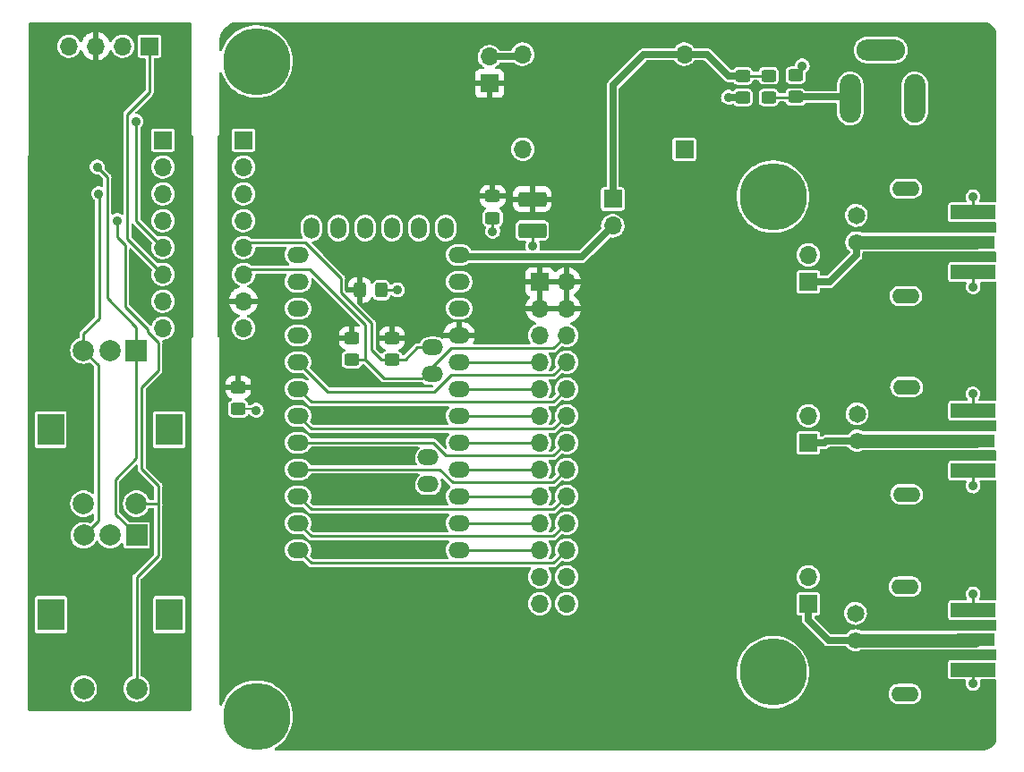
<source format=gtl>
G04 #@! TF.GenerationSoftware,KiCad,Pcbnew,(6.0.1)*
G04 #@! TF.CreationDate,2022-05-22T12:05:18-04:00*
G04 #@! TF.ProjectId,ArduinoInABox,41726475-696e-46f4-996e-41426f782e6b,2*
G04 #@! TF.SameCoordinates,Original*
G04 #@! TF.FileFunction,Copper,L1,Top*
G04 #@! TF.FilePolarity,Positive*
%FSLAX46Y46*%
G04 Gerber Fmt 4.6, Leading zero omitted, Abs format (unit mm)*
G04 Created by KiCad (PCBNEW (6.0.1)) date 2022-05-22 12:05:18*
%MOMM*%
%LPD*%
G01*
G04 APERTURE LIST*
G04 Aperture macros list*
%AMRoundRect*
0 Rectangle with rounded corners*
0 $1 Rounding radius*
0 $2 $3 $4 $5 $6 $7 $8 $9 X,Y pos of 4 corners*
0 Add a 4 corners polygon primitive as box body*
4,1,4,$2,$3,$4,$5,$6,$7,$8,$9,$2,$3,0*
0 Add four circle primitives for the rounded corners*
1,1,$1+$1,$2,$3*
1,1,$1+$1,$4,$5*
1,1,$1+$1,$6,$7*
1,1,$1+$1,$8,$9*
0 Add four rect primitives between the rounded corners*
20,1,$1+$1,$2,$3,$4,$5,0*
20,1,$1+$1,$4,$5,$6,$7,0*
20,1,$1+$1,$6,$7,$8,$9,0*
20,1,$1+$1,$8,$9,$2,$3,0*%
G04 Aperture macros list end*
G04 #@! TA.AperFunction,ComponentPad*
%ADD10R,1.700000X1.700000*%
G04 #@! TD*
G04 #@! TA.AperFunction,ComponentPad*
%ADD11O,1.700000X1.700000*%
G04 #@! TD*
G04 #@! TA.AperFunction,ComponentPad*
%ADD12O,2.000000X4.600000*%
G04 #@! TD*
G04 #@! TA.AperFunction,ComponentPad*
%ADD13O,4.600000X2.000000*%
G04 #@! TD*
G04 #@! TA.AperFunction,SMDPad,CuDef*
%ADD14RoundRect,0.249999X-0.450001X0.325001X-0.450001X-0.325001X0.450001X-0.325001X0.450001X0.325001X0*%
G04 #@! TD*
G04 #@! TA.AperFunction,ComponentPad*
%ADD15R,2.000000X2.000000*%
G04 #@! TD*
G04 #@! TA.AperFunction,ComponentPad*
%ADD16C,2.000000*%
G04 #@! TD*
G04 #@! TA.AperFunction,ComponentPad*
%ADD17R,2.500000X3.000000*%
G04 #@! TD*
G04 #@! TA.AperFunction,ComponentPad*
%ADD18C,6.350000*%
G04 #@! TD*
G04 #@! TA.AperFunction,SMDPad,CuDef*
%ADD19RoundRect,0.249999X-0.325001X-0.450001X0.325001X-0.450001X0.325001X0.450001X-0.325001X0.450001X0*%
G04 #@! TD*
G04 #@! TA.AperFunction,SMDPad,CuDef*
%ADD20RoundRect,0.250000X-1.075000X0.462500X-1.075000X-0.462500X1.075000X-0.462500X1.075000X0.462500X0*%
G04 #@! TD*
G04 #@! TA.AperFunction,ComponentPad*
%ADD21O,1.524000X2.000000*%
G04 #@! TD*
G04 #@! TA.AperFunction,ComponentPad*
%ADD22O,2.000000X1.524000*%
G04 #@! TD*
G04 #@! TA.AperFunction,SMDPad,CuDef*
%ADD23RoundRect,0.249999X0.450001X-0.325001X0.450001X0.325001X-0.450001X0.325001X-0.450001X-0.325001X0*%
G04 #@! TD*
G04 #@! TA.AperFunction,SMDPad,CuDef*
%ADD24R,3.600000X1.270000*%
G04 #@! TD*
G04 #@! TA.AperFunction,SMDPad,CuDef*
%ADD25R,4.200000X1.350000*%
G04 #@! TD*
G04 #@! TA.AperFunction,ComponentPad*
%ADD26O,2.600000X1.400000*%
G04 #@! TD*
G04 #@! TA.AperFunction,ComponentPad*
%ADD27C,1.574800*%
G04 #@! TD*
G04 #@! TA.AperFunction,ComponentPad*
%ADD28C,1.651000*%
G04 #@! TD*
G04 #@! TA.AperFunction,ViaPad*
%ADD29C,0.889000*%
G04 #@! TD*
G04 #@! TA.AperFunction,Conductor*
%ADD30C,0.254000*%
G04 #@! TD*
G04 #@! TA.AperFunction,Conductor*
%ADD31C,0.152400*%
G04 #@! TD*
G04 #@! TA.AperFunction,Conductor*
%ADD32C,0.635000*%
G04 #@! TD*
G04 #@! TA.AperFunction,Conductor*
%ADD33C,1.270000*%
G04 #@! TD*
G04 APERTURE END LIST*
D10*
X140025000Y-34575000D03*
D11*
X140025000Y-32035000D03*
D10*
X116760000Y-39930000D03*
D11*
X116760000Y-42470000D03*
X116760000Y-45010000D03*
X116760000Y-47550000D03*
X116760000Y-50090000D03*
X116760000Y-52630000D03*
X116760000Y-55170000D03*
X116760000Y-57710000D03*
D12*
X174150000Y-36000000D03*
X180250000Y-36000000D03*
D13*
X177050000Y-31400000D03*
D14*
X127000000Y-58665000D03*
X127000000Y-60715000D03*
X130810000Y-58665000D03*
X130810000Y-60715000D03*
D15*
X106650800Y-77344200D03*
D16*
X101650800Y-77344200D03*
X104150800Y-77344200D03*
D17*
X98550800Y-84844200D03*
X109750800Y-84844200D03*
D16*
X106650800Y-91844200D03*
X101650800Y-91844200D03*
D18*
X166850000Y-45300000D03*
X118000000Y-94500000D03*
X166850000Y-90300000D03*
X118000000Y-32500000D03*
D19*
X127749200Y-54133200D03*
X129799200Y-54133200D03*
D14*
X116258158Y-63299804D03*
X116258158Y-65349804D03*
X140332000Y-45253000D03*
X140332000Y-47303000D03*
D10*
X107870000Y-31040000D03*
D11*
X105330000Y-31040000D03*
X102790000Y-31040000D03*
X100250000Y-31040000D03*
D20*
X144068000Y-45514500D03*
X144068000Y-48489500D03*
D15*
X106625400Y-59843600D03*
D16*
X101625400Y-59843600D03*
X104125400Y-59843600D03*
D17*
X109725400Y-67343600D03*
X98525400Y-67343600D03*
D16*
X106625400Y-74343600D03*
X101625400Y-74343600D03*
D21*
X123190000Y-48260000D03*
X125730000Y-48260000D03*
X128270000Y-48260000D03*
X130810000Y-48260000D03*
X133350000Y-48260000D03*
X135890000Y-48260000D03*
D22*
X121920000Y-50800000D03*
X121920000Y-53340000D03*
X121920000Y-55880000D03*
X121920000Y-58420000D03*
X121920000Y-60960000D03*
X121920000Y-63500000D03*
X121920000Y-66040000D03*
X121920000Y-68580000D03*
X121920000Y-71120000D03*
X121920000Y-73660000D03*
X121920000Y-76200000D03*
X121920000Y-78740000D03*
X137160000Y-50800000D03*
X137160000Y-53340000D03*
X137160000Y-55880000D03*
X137160000Y-58420000D03*
X137160000Y-60960000D03*
X137160000Y-63500000D03*
X137160000Y-66040000D03*
X137160000Y-68580000D03*
X137160000Y-71120000D03*
X137160000Y-73660000D03*
X137160000Y-76200000D03*
X137160000Y-78740000D03*
X134620000Y-59563000D03*
X134620000Y-62103000D03*
X134239000Y-69977000D03*
X134239000Y-72517000D03*
D23*
X166440000Y-35887000D03*
X166440000Y-33837000D03*
D24*
X185975600Y-49606200D03*
D25*
X185775600Y-52431200D03*
X185775600Y-46781200D03*
D24*
X185975600Y-68376800D03*
D25*
X185775600Y-71201800D03*
X185775600Y-65551800D03*
D24*
X185975600Y-87223600D03*
D25*
X185775600Y-90048600D03*
X185775600Y-84398600D03*
D23*
X168980000Y-35861600D03*
X168980000Y-33811600D03*
D14*
X163976200Y-33862400D03*
X163976200Y-35912400D03*
D26*
X179406600Y-44526200D03*
X179406600Y-54686200D03*
D27*
X174726600Y-49606200D03*
D28*
X174726600Y-47066200D03*
D26*
X179482800Y-63296800D03*
X179482800Y-73456800D03*
D27*
X174802800Y-68376800D03*
D28*
X174802800Y-65836800D03*
D26*
X179330400Y-82194400D03*
X179330400Y-92354400D03*
D27*
X174650400Y-87274400D03*
D28*
X174650400Y-84734400D03*
D10*
X170180000Y-53340000D03*
D11*
X170180000Y-50800000D03*
D10*
X170180000Y-68580000D03*
D11*
X170180000Y-66040000D03*
D10*
X170180000Y-83820000D03*
D11*
X170180000Y-81280000D03*
D10*
X144780000Y-53340000D03*
D11*
X147320000Y-53340000D03*
X144780000Y-55880000D03*
X147320000Y-55880000D03*
X144780000Y-58420000D03*
X147320000Y-58420000D03*
X144780000Y-60960000D03*
X147320000Y-60960000D03*
X144780000Y-63500000D03*
X147320000Y-63500000D03*
X144780000Y-66040000D03*
X147320000Y-66040000D03*
X144780000Y-68580000D03*
X147320000Y-68580000D03*
X144780000Y-71120000D03*
X147320000Y-71120000D03*
X144780000Y-73660000D03*
X147320000Y-73660000D03*
X144780000Y-76200000D03*
X147320000Y-76200000D03*
X144780000Y-78740000D03*
X147320000Y-78740000D03*
X144780000Y-81280000D03*
X147320000Y-81280000D03*
X144780000Y-83820000D03*
X147320000Y-83820000D03*
X158460000Y-31800000D03*
D10*
X158460000Y-40800000D03*
D11*
X143160000Y-31800000D03*
X143160000Y-40800000D03*
D10*
X151685001Y-45513001D03*
D11*
X151685001Y-48053001D03*
D10*
X109140000Y-39930000D03*
D11*
X109140000Y-42470000D03*
X109140000Y-45010000D03*
X109140000Y-47550000D03*
X109140000Y-50090000D03*
X109140000Y-52630000D03*
X109140000Y-55170000D03*
X109140000Y-57710000D03*
D29*
X144114000Y-49966000D03*
X162630000Y-35878000D03*
X185775600Y-53822600D03*
X185775600Y-82905600D03*
X169615000Y-32906200D03*
X185775600Y-91363800D03*
X117962158Y-65502804D03*
X140332000Y-48564000D03*
X185750200Y-63957200D03*
X185775600Y-72669400D03*
X185750200Y-45313600D03*
X131314200Y-54103200D03*
X106600000Y-38152000D03*
X102917000Y-42470000D03*
X103060500Y-45010000D03*
X104809300Y-47550000D03*
X99187000Y-51943000D03*
X99237800Y-49072800D03*
D30*
X144068000Y-49920000D02*
X144114000Y-49966000D01*
X185775600Y-90048600D02*
X185775600Y-91363800D01*
X140332000Y-47303000D02*
X140332000Y-48564000D01*
D31*
X116258158Y-65349804D02*
X117809158Y-65349804D01*
D30*
X185775600Y-45339000D02*
X185750200Y-45313600D01*
X168709600Y-33811600D02*
X169615000Y-32906200D01*
X117962158Y-65502804D02*
X117861158Y-65349804D01*
X185775600Y-46781200D02*
X185775600Y-45339000D01*
X131284200Y-54133200D02*
X131314200Y-54103200D01*
D32*
X163976200Y-35912400D02*
X162664400Y-35912400D01*
D30*
X185775600Y-63982600D02*
X185750200Y-63957200D01*
X129799200Y-54133200D02*
X131284200Y-54133200D01*
X185775600Y-52431200D02*
X185775600Y-53822600D01*
D31*
X117809158Y-65349804D02*
X117962158Y-65502804D01*
D30*
X185775600Y-65551800D02*
X185775600Y-63982600D01*
X144068000Y-48489500D02*
X144068000Y-49920000D01*
X185775600Y-71201800D02*
X185775600Y-72669400D01*
X185775600Y-84398600D02*
X185775600Y-82905600D01*
X130048000Y-62484000D02*
X133731000Y-62484000D01*
X134620000Y-61417460D02*
X136386459Y-59651001D01*
X116760000Y-52630000D02*
X117193010Y-52196990D01*
X123062990Y-52196990D02*
X128279000Y-57413000D01*
X128279000Y-60715000D02*
X130048000Y-62484000D01*
X128279000Y-57413000D02*
X128279000Y-60715000D01*
X109140000Y-52630000D02*
X105774499Y-49264499D01*
X117193010Y-52196990D02*
X123062990Y-52196990D01*
X105774499Y-37481501D02*
X107870000Y-35386000D01*
X146088999Y-59651001D02*
X147320000Y-58420000D01*
X136386459Y-59651001D02*
X146088999Y-59651001D01*
X105774499Y-49264499D02*
X105774499Y-37481501D01*
X134620000Y-62103000D02*
X134620000Y-61417460D01*
X107870000Y-35386000D02*
X107870000Y-31040000D01*
X127000000Y-60715000D02*
X128279000Y-60715000D01*
X129819400Y-60731400D02*
X128892300Y-59804300D01*
X128892300Y-59804300D02*
X128892300Y-57264300D01*
X130810000Y-60715000D02*
X130793600Y-60731400D01*
X133223000Y-59563000D02*
X134620000Y-59563000D01*
X130810000Y-60715000D02*
X132071000Y-60715000D01*
X116760000Y-50090000D02*
X117193010Y-49656990D01*
X117193010Y-49656990D02*
X122631450Y-49656990D01*
X132071000Y-60715000D02*
X133223000Y-59563000D01*
X125984000Y-53009540D02*
X125984000Y-54356000D01*
X125984000Y-54356000D02*
X128892300Y-57264300D01*
X130793600Y-60731400D02*
X129819400Y-60731400D01*
X122631450Y-49656990D02*
X125984000Y-53009540D01*
X106600000Y-47550000D02*
X106600000Y-38152000D01*
X109140000Y-50090000D02*
X106600000Y-47550000D01*
D32*
X160600000Y-31800000D02*
X162662400Y-33862400D01*
X158460000Y-31800000D02*
X160600000Y-31800000D01*
D30*
X163976200Y-33862400D02*
X166363800Y-33862400D01*
D32*
X154636000Y-31800000D02*
X158460000Y-31800000D01*
X163976200Y-33862400D02*
X162662400Y-33862400D01*
X151685001Y-45513001D02*
X151685001Y-34750999D01*
D30*
X166363800Y-33862400D02*
X166389200Y-33837000D01*
D32*
X151685001Y-34750999D02*
X154636000Y-31800000D01*
X143066000Y-32050000D02*
X143160000Y-31956000D01*
X140002000Y-32050000D02*
X143066000Y-32050000D01*
D30*
X137160000Y-60960000D02*
X144780000Y-60960000D01*
X137160000Y-63500000D02*
X144780000Y-63500000D01*
X137160000Y-66040000D02*
X144780000Y-66040000D01*
X137160000Y-68580000D02*
X144780000Y-68580000D01*
X135927461Y-69811001D02*
X146088999Y-69811001D01*
X121920000Y-68580000D02*
X134696460Y-68580000D01*
X146088999Y-69811001D02*
X147320000Y-68580000D01*
X134696460Y-68580000D02*
X135927461Y-69811001D01*
X146088999Y-72351001D02*
X147320000Y-71120000D01*
X121920000Y-71120000D02*
X135305540Y-71120000D01*
X135305540Y-71120000D02*
X136536541Y-72351001D01*
X136536541Y-72351001D02*
X146088999Y-72351001D01*
X121920000Y-73660000D02*
X123151001Y-74891001D01*
X123151001Y-74891001D02*
X146088999Y-74891001D01*
X146088999Y-74891001D02*
X147320000Y-73660000D01*
X123151001Y-77431001D02*
X146088999Y-77431001D01*
X146088999Y-77431001D02*
X147320000Y-76200000D01*
X121920000Y-76200000D02*
X123151001Y-77431001D01*
X146088999Y-79971001D02*
X147320000Y-78740000D01*
X121920000Y-78740000D02*
X123151001Y-79971001D01*
X123151001Y-79971001D02*
X146088999Y-79971001D01*
X106625400Y-57628800D02*
X103886000Y-54889400D01*
X146088999Y-62191001D02*
X147320000Y-60960000D01*
X121920000Y-60960000D02*
X124714000Y-63754000D01*
X103886000Y-54889400D02*
X103886000Y-43439000D01*
X104648000Y-72026800D02*
X106625400Y-70049400D01*
X104648000Y-75341400D02*
X104648000Y-72026800D01*
X106625400Y-59843600D02*
X106625400Y-57628800D01*
X106625400Y-70049400D02*
X106625400Y-59843600D01*
X103886000Y-43439000D02*
X102917000Y-42470000D01*
X106650800Y-77344200D02*
X104648000Y-75341400D01*
X136386459Y-62191001D02*
X146088999Y-62191001D01*
X134823460Y-63754000D02*
X136386459Y-62191001D01*
X124714000Y-63754000D02*
X134823460Y-63754000D01*
X121920000Y-63500000D02*
X123151001Y-64731001D01*
X123151001Y-64731001D02*
X146088999Y-64731001D01*
X103060500Y-45010000D02*
X103098600Y-45048100D01*
X103006401Y-61224601D02*
X101625400Y-59843600D01*
X101625400Y-58267600D02*
X101625400Y-59843600D01*
X103006401Y-75988599D02*
X103006401Y-61224601D01*
X146088999Y-64731001D02*
X147320000Y-63500000D01*
X101650800Y-77344200D02*
X103006401Y-75988599D01*
X103098600Y-56794400D02*
X101625400Y-58267600D01*
X103098600Y-45048100D02*
X103098600Y-56794400D01*
X123151001Y-67271001D02*
X146088999Y-67271001D01*
X107696000Y-57810400D02*
X105562400Y-55676800D01*
X108712000Y-72644000D02*
X107133410Y-71065410D01*
X106650800Y-91844200D02*
X106650800Y-81309200D01*
X104809300Y-49114700D02*
X104809300Y-47550000D01*
X107133410Y-71065410D02*
X107133410Y-63300590D01*
X108712000Y-61722000D02*
X108712000Y-59103882D01*
X108712000Y-79248000D02*
X108712000Y-74422000D01*
X105562400Y-49867800D02*
X104809300Y-49114700D01*
X107696000Y-58087882D02*
X107696000Y-57810400D01*
X107133410Y-63300590D02*
X108712000Y-61722000D01*
X108712000Y-59103882D02*
X107696000Y-58087882D01*
X146088999Y-67271001D02*
X147320000Y-66040000D01*
X108633600Y-74343600D02*
X108712000Y-74422000D01*
X121920000Y-66040000D02*
X123151001Y-67271001D01*
X108712000Y-74422000D02*
X108712000Y-72644000D01*
X105562400Y-55676800D02*
X105562400Y-49867800D01*
X106650800Y-81309200D02*
X108712000Y-79248000D01*
X106625400Y-74343600D02*
X108633600Y-74343600D01*
X137160000Y-71120000D02*
X144780000Y-71120000D01*
X137160000Y-73660000D02*
X144780000Y-73660000D01*
X137160000Y-76200000D02*
X144780000Y-76200000D01*
X137160000Y-78740000D02*
X144780000Y-78740000D01*
D32*
X174011600Y-35861600D02*
X174150000Y-36000000D01*
D30*
X166389200Y-35887000D02*
X168522800Y-35887000D01*
D32*
X168980000Y-35861600D02*
X174011600Y-35861600D01*
D30*
X168522800Y-35887000D02*
X168548200Y-35861600D01*
D32*
X172212000Y-53340000D02*
X174726600Y-50825400D01*
X170180000Y-53340000D02*
X172212000Y-53340000D01*
D33*
X174726600Y-49606200D02*
X185975600Y-49606200D01*
D32*
X174726600Y-50825400D02*
X174726600Y-49606200D01*
D33*
X174802800Y-68376800D02*
X185975600Y-68376800D01*
D32*
X171704000Y-68580000D02*
X171907200Y-68376800D01*
X171907200Y-68376800D02*
X174802800Y-68376800D01*
X170180000Y-68580000D02*
X171704000Y-68580000D01*
X172110400Y-87274400D02*
X170180000Y-85344000D01*
D33*
X174650400Y-87274400D02*
X185924800Y-87274400D01*
X185924800Y-87274400D02*
X185975600Y-87223600D01*
D32*
X174650400Y-87274400D02*
X172110400Y-87274400D01*
X170180000Y-85344000D02*
X170180000Y-83820000D01*
X148756001Y-50982001D02*
X151685001Y-48053001D01*
X137160000Y-50800000D02*
X137342001Y-50982001D01*
X137342001Y-50982001D02*
X148756001Y-50982001D01*
G04 #@! TA.AperFunction,Conductor*
G36*
X186737153Y-28756421D02*
G01*
X186750000Y-28758976D01*
X186762170Y-28756556D01*
X186774581Y-28756556D01*
X186774581Y-28757411D01*
X186785296Y-28756778D01*
X186892125Y-28765185D01*
X186935030Y-28768562D01*
X186954559Y-28771655D01*
X187125396Y-28812670D01*
X187144198Y-28818780D01*
X187306508Y-28886010D01*
X187324126Y-28894987D01*
X187473929Y-28986787D01*
X187489917Y-28998402D01*
X187619741Y-29109282D01*
X187623515Y-29112505D01*
X187637493Y-29126483D01*
X187751598Y-29260083D01*
X187763213Y-29276071D01*
X187855013Y-29425874D01*
X187863990Y-29443492D01*
X187931220Y-29605802D01*
X187937330Y-29624604D01*
X187978345Y-29795441D01*
X187981438Y-29814970D01*
X187993222Y-29964702D01*
X187992589Y-29975419D01*
X187993444Y-29975419D01*
X187993444Y-29987830D01*
X187991024Y-30000000D01*
X187993579Y-30012844D01*
X187996000Y-30037425D01*
X187996000Y-45725700D01*
X187975998Y-45793821D01*
X187922342Y-45840314D01*
X187870000Y-45851700D01*
X186469915Y-45851700D01*
X186401794Y-45831698D01*
X186355301Y-45778042D01*
X186345197Y-45707768D01*
X186359498Y-45665004D01*
X186362808Y-45658983D01*
X186367237Y-45652819D01*
X186430341Y-45495843D01*
X186454180Y-45328346D01*
X186454334Y-45313600D01*
X186452909Y-45301819D01*
X186434921Y-45153180D01*
X186434009Y-45145640D01*
X186374206Y-44987378D01*
X186325944Y-44917156D01*
X186282681Y-44854207D01*
X186282679Y-44854205D01*
X186278379Y-44847948D01*
X186272708Y-44842895D01*
X186157731Y-44740454D01*
X186157728Y-44740452D01*
X186152059Y-44735401D01*
X186002539Y-44656234D01*
X185992164Y-44653628D01*
X185845822Y-44616869D01*
X185845818Y-44616869D01*
X185838451Y-44615018D01*
X185830852Y-44614978D01*
X185830850Y-44614978D01*
X185760508Y-44614610D01*
X185669269Y-44614132D01*
X185661888Y-44615904D01*
X185512138Y-44651856D01*
X185512135Y-44651857D01*
X185504759Y-44653628D01*
X185354418Y-44731224D01*
X185348697Y-44736214D01*
X185348695Y-44736216D01*
X185309060Y-44770792D01*
X185226926Y-44842442D01*
X185218487Y-44854450D01*
X185149784Y-44952205D01*
X185129644Y-44980861D01*
X185068188Y-45138489D01*
X185067197Y-45146018D01*
X185048951Y-45284612D01*
X185046105Y-45306226D01*
X185064670Y-45474390D01*
X185122812Y-45633270D01*
X185127050Y-45639576D01*
X185127050Y-45639577D01*
X185137700Y-45655427D01*
X185159091Y-45723124D01*
X185140486Y-45791640D01*
X185087792Y-45839220D01*
X185033117Y-45851701D01*
X183650534Y-45851701D01*
X183614782Y-45858812D01*
X183588474Y-45864044D01*
X183588472Y-45864045D01*
X183576299Y-45866466D01*
X183565979Y-45873361D01*
X183565978Y-45873362D01*
X183514194Y-45907964D01*
X183492116Y-45922716D01*
X183435866Y-46006899D01*
X183421100Y-46081133D01*
X183421101Y-47481266D01*
X183425203Y-47501890D01*
X183431187Y-47531974D01*
X183435866Y-47555501D01*
X183442761Y-47565821D01*
X183442762Y-47565822D01*
X183471288Y-47608513D01*
X183492116Y-47639684D01*
X183502432Y-47646577D01*
X183551739Y-47679523D01*
X183576299Y-47695934D01*
X183650533Y-47710700D01*
X184364059Y-47710700D01*
X187870000Y-47710699D01*
X187938121Y-47730701D01*
X187984614Y-47784357D01*
X187996000Y-47836699D01*
X187996000Y-48602023D01*
X187975998Y-48670144D01*
X187922342Y-48716637D01*
X187845420Y-48725602D01*
X187800667Y-48716700D01*
X175304076Y-48716700D01*
X175244148Y-48701536D01*
X175137729Y-48643996D01*
X175137727Y-48643995D01*
X175132306Y-48641064D01*
X175034712Y-48610854D01*
X174943004Y-48582465D01*
X174943001Y-48582464D01*
X174937117Y-48580643D01*
X174930992Y-48579999D01*
X174930991Y-48579999D01*
X174740037Y-48559929D01*
X174740036Y-48559929D01*
X174733909Y-48559285D01*
X174669000Y-48565192D01*
X174536561Y-48577244D01*
X174536557Y-48577245D01*
X174530423Y-48577803D01*
X174334409Y-48635493D01*
X174328949Y-48638347D01*
X174328950Y-48638347D01*
X174158794Y-48727302D01*
X174158790Y-48727305D01*
X174153334Y-48730157D01*
X174148534Y-48734017D01*
X174148533Y-48734017D01*
X174133327Y-48746243D01*
X173994094Y-48858189D01*
X173862755Y-49014713D01*
X173859791Y-49020105D01*
X173859788Y-49020109D01*
X173786748Y-49152970D01*
X173764320Y-49193766D01*
X173762459Y-49199633D01*
X173762458Y-49199635D01*
X173753396Y-49228202D01*
X173702537Y-49388529D01*
X173679761Y-49591582D01*
X173680277Y-49597725D01*
X173688384Y-49694263D01*
X173696859Y-49795193D01*
X173698558Y-49801118D01*
X173747019Y-49970121D01*
X173753179Y-49991605D01*
X173755994Y-49997082D01*
X173755995Y-49997085D01*
X173833689Y-50148262D01*
X173846576Y-50173337D01*
X173850399Y-50178161D01*
X173850402Y-50178165D01*
X173918056Y-50263522D01*
X173973494Y-50333466D01*
X174105110Y-50445480D01*
X174144022Y-50504862D01*
X174144653Y-50575856D01*
X174112541Y-50630528D01*
X172011975Y-52731095D01*
X171949663Y-52765120D01*
X171922880Y-52768000D01*
X171410499Y-52768000D01*
X171342378Y-52747998D01*
X171295885Y-52694342D01*
X171284499Y-52642000D01*
X171284499Y-52464934D01*
X171277388Y-52429182D01*
X171272156Y-52402874D01*
X171272155Y-52402872D01*
X171269734Y-52390699D01*
X171251336Y-52363164D01*
X171220377Y-52316832D01*
X171213484Y-52306516D01*
X171129301Y-52250266D01*
X171055067Y-52235500D01*
X170180142Y-52235500D01*
X169304934Y-52235501D01*
X169269182Y-52242612D01*
X169242874Y-52247844D01*
X169242872Y-52247845D01*
X169230699Y-52250266D01*
X169220379Y-52257161D01*
X169220378Y-52257162D01*
X169159985Y-52297516D01*
X169146516Y-52306516D01*
X169090266Y-52390699D01*
X169075500Y-52464933D01*
X169075501Y-54215066D01*
X169079854Y-54236953D01*
X169087592Y-54275855D01*
X169090266Y-54289301D01*
X169097161Y-54299620D01*
X169097162Y-54299622D01*
X169136136Y-54357950D01*
X169146516Y-54373484D01*
X169230699Y-54429734D01*
X169304933Y-54444500D01*
X170179858Y-54444500D01*
X171055066Y-54444499D01*
X171090818Y-54437388D01*
X171117126Y-54432156D01*
X171117128Y-54432155D01*
X171129301Y-54429734D01*
X171139621Y-54422839D01*
X171139622Y-54422838D01*
X171203168Y-54380377D01*
X171213484Y-54373484D01*
X171269734Y-54289301D01*
X171284500Y-54215067D01*
X171284500Y-54038000D01*
X171304502Y-53969879D01*
X171358158Y-53923386D01*
X171410500Y-53912000D01*
X172166256Y-53912000D01*
X172182702Y-53913078D01*
X172203811Y-53915857D01*
X172203812Y-53915857D01*
X172212000Y-53916935D01*
X172220188Y-53915857D01*
X172220189Y-53915857D01*
X172249479Y-53912001D01*
X172249491Y-53912000D01*
X172249494Y-53912000D01*
X172249503Y-53911999D01*
X172346024Y-53899291D01*
X172361322Y-53897277D01*
X172500468Y-53839641D01*
X172528012Y-53818506D01*
X172532286Y-53815226D01*
X172589954Y-53770976D01*
X172589955Y-53770975D01*
X172613405Y-53752981D01*
X172619955Y-53747955D01*
X172637949Y-53724505D01*
X172648816Y-53712114D01*
X175098719Y-51262212D01*
X175111110Y-51251345D01*
X175128005Y-51238381D01*
X175134555Y-51233355D01*
X175157571Y-51203360D01*
X175157576Y-51203355D01*
X175157588Y-51203339D01*
X175157599Y-51203326D01*
X175221212Y-51120422D01*
X175226241Y-51113868D01*
X175273219Y-51000453D01*
X175280717Y-50982352D01*
X175280718Y-50982349D01*
X175283877Y-50974722D01*
X175287221Y-50949322D01*
X175298600Y-50862892D01*
X175298600Y-50862886D01*
X175303535Y-50825400D01*
X175299678Y-50796102D01*
X175298600Y-50779656D01*
X175298600Y-50621700D01*
X175318602Y-50553579D01*
X175372258Y-50507086D01*
X175424600Y-50495700D01*
X186022220Y-50495700D01*
X186022223Y-50495699D01*
X187800666Y-50495699D01*
X187845422Y-50486797D01*
X187916133Y-50493125D01*
X187972200Y-50536680D01*
X187996000Y-50610376D01*
X187996000Y-51375700D01*
X187975998Y-51443821D01*
X187922342Y-51490314D01*
X187870000Y-51501700D01*
X184364137Y-51501701D01*
X183650534Y-51501701D01*
X183614782Y-51508812D01*
X183588474Y-51514044D01*
X183588472Y-51514045D01*
X183576299Y-51516466D01*
X183565979Y-51523361D01*
X183565978Y-51523362D01*
X183520123Y-51554002D01*
X183492116Y-51572716D01*
X183435866Y-51656899D01*
X183421100Y-51731133D01*
X183421101Y-53131266D01*
X183425771Y-53154746D01*
X183432420Y-53188174D01*
X183435866Y-53205501D01*
X183442761Y-53215821D01*
X183442762Y-53215822D01*
X183474098Y-53262718D01*
X183492116Y-53289684D01*
X183502432Y-53296577D01*
X183547574Y-53326740D01*
X183576299Y-53345934D01*
X183650533Y-53360700D01*
X185021039Y-53360700D01*
X185089160Y-53380702D01*
X185135653Y-53434358D01*
X185145757Y-53504632D01*
X185138432Y-53532469D01*
X185093588Y-53647489D01*
X185092597Y-53655018D01*
X185072528Y-53807459D01*
X185071505Y-53815226D01*
X185090070Y-53983390D01*
X185092680Y-53990522D01*
X185140804Y-54122026D01*
X185148212Y-54142270D01*
X185152448Y-54148573D01*
X185152448Y-54148574D01*
X185238340Y-54276396D01*
X185238343Y-54276399D01*
X185242574Y-54282696D01*
X185307710Y-54341965D01*
X185357423Y-54387200D01*
X185367708Y-54396559D01*
X185516391Y-54477287D01*
X185680038Y-54520219D01*
X185767647Y-54521596D01*
X185841604Y-54522758D01*
X185841607Y-54522758D01*
X185849202Y-54522877D01*
X185909949Y-54508964D01*
X186006714Y-54486802D01*
X186006718Y-54486801D01*
X186014117Y-54485106D01*
X186165262Y-54409088D01*
X186171033Y-54404159D01*
X186171036Y-54404157D01*
X186288139Y-54304141D01*
X186288140Y-54304140D01*
X186293911Y-54299211D01*
X186392637Y-54161819D01*
X186397962Y-54148574D01*
X186419027Y-54096173D01*
X186455741Y-54004843D01*
X186479580Y-53837346D01*
X186479734Y-53822600D01*
X186477931Y-53807695D01*
X186468894Y-53733025D01*
X186459409Y-53654640D01*
X186412778Y-53531236D01*
X186407410Y-53460444D01*
X186441167Y-53397987D01*
X186503333Y-53363695D01*
X186530644Y-53360699D01*
X187870000Y-53360699D01*
X187938121Y-53380701D01*
X187984614Y-53434357D01*
X187996000Y-53486699D01*
X187996000Y-64496300D01*
X187975998Y-64564421D01*
X187922342Y-64610914D01*
X187870000Y-64622300D01*
X186378765Y-64622300D01*
X186310644Y-64602298D01*
X186264151Y-64548642D01*
X186254047Y-64478368D01*
X186276442Y-64422774D01*
X186329094Y-64349501D01*
X186367237Y-64296419D01*
X186371068Y-64286891D01*
X186395247Y-64226741D01*
X186430341Y-64139443D01*
X186454180Y-63971946D01*
X186454334Y-63957200D01*
X186452531Y-63942295D01*
X186443137Y-63864674D01*
X186434009Y-63789240D01*
X186374206Y-63630978D01*
X186330477Y-63567352D01*
X186282681Y-63497807D01*
X186282679Y-63497805D01*
X186278379Y-63491548D01*
X186272708Y-63486495D01*
X186157731Y-63384054D01*
X186157728Y-63384052D01*
X186152059Y-63379001D01*
X186002539Y-63299834D01*
X185992164Y-63297228D01*
X185845822Y-63260469D01*
X185845818Y-63260469D01*
X185838451Y-63258618D01*
X185830852Y-63258578D01*
X185830850Y-63258578D01*
X185760508Y-63258210D01*
X185669269Y-63257732D01*
X185661888Y-63259504D01*
X185512138Y-63295456D01*
X185512135Y-63295457D01*
X185504759Y-63297228D01*
X185354418Y-63374824D01*
X185348697Y-63379814D01*
X185348695Y-63379816D01*
X185268516Y-63449761D01*
X185226926Y-63486042D01*
X185217813Y-63499009D01*
X185169781Y-63567352D01*
X185129644Y-63624461D01*
X185068188Y-63782089D01*
X185065143Y-63805216D01*
X185053216Y-63895815D01*
X185046105Y-63949826D01*
X185064670Y-64117990D01*
X185067280Y-64125122D01*
X185113455Y-64251300D01*
X185122812Y-64276870D01*
X185127048Y-64283173D01*
X185127048Y-64283174D01*
X185212576Y-64410453D01*
X185216696Y-64416584D01*
X185216696Y-64416585D01*
X185217174Y-64417296D01*
X185217055Y-64417376D01*
X185244878Y-64478604D01*
X185234642Y-64548859D01*
X185188048Y-64602427D01*
X185120127Y-64622301D01*
X183650534Y-64622301D01*
X183614782Y-64629412D01*
X183588474Y-64634644D01*
X183588472Y-64634645D01*
X183576299Y-64637066D01*
X183565979Y-64643961D01*
X183565978Y-64643962D01*
X183555200Y-64651164D01*
X183492116Y-64693316D01*
X183435866Y-64777499D01*
X183421100Y-64851733D01*
X183421101Y-66251866D01*
X183425203Y-66272490D01*
X183431553Y-66304414D01*
X183435866Y-66326101D01*
X183492116Y-66410284D01*
X183576299Y-66466534D01*
X183650533Y-66481300D01*
X184364059Y-66481300D01*
X187870000Y-66481299D01*
X187938121Y-66501301D01*
X187984614Y-66554957D01*
X187996000Y-66607299D01*
X187996000Y-67372623D01*
X187975998Y-67440744D01*
X187922342Y-67487237D01*
X187845420Y-67496202D01*
X187800667Y-67487300D01*
X175380276Y-67487300D01*
X175320348Y-67472136D01*
X175213929Y-67414596D01*
X175213927Y-67414595D01*
X175208506Y-67411664D01*
X175082385Y-67372623D01*
X175019204Y-67353065D01*
X175019201Y-67353064D01*
X175013317Y-67351243D01*
X175007192Y-67350599D01*
X175007191Y-67350599D01*
X174816237Y-67330529D01*
X174816236Y-67330529D01*
X174810109Y-67329885D01*
X174734919Y-67336728D01*
X174612761Y-67347844D01*
X174612757Y-67347845D01*
X174606623Y-67348403D01*
X174410609Y-67406093D01*
X174405149Y-67408947D01*
X174405150Y-67408947D01*
X174234994Y-67497902D01*
X174234990Y-67497905D01*
X174229534Y-67500757D01*
X174070294Y-67628789D01*
X174066336Y-67633506D01*
X174066334Y-67633508D01*
X173960370Y-67759791D01*
X173901260Y-67799118D01*
X173863848Y-67804800D01*
X171952944Y-67804800D01*
X171936498Y-67803722D01*
X171915389Y-67800943D01*
X171915388Y-67800943D01*
X171907200Y-67799865D01*
X171899012Y-67800943D01*
X171899011Y-67800943D01*
X171869721Y-67804799D01*
X171869709Y-67804800D01*
X171869706Y-67804800D01*
X171869697Y-67804801D01*
X171788575Y-67815482D01*
X171757878Y-67819523D01*
X171618732Y-67877159D01*
X171499245Y-67968845D01*
X171497441Y-67971195D01*
X171437282Y-68004046D01*
X171366467Y-67998981D01*
X171309631Y-67956434D01*
X171284820Y-67889914D01*
X171284499Y-67880925D01*
X171284499Y-67704934D01*
X171274174Y-67653022D01*
X171272156Y-67642874D01*
X171272155Y-67642872D01*
X171269734Y-67630699D01*
X171251111Y-67602827D01*
X171220377Y-67556832D01*
X171213484Y-67546516D01*
X171129301Y-67490266D01*
X171055067Y-67475500D01*
X170180142Y-67475500D01*
X169304934Y-67475501D01*
X169269182Y-67482612D01*
X169242874Y-67487844D01*
X169242872Y-67487845D01*
X169230699Y-67490266D01*
X169220379Y-67497161D01*
X169220378Y-67497162D01*
X169166404Y-67533227D01*
X169146516Y-67546516D01*
X169090266Y-67630699D01*
X169075500Y-67704933D01*
X169075501Y-69455066D01*
X169082539Y-69490453D01*
X169087592Y-69515855D01*
X169090266Y-69529301D01*
X169097161Y-69539620D01*
X169097162Y-69539622D01*
X169137516Y-69600015D01*
X169146516Y-69613484D01*
X169230699Y-69669734D01*
X169304933Y-69684500D01*
X170179858Y-69684500D01*
X171055066Y-69684499D01*
X171090818Y-69677388D01*
X171117126Y-69672156D01*
X171117128Y-69672155D01*
X171129301Y-69669734D01*
X171139621Y-69662839D01*
X171139622Y-69662838D01*
X171203168Y-69620377D01*
X171213484Y-69613484D01*
X171269734Y-69529301D01*
X171284500Y-69455067D01*
X171284500Y-69278000D01*
X171304502Y-69209879D01*
X171358158Y-69163386D01*
X171410500Y-69152000D01*
X171658256Y-69152000D01*
X171674702Y-69153078D01*
X171695811Y-69155857D01*
X171695812Y-69155857D01*
X171704000Y-69156935D01*
X171712188Y-69155857D01*
X171712189Y-69155857D01*
X171741479Y-69152001D01*
X171741491Y-69152000D01*
X171741494Y-69152000D01*
X171741503Y-69151999D01*
X171822625Y-69141318D01*
X171853322Y-69137277D01*
X171947168Y-69098405D01*
X171984840Y-69082801D01*
X171984842Y-69082800D01*
X171992468Y-69079641D01*
X171999022Y-69074612D01*
X172021493Y-69057370D01*
X172081928Y-69010997D01*
X172081943Y-69010985D01*
X172081954Y-69010976D01*
X172081955Y-69010975D01*
X172111955Y-68987955D01*
X172114403Y-68984765D01*
X172174993Y-68951679D01*
X172201776Y-68948800D01*
X173865720Y-68948800D01*
X173933841Y-68968802D01*
X173964464Y-68996534D01*
X174049694Y-69104066D01*
X174054388Y-69108061D01*
X174119395Y-69163386D01*
X174205297Y-69236495D01*
X174383658Y-69336178D01*
X174577985Y-69399318D01*
X174780875Y-69423511D01*
X174787010Y-69423039D01*
X174787012Y-69423039D01*
X174978458Y-69408309D01*
X174978463Y-69408308D01*
X174984599Y-69407836D01*
X174990531Y-69406180D01*
X174990535Y-69406179D01*
X175080800Y-69380976D01*
X175181400Y-69352888D01*
X175186904Y-69350108D01*
X175186906Y-69350107D01*
X175326023Y-69279834D01*
X175382833Y-69266300D01*
X186022220Y-69266300D01*
X186022223Y-69266299D01*
X187800666Y-69266299D01*
X187845422Y-69257397D01*
X187916133Y-69263725D01*
X187972200Y-69307280D01*
X187996000Y-69380976D01*
X187996000Y-70146300D01*
X187975998Y-70214421D01*
X187922342Y-70260914D01*
X187870000Y-70272300D01*
X184364137Y-70272301D01*
X183650534Y-70272301D01*
X183614782Y-70279412D01*
X183588474Y-70284644D01*
X183588472Y-70284645D01*
X183576299Y-70287066D01*
X183565979Y-70293961D01*
X183565978Y-70293962D01*
X183555200Y-70301164D01*
X183492116Y-70343316D01*
X183435866Y-70427499D01*
X183421100Y-70501733D01*
X183421101Y-71901866D01*
X183427213Y-71932596D01*
X183433218Y-71962786D01*
X183435866Y-71976101D01*
X183492116Y-72060284D01*
X183576299Y-72116534D01*
X183650533Y-72131300D01*
X185056814Y-72131300D01*
X185124935Y-72151302D01*
X185171428Y-72204958D01*
X185181532Y-72275232D01*
X185162408Y-72323433D01*
X185163002Y-72323752D01*
X185160231Y-72328921D01*
X185159902Y-72329748D01*
X185155044Y-72336661D01*
X185093588Y-72494289D01*
X185090468Y-72517991D01*
X185073590Y-72646192D01*
X185071505Y-72662026D01*
X185090070Y-72830190D01*
X185092680Y-72837322D01*
X185133970Y-72950151D01*
X185148212Y-72989070D01*
X185152448Y-72995373D01*
X185152448Y-72995374D01*
X185238340Y-73123196D01*
X185238343Y-73123199D01*
X185242574Y-73129496D01*
X185248188Y-73134604D01*
X185359088Y-73235515D01*
X185367708Y-73243359D01*
X185516391Y-73324087D01*
X185680038Y-73367019D01*
X185767647Y-73368396D01*
X185841604Y-73369558D01*
X185841607Y-73369558D01*
X185849202Y-73369677D01*
X185909674Y-73355827D01*
X186006714Y-73333602D01*
X186006718Y-73333601D01*
X186014117Y-73331906D01*
X186165262Y-73255888D01*
X186171033Y-73250959D01*
X186171036Y-73250957D01*
X186288139Y-73150941D01*
X186288140Y-73150940D01*
X186293911Y-73146011D01*
X186392637Y-73008619D01*
X186397962Y-72995374D01*
X186431150Y-72912815D01*
X186455741Y-72851643D01*
X186479580Y-72684146D01*
X186479734Y-72669400D01*
X186479061Y-72663831D01*
X186464194Y-72540982D01*
X186459409Y-72501440D01*
X186399606Y-72343178D01*
X186389808Y-72328921D01*
X186389633Y-72328667D01*
X186367532Y-72261198D01*
X186385417Y-72192491D01*
X186437608Y-72144360D01*
X186493472Y-72131299D01*
X187870000Y-72131299D01*
X187938121Y-72151301D01*
X187984614Y-72204957D01*
X187996000Y-72257299D01*
X187996000Y-83343100D01*
X187975998Y-83411221D01*
X187922342Y-83457714D01*
X187870000Y-83469100D01*
X186477172Y-83469100D01*
X186409051Y-83449098D01*
X186362558Y-83395442D01*
X186352454Y-83325168D01*
X186374849Y-83269575D01*
X186388203Y-83250990D01*
X186388204Y-83250988D01*
X186392637Y-83244819D01*
X186396263Y-83235801D01*
X186437095Y-83134226D01*
X186455741Y-83087843D01*
X186479580Y-82920346D01*
X186479734Y-82905600D01*
X186477931Y-82890695D01*
X186466572Y-82796832D01*
X186459409Y-82737640D01*
X186399606Y-82579378D01*
X186303779Y-82439948D01*
X186298108Y-82434895D01*
X186183131Y-82332454D01*
X186183128Y-82332452D01*
X186177459Y-82327401D01*
X186027939Y-82248234D01*
X186017564Y-82245628D01*
X185871222Y-82208869D01*
X185871218Y-82208869D01*
X185863851Y-82207018D01*
X185856252Y-82206978D01*
X185856250Y-82206978D01*
X185785908Y-82206610D01*
X185694669Y-82206132D01*
X185687288Y-82207904D01*
X185537538Y-82243856D01*
X185537535Y-82243857D01*
X185530159Y-82245628D01*
X185379818Y-82323224D01*
X185374097Y-82328214D01*
X185374095Y-82328216D01*
X185306844Y-82386883D01*
X185252326Y-82434442D01*
X185237717Y-82455228D01*
X185185991Y-82528828D01*
X185155044Y-82572861D01*
X185093588Y-82730489D01*
X185090945Y-82750565D01*
X185076488Y-82860380D01*
X185071505Y-82898226D01*
X185090070Y-83066390D01*
X185092680Y-83073522D01*
X185144772Y-83215869D01*
X185148212Y-83225270D01*
X185152447Y-83231573D01*
X185152451Y-83231580D01*
X185180167Y-83272825D01*
X185201560Y-83340522D01*
X185182956Y-83409037D01*
X185130264Y-83456619D01*
X185075586Y-83469101D01*
X183650534Y-83469101D01*
X183614782Y-83476212D01*
X183588474Y-83481444D01*
X183588472Y-83481445D01*
X183576299Y-83483866D01*
X183565979Y-83490761D01*
X183565978Y-83490762D01*
X183555200Y-83497964D01*
X183492116Y-83540116D01*
X183435866Y-83624299D01*
X183421100Y-83698533D01*
X183421101Y-85098666D01*
X183435866Y-85172901D01*
X183492116Y-85257084D01*
X183576299Y-85313334D01*
X183650533Y-85328100D01*
X184364059Y-85328100D01*
X187870000Y-85328099D01*
X187938121Y-85348101D01*
X187984614Y-85401757D01*
X187996000Y-85454099D01*
X187996000Y-86219423D01*
X187975998Y-86287544D01*
X187922342Y-86334037D01*
X187845420Y-86343002D01*
X187800667Y-86334100D01*
X186055524Y-86334100D01*
X186035816Y-86332549D01*
X186028929Y-86331458D01*
X186028926Y-86331458D01*
X186022410Y-86330426D01*
X185955598Y-86333928D01*
X185949003Y-86334101D01*
X184150534Y-86334101D01*
X184114782Y-86341212D01*
X184088474Y-86346444D01*
X184088472Y-86346445D01*
X184076299Y-86348866D01*
X184065979Y-86355761D01*
X184065978Y-86355762D01*
X184054151Y-86363665D01*
X183984149Y-86384900D01*
X175227876Y-86384900D01*
X175167948Y-86369736D01*
X175061529Y-86312196D01*
X175061527Y-86312195D01*
X175056106Y-86309264D01*
X174958512Y-86279054D01*
X174866804Y-86250665D01*
X174866801Y-86250664D01*
X174860917Y-86248843D01*
X174854792Y-86248199D01*
X174854791Y-86248199D01*
X174663837Y-86228129D01*
X174663836Y-86228129D01*
X174657709Y-86227485D01*
X174582519Y-86234328D01*
X174460361Y-86245444D01*
X174460357Y-86245445D01*
X174454223Y-86246003D01*
X174258209Y-86303693D01*
X174252749Y-86306547D01*
X174252750Y-86306547D01*
X174082594Y-86395502D01*
X174082590Y-86395505D01*
X174077134Y-86398357D01*
X173917894Y-86526389D01*
X173913936Y-86531106D01*
X173913934Y-86531108D01*
X173807970Y-86657391D01*
X173748860Y-86696718D01*
X173711448Y-86702400D01*
X172399520Y-86702400D01*
X172331399Y-86682398D01*
X172310425Y-86665495D01*
X170788905Y-85143975D01*
X170754879Y-85081663D01*
X170752000Y-85054880D01*
X170752000Y-85050499D01*
X170772002Y-84982378D01*
X170825658Y-84935885D01*
X170878000Y-84924499D01*
X171055066Y-84924499D01*
X171090818Y-84917388D01*
X171117126Y-84912156D01*
X171117128Y-84912155D01*
X171129301Y-84909734D01*
X171139621Y-84902839D01*
X171139622Y-84902838D01*
X171203168Y-84860377D01*
X171213484Y-84853484D01*
X171269734Y-84769301D01*
X171282324Y-84706008D01*
X173566145Y-84706008D01*
X173579127Y-84904073D01*
X173627986Y-85096456D01*
X173711085Y-85276713D01*
X173825643Y-85438809D01*
X173967822Y-85577313D01*
X174132861Y-85687589D01*
X174138164Y-85689867D01*
X174138167Y-85689869D01*
X174213969Y-85722436D01*
X174315232Y-85765942D01*
X174380966Y-85780816D01*
X174503191Y-85808473D01*
X174503196Y-85808474D01*
X174508828Y-85809748D01*
X174514599Y-85809975D01*
X174514601Y-85809975D01*
X174573662Y-85812295D01*
X174707165Y-85817541D01*
X174805383Y-85803300D01*
X174897887Y-85789888D01*
X174897892Y-85789887D01*
X174903601Y-85789059D01*
X175091558Y-85725256D01*
X175264739Y-85628270D01*
X175417347Y-85501347D01*
X175544270Y-85348739D01*
X175641256Y-85175558D01*
X175683708Y-85050499D01*
X175703203Y-84993069D01*
X175703203Y-84993068D01*
X175705059Y-84987601D01*
X175705887Y-84981892D01*
X175705888Y-84981887D01*
X175727836Y-84830510D01*
X175733541Y-84791165D01*
X175735027Y-84734400D01*
X175716865Y-84536742D01*
X175662987Y-84345704D01*
X175575197Y-84167684D01*
X175456435Y-84008643D01*
X175452199Y-84004727D01*
X175314920Y-83877828D01*
X175314918Y-83877826D01*
X175310679Y-83873908D01*
X175231111Y-83823704D01*
X175147690Y-83771069D01*
X175147689Y-83771069D01*
X175142810Y-83767990D01*
X175137450Y-83765852D01*
X175137447Y-83765850D01*
X175050631Y-83731214D01*
X174958451Y-83694438D01*
X174952794Y-83693313D01*
X174952788Y-83693311D01*
X174769441Y-83656842D01*
X174769439Y-83656842D01*
X174763774Y-83655715D01*
X174757999Y-83655639D01*
X174757995Y-83655639D01*
X174659038Y-83654344D01*
X174565301Y-83653117D01*
X174559604Y-83654096D01*
X174559603Y-83654096D01*
X174375375Y-83685752D01*
X174369678Y-83686731D01*
X174183456Y-83755432D01*
X174012872Y-83856918D01*
X173863639Y-83987792D01*
X173860064Y-83992327D01*
X173860063Y-83992328D01*
X173847201Y-84008643D01*
X173740755Y-84143670D01*
X173738066Y-84148781D01*
X173738064Y-84148784D01*
X173691389Y-84237498D01*
X173648335Y-84319331D01*
X173589475Y-84508893D01*
X173566145Y-84706008D01*
X171282324Y-84706008D01*
X171284500Y-84695067D01*
X171284499Y-82944934D01*
X171276676Y-82905600D01*
X171272156Y-82882874D01*
X171272155Y-82882872D01*
X171269734Y-82870699D01*
X171259937Y-82856036D01*
X171220377Y-82796832D01*
X171213484Y-82786516D01*
X171129301Y-82730266D01*
X171055067Y-82715500D01*
X170180142Y-82715500D01*
X169304934Y-82715501D01*
X169269182Y-82722612D01*
X169242874Y-82727844D01*
X169242872Y-82727845D01*
X169230699Y-82730266D01*
X169220379Y-82737161D01*
X169220378Y-82737162D01*
X169164707Y-82774361D01*
X169146516Y-82786516D01*
X169090266Y-82870699D01*
X169075500Y-82944933D01*
X169075501Y-84695066D01*
X169090266Y-84769301D01*
X169097161Y-84779620D01*
X169097162Y-84779622D01*
X169137516Y-84840015D01*
X169146516Y-84853484D01*
X169156832Y-84860377D01*
X169213595Y-84898305D01*
X169230699Y-84909734D01*
X169304933Y-84924500D01*
X169482000Y-84924500D01*
X169550121Y-84944502D01*
X169596614Y-84998158D01*
X169608000Y-85050500D01*
X169608000Y-85298256D01*
X169606922Y-85314702D01*
X169603065Y-85344000D01*
X169608000Y-85381486D01*
X169608000Y-85381492D01*
X169622723Y-85493322D01*
X169680359Y-85632468D01*
X169772045Y-85751955D01*
X169778595Y-85756981D01*
X169795495Y-85769949D01*
X169807886Y-85780816D01*
X171673584Y-87646514D01*
X171684451Y-87658905D01*
X171702445Y-87682355D01*
X171732445Y-87705375D01*
X171732446Y-87705376D01*
X171821932Y-87774041D01*
X171961078Y-87831677D01*
X172110400Y-87851336D01*
X172118588Y-87850258D01*
X172139704Y-87847478D01*
X172156151Y-87846400D01*
X173713320Y-87846400D01*
X173781441Y-87866402D01*
X173812064Y-87894134D01*
X173897294Y-88001666D01*
X173901988Y-88005661D01*
X174026809Y-88111892D01*
X174052897Y-88134095D01*
X174231258Y-88233778D01*
X174425585Y-88296918D01*
X174628475Y-88321111D01*
X174634610Y-88320639D01*
X174634612Y-88320639D01*
X174826058Y-88305909D01*
X174826063Y-88305908D01*
X174832199Y-88305436D01*
X174838131Y-88303780D01*
X174838135Y-88303779D01*
X174908234Y-88284207D01*
X175029000Y-88250488D01*
X175034504Y-88247708D01*
X175034506Y-88247707D01*
X175173623Y-88177434D01*
X175230433Y-88163900D01*
X185844875Y-88163900D01*
X185864586Y-88165451D01*
X185871473Y-88166542D01*
X185871475Y-88166542D01*
X185877990Y-88167574D01*
X185884578Y-88167229D01*
X185884582Y-88167229D01*
X185944799Y-88164073D01*
X185951393Y-88163900D01*
X185971420Y-88163900D01*
X185974691Y-88163556D01*
X185974695Y-88163556D01*
X185991339Y-88161807D01*
X185997913Y-88161290D01*
X186058116Y-88158135D01*
X186058118Y-88158135D01*
X186064715Y-88157789D01*
X186077828Y-88154275D01*
X186097270Y-88150672D01*
X186098512Y-88150542D01*
X186104185Y-88149946D01*
X186104189Y-88149945D01*
X186110756Y-88149255D01*
X186117036Y-88147214D01*
X186117043Y-88147213D01*
X186174374Y-88128585D01*
X186180695Y-88126712D01*
X186215471Y-88117393D01*
X186248085Y-88113099D01*
X187800666Y-88113099D01*
X187845422Y-88104197D01*
X187916133Y-88110525D01*
X187972200Y-88154080D01*
X187996000Y-88227776D01*
X187996000Y-88993100D01*
X187975998Y-89061221D01*
X187922342Y-89107714D01*
X187870000Y-89119100D01*
X184364137Y-89119101D01*
X183650534Y-89119101D01*
X183614782Y-89126212D01*
X183588474Y-89131444D01*
X183588472Y-89131445D01*
X183576299Y-89133866D01*
X183565979Y-89140761D01*
X183565978Y-89140762D01*
X183555200Y-89147964D01*
X183492116Y-89190116D01*
X183435866Y-89274299D01*
X183421100Y-89348533D01*
X183421101Y-90748666D01*
X183435866Y-90822901D01*
X183492116Y-90907084D01*
X183576299Y-90963334D01*
X183650533Y-90978100D01*
X184991330Y-90978100D01*
X185059451Y-90998102D01*
X185105944Y-91051758D01*
X185116048Y-91122032D01*
X185108723Y-91149869D01*
X185093588Y-91188689D01*
X185092597Y-91196218D01*
X185077286Y-91312518D01*
X185071505Y-91356426D01*
X185090070Y-91524590D01*
X185092680Y-91531722D01*
X185136289Y-91650888D01*
X185148212Y-91683470D01*
X185152448Y-91689773D01*
X185152448Y-91689774D01*
X185238340Y-91817596D01*
X185238343Y-91817599D01*
X185242574Y-91823896D01*
X185367708Y-91937759D01*
X185516391Y-92018487D01*
X185680038Y-92061419D01*
X185767647Y-92062796D01*
X185841604Y-92063958D01*
X185841607Y-92063958D01*
X185849202Y-92064077D01*
X185907323Y-92050765D01*
X186006714Y-92028002D01*
X186006718Y-92028001D01*
X186014117Y-92026306D01*
X186165262Y-91950288D01*
X186171033Y-91945359D01*
X186171036Y-91945357D01*
X186288139Y-91845341D01*
X186288140Y-91845340D01*
X186293911Y-91840411D01*
X186392637Y-91703019D01*
X186396760Y-91692764D01*
X186422745Y-91628122D01*
X186455741Y-91546043D01*
X186479580Y-91378546D01*
X186479734Y-91363800D01*
X186477931Y-91348895D01*
X186460321Y-91203380D01*
X186459409Y-91195840D01*
X186441572Y-91148636D01*
X186436204Y-91077845D01*
X186469961Y-91015387D01*
X186532126Y-90981095D01*
X186559438Y-90978099D01*
X187870000Y-90978099D01*
X187938121Y-90998101D01*
X187984614Y-91051757D01*
X187996000Y-91104099D01*
X187996000Y-96401915D01*
X187993579Y-96426493D01*
X187991024Y-96439340D01*
X187993444Y-96451510D01*
X187993444Y-96463921D01*
X187992589Y-96463921D01*
X187993222Y-96474636D01*
X187985751Y-96569565D01*
X187981438Y-96624370D01*
X187978345Y-96643899D01*
X187937330Y-96814736D01*
X187931220Y-96833538D01*
X187863990Y-96995848D01*
X187855013Y-97013466D01*
X187763213Y-97163269D01*
X187751598Y-97179257D01*
X187637495Y-97312855D01*
X187623517Y-97326833D01*
X187489917Y-97440938D01*
X187473929Y-97452553D01*
X187324126Y-97544353D01*
X187306508Y-97553330D01*
X187144198Y-97620560D01*
X187125396Y-97626670D01*
X186954559Y-97667685D01*
X186935030Y-97670778D01*
X186892125Y-97674155D01*
X186785296Y-97682562D01*
X186774581Y-97681929D01*
X186774581Y-97682784D01*
X186762170Y-97682784D01*
X186750000Y-97680364D01*
X186737153Y-97682919D01*
X186712575Y-97685340D01*
X119811660Y-97685340D01*
X119743539Y-97665338D01*
X119697046Y-97611682D01*
X119686942Y-97541408D01*
X119716436Y-97476828D01*
X119747332Y-97450999D01*
X119907673Y-97355796D01*
X119907678Y-97355793D01*
X119910618Y-97354047D01*
X119955439Y-97320395D01*
X120204945Y-97133060D01*
X120207678Y-97131008D01*
X120478912Y-96877191D01*
X120721148Y-96595566D01*
X120854241Y-96401915D01*
X120929622Y-96292236D01*
X120929627Y-96292228D01*
X120931552Y-96289427D01*
X120933164Y-96286433D01*
X120933169Y-96286425D01*
X121106040Y-95965367D01*
X121107662Y-95962355D01*
X121247419Y-95618176D01*
X121252653Y-95599804D01*
X121348253Y-95264195D01*
X121349187Y-95260917D01*
X121411776Y-94894756D01*
X121413963Y-94859007D01*
X121434343Y-94525774D01*
X121434453Y-94523977D01*
X121434537Y-94500000D01*
X121414448Y-94129072D01*
X121354417Y-93762484D01*
X121255146Y-93404522D01*
X121253888Y-93401360D01*
X121253885Y-93401352D01*
X121119054Y-93062540D01*
X121117795Y-93059376D01*
X120967217Y-92774983D01*
X120945568Y-92734095D01*
X120945566Y-92734092D01*
X120943973Y-92731083D01*
X120735711Y-92423482D01*
X120495448Y-92140173D01*
X120225992Y-91884469D01*
X119930496Y-91659361D01*
X119927584Y-91657604D01*
X119927579Y-91657601D01*
X119615332Y-91469242D01*
X119615326Y-91469239D01*
X119612417Y-91467484D01*
X119275477Y-91311081D01*
X119099546Y-91251532D01*
X118926842Y-91193075D01*
X118926837Y-91193074D01*
X118923615Y-91191983D01*
X118920293Y-91191247D01*
X118920284Y-91191244D01*
X118564279Y-91112319D01*
X118564275Y-91112318D01*
X118560949Y-91111581D01*
X118409770Y-91094891D01*
X118195103Y-91071191D01*
X118195096Y-91071191D01*
X118191721Y-91070818D01*
X118188322Y-91070812D01*
X118188321Y-91070812D01*
X118012647Y-91070506D01*
X117820250Y-91070170D01*
X117682085Y-91084936D01*
X117454266Y-91109282D01*
X117454260Y-91109283D01*
X117450882Y-91109644D01*
X117087938Y-91188779D01*
X116735663Y-91306648D01*
X116732570Y-91308070D01*
X116732569Y-91308071D01*
X116627438Y-91356426D01*
X116398178Y-91461874D01*
X116079431Y-91652640D01*
X115783152Y-91876714D01*
X115512805Y-92131476D01*
X115271554Y-92413945D01*
X115062220Y-92720817D01*
X115055130Y-92734095D01*
X114945301Y-92939787D01*
X114887252Y-93048502D01*
X114885977Y-93051674D01*
X114885975Y-93051678D01*
X114765476Y-93351431D01*
X114748698Y-93393167D01*
X114748531Y-93393100D01*
X114708384Y-93450082D01*
X114642606Y-93476799D01*
X114572826Y-93463713D01*
X114521198Y-93414978D01*
X114504000Y-93351431D01*
X114504000Y-90288011D01*
X163415484Y-90288011D01*
X163434278Y-90659007D01*
X163434815Y-90662362D01*
X163434816Y-90662368D01*
X163448639Y-90748666D01*
X163493029Y-91025803D01*
X163591050Y-91384108D01*
X163661706Y-91563478D01*
X163696138Y-91650888D01*
X163727195Y-91729732D01*
X163728778Y-91732747D01*
X163882900Y-92026306D01*
X163899870Y-92058630D01*
X163901771Y-92061459D01*
X163901777Y-92061469D01*
X164004276Y-92214002D01*
X164107057Y-92366956D01*
X164346330Y-92651102D01*
X164348790Y-92653453D01*
X164348793Y-92653456D01*
X164612429Y-92905392D01*
X164612436Y-92905398D01*
X164614892Y-92907745D01*
X164909600Y-93133883D01*
X164912518Y-93135657D01*
X165224092Y-93325097D01*
X165224097Y-93325100D01*
X165227007Y-93326869D01*
X165230095Y-93328315D01*
X165230094Y-93328315D01*
X165560316Y-93483003D01*
X165560326Y-93483007D01*
X165563400Y-93484447D01*
X165566618Y-93485549D01*
X165566621Y-93485550D01*
X165911620Y-93603670D01*
X165911628Y-93603672D01*
X165914843Y-93604773D01*
X166277227Y-93686440D01*
X166328238Y-93692252D01*
X166642927Y-93728107D01*
X166642935Y-93728107D01*
X166646310Y-93728492D01*
X166649714Y-93728510D01*
X166649717Y-93728510D01*
X166851764Y-93729568D01*
X167017776Y-93730437D01*
X167021162Y-93730087D01*
X167021164Y-93730087D01*
X167383888Y-93692603D01*
X167383896Y-93692602D01*
X167387280Y-93692252D01*
X167390613Y-93691537D01*
X167390616Y-93691537D01*
X167569579Y-93653171D01*
X167750498Y-93614385D01*
X168103183Y-93497746D01*
X168106267Y-93496340D01*
X168106276Y-93496337D01*
X168438100Y-93345115D01*
X168438101Y-93345115D01*
X168441207Y-93343699D01*
X168622191Y-93236239D01*
X168757673Y-93155796D01*
X168757678Y-93155793D01*
X168760618Y-93154047D01*
X168858337Y-93080678D01*
X169054945Y-92933060D01*
X169057678Y-92931008D01*
X169328912Y-92677191D01*
X169566244Y-92401268D01*
X177772123Y-92401268D01*
X177801120Y-92592999D01*
X177803325Y-92598992D01*
X177865874Y-92768997D01*
X177865876Y-92769002D01*
X177868077Y-92774983D01*
X177970260Y-92939787D01*
X177974648Y-92944427D01*
X178080498Y-93056360D01*
X178103494Y-93080678D01*
X178262337Y-93191901D01*
X178357638Y-93233141D01*
X178434439Y-93266376D01*
X178434441Y-93266377D01*
X178440300Y-93268912D01*
X178446550Y-93270218D01*
X178446551Y-93270218D01*
X178625368Y-93307575D01*
X178625372Y-93307575D01*
X178630113Y-93308566D01*
X178636486Y-93308900D01*
X179978856Y-93308900D01*
X180048205Y-93301856D01*
X180116970Y-93294871D01*
X180116971Y-93294871D01*
X180123319Y-93294226D01*
X180308357Y-93236239D01*
X180477955Y-93142229D01*
X180583602Y-93051678D01*
X180620343Y-93020187D01*
X180625186Y-93016036D01*
X180744036Y-92862816D01*
X180784588Y-92780405D01*
X180826830Y-92694557D01*
X180829649Y-92688828D01*
X180878528Y-92501178D01*
X180888677Y-92307532D01*
X180859680Y-92115801D01*
X180839690Y-92061469D01*
X180794926Y-91939803D01*
X180794924Y-91939798D01*
X180792723Y-91933817D01*
X180690540Y-91769013D01*
X180615607Y-91689774D01*
X180561695Y-91632763D01*
X180561694Y-91632762D01*
X180557306Y-91628122D01*
X180440085Y-91546043D01*
X180403689Y-91520558D01*
X180403687Y-91520557D01*
X180398463Y-91516899D01*
X180268005Y-91460445D01*
X180226361Y-91442424D01*
X180226359Y-91442423D01*
X180220500Y-91439888D01*
X180214249Y-91438582D01*
X180035432Y-91401225D01*
X180035428Y-91401225D01*
X180030687Y-91400234D01*
X180024314Y-91399900D01*
X178681944Y-91399900D01*
X178668900Y-91401225D01*
X178543830Y-91413929D01*
X178543829Y-91413929D01*
X178537481Y-91414574D01*
X178352443Y-91472561D01*
X178182845Y-91566571D01*
X178035614Y-91692764D01*
X178031703Y-91697806D01*
X178031702Y-91697807D01*
X178009396Y-91726564D01*
X177916764Y-91845984D01*
X177913947Y-91851709D01*
X177913945Y-91851712D01*
X177867866Y-91945357D01*
X177831151Y-92019972D01*
X177782272Y-92207622D01*
X177781938Y-92214002D01*
X177773785Y-92369565D01*
X177772123Y-92401268D01*
X169566244Y-92401268D01*
X169571148Y-92395566D01*
X169704568Y-92201439D01*
X169779622Y-92092236D01*
X169779627Y-92092228D01*
X169781552Y-92089427D01*
X169783164Y-92086433D01*
X169783169Y-92086425D01*
X169956040Y-91765367D01*
X169957662Y-91762355D01*
X170097419Y-91418176D01*
X170109883Y-91374423D01*
X170162456Y-91189863D01*
X170199187Y-91060917D01*
X170213343Y-90978099D01*
X170261204Y-90698103D01*
X170261204Y-90698101D01*
X170261776Y-90694756D01*
X170263963Y-90659007D01*
X170284343Y-90325774D01*
X170284453Y-90323977D01*
X170284537Y-90300000D01*
X170264448Y-89929072D01*
X170204417Y-89562484D01*
X170105146Y-89204522D01*
X170103888Y-89201360D01*
X170103885Y-89201352D01*
X169969054Y-88862540D01*
X169967795Y-88859376D01*
X169793973Y-88531083D01*
X169585711Y-88223482D01*
X169345448Y-87940173D01*
X169075992Y-87684469D01*
X168780496Y-87459361D01*
X168777584Y-87457604D01*
X168777579Y-87457601D01*
X168465332Y-87269242D01*
X168465326Y-87269239D01*
X168462417Y-87267484D01*
X168125477Y-87111081D01*
X167949546Y-87051532D01*
X167776842Y-86993075D01*
X167776837Y-86993074D01*
X167773615Y-86991983D01*
X167770293Y-86991247D01*
X167770284Y-86991244D01*
X167414279Y-86912319D01*
X167414275Y-86912318D01*
X167410949Y-86911581D01*
X167259770Y-86894891D01*
X167045103Y-86871191D01*
X167045096Y-86871191D01*
X167041721Y-86870818D01*
X167038322Y-86870812D01*
X167038321Y-86870812D01*
X166862647Y-86870506D01*
X166670250Y-86870170D01*
X166532085Y-86884936D01*
X166304266Y-86909282D01*
X166304260Y-86909283D01*
X166300882Y-86909644D01*
X165937938Y-86988779D01*
X165585663Y-87106648D01*
X165248178Y-87261874D01*
X164929431Y-87452640D01*
X164633152Y-87676714D01*
X164362805Y-87931476D01*
X164360593Y-87934066D01*
X164360592Y-87934067D01*
X164152737Y-88177434D01*
X164121554Y-88213945D01*
X163912220Y-88520817D01*
X163737252Y-88848502D01*
X163735977Y-88851674D01*
X163735975Y-88851678D01*
X163619765Y-89140762D01*
X163598698Y-89193167D01*
X163498178Y-89550779D01*
X163436867Y-89917156D01*
X163415484Y-90288011D01*
X114504000Y-90288011D01*
X114504000Y-83790964D01*
X143671148Y-83790964D01*
X143684424Y-83993522D01*
X143685845Y-83999118D01*
X143685846Y-83999123D01*
X143706119Y-84078945D01*
X143734392Y-84190269D01*
X143736809Y-84195512D01*
X143774010Y-84276208D01*
X143819377Y-84374616D01*
X143936533Y-84540389D01*
X144081938Y-84682035D01*
X144250720Y-84794812D01*
X144256023Y-84797090D01*
X144256026Y-84797092D01*
X144387283Y-84853484D01*
X144437228Y-84874942D01*
X144510244Y-84891464D01*
X144629579Y-84918467D01*
X144629584Y-84918468D01*
X144635216Y-84919742D01*
X144640987Y-84919969D01*
X144640989Y-84919969D01*
X144700756Y-84922317D01*
X144838053Y-84927712D01*
X144945348Y-84912155D01*
X145033231Y-84899413D01*
X145033236Y-84899412D01*
X145038945Y-84898584D01*
X145044409Y-84896729D01*
X145044414Y-84896728D01*
X145225693Y-84835192D01*
X145225698Y-84835190D01*
X145231165Y-84833334D01*
X145408276Y-84734147D01*
X145435177Y-84711774D01*
X145559913Y-84608031D01*
X145564345Y-84604345D01*
X145694147Y-84448276D01*
X145754492Y-84340522D01*
X145790510Y-84276208D01*
X145790511Y-84276206D01*
X145793334Y-84271165D01*
X145795190Y-84265698D01*
X145795192Y-84265693D01*
X145856728Y-84084414D01*
X145856729Y-84084409D01*
X145858584Y-84078945D01*
X145859412Y-84073236D01*
X145859413Y-84073231D01*
X145887179Y-83881727D01*
X145887712Y-83878053D01*
X145889232Y-83820000D01*
X145886564Y-83790964D01*
X146211148Y-83790964D01*
X146224424Y-83993522D01*
X146225845Y-83999118D01*
X146225846Y-83999123D01*
X146246119Y-84078945D01*
X146274392Y-84190269D01*
X146276809Y-84195512D01*
X146314010Y-84276208D01*
X146359377Y-84374616D01*
X146476533Y-84540389D01*
X146621938Y-84682035D01*
X146790720Y-84794812D01*
X146796023Y-84797090D01*
X146796026Y-84797092D01*
X146927283Y-84853484D01*
X146977228Y-84874942D01*
X147050244Y-84891464D01*
X147169579Y-84918467D01*
X147169584Y-84918468D01*
X147175216Y-84919742D01*
X147180987Y-84919969D01*
X147180989Y-84919969D01*
X147240756Y-84922317D01*
X147378053Y-84927712D01*
X147485348Y-84912155D01*
X147573231Y-84899413D01*
X147573236Y-84899412D01*
X147578945Y-84898584D01*
X147584409Y-84896729D01*
X147584414Y-84896728D01*
X147765693Y-84835192D01*
X147765698Y-84835190D01*
X147771165Y-84833334D01*
X147948276Y-84734147D01*
X147975177Y-84711774D01*
X148099913Y-84608031D01*
X148104345Y-84604345D01*
X148234147Y-84448276D01*
X148294492Y-84340522D01*
X148330510Y-84276208D01*
X148330511Y-84276206D01*
X148333334Y-84271165D01*
X148335190Y-84265698D01*
X148335192Y-84265693D01*
X148396728Y-84084414D01*
X148396729Y-84084409D01*
X148398584Y-84078945D01*
X148399412Y-84073236D01*
X148399413Y-84073231D01*
X148427179Y-83881727D01*
X148427712Y-83878053D01*
X148429232Y-83820000D01*
X148414240Y-83656842D01*
X148411187Y-83623613D01*
X148411186Y-83623610D01*
X148410658Y-83617859D01*
X148409090Y-83612299D01*
X148357125Y-83428046D01*
X148357124Y-83428044D01*
X148355557Y-83422487D01*
X148350002Y-83411221D01*
X148268331Y-83245609D01*
X148265776Y-83240428D01*
X148144320Y-83077779D01*
X147995258Y-82939987D01*
X147990375Y-82936906D01*
X147990371Y-82936903D01*
X147828464Y-82834748D01*
X147823581Y-82831667D01*
X147635039Y-82756446D01*
X147629379Y-82755320D01*
X147629375Y-82755319D01*
X147441613Y-82717971D01*
X147441610Y-82717971D01*
X147435946Y-82716844D01*
X147430171Y-82716768D01*
X147430167Y-82716768D01*
X147328793Y-82715441D01*
X147232971Y-82714187D01*
X147227274Y-82715166D01*
X147227273Y-82715166D01*
X147038607Y-82747585D01*
X147032910Y-82748564D01*
X146842463Y-82818824D01*
X146668010Y-82922612D01*
X146663670Y-82926418D01*
X146663666Y-82926421D01*
X146543390Y-83031901D01*
X146515392Y-83056455D01*
X146511817Y-83060990D01*
X146511816Y-83060991D01*
X146494931Y-83082409D01*
X146389720Y-83215869D01*
X146387031Y-83220980D01*
X146387029Y-83220983D01*
X146374073Y-83245609D01*
X146295203Y-83395515D01*
X146235007Y-83589378D01*
X146211148Y-83790964D01*
X145886564Y-83790964D01*
X145874240Y-83656842D01*
X145871187Y-83623613D01*
X145871186Y-83623610D01*
X145870658Y-83617859D01*
X145869090Y-83612299D01*
X145817125Y-83428046D01*
X145817124Y-83428044D01*
X145815557Y-83422487D01*
X145810002Y-83411221D01*
X145728331Y-83245609D01*
X145725776Y-83240428D01*
X145604320Y-83077779D01*
X145455258Y-82939987D01*
X145450375Y-82936906D01*
X145450371Y-82936903D01*
X145288464Y-82834748D01*
X145283581Y-82831667D01*
X145095039Y-82756446D01*
X145089379Y-82755320D01*
X145089375Y-82755319D01*
X144901613Y-82717971D01*
X144901610Y-82717971D01*
X144895946Y-82716844D01*
X144890171Y-82716768D01*
X144890167Y-82716768D01*
X144788793Y-82715441D01*
X144692971Y-82714187D01*
X144687274Y-82715166D01*
X144687273Y-82715166D01*
X144498607Y-82747585D01*
X144492910Y-82748564D01*
X144302463Y-82818824D01*
X144128010Y-82922612D01*
X144123670Y-82926418D01*
X144123666Y-82926421D01*
X144003390Y-83031901D01*
X143975392Y-83056455D01*
X143971817Y-83060990D01*
X143971816Y-83060991D01*
X143954931Y-83082409D01*
X143849720Y-83215869D01*
X143847031Y-83220980D01*
X143847029Y-83220983D01*
X143834073Y-83245609D01*
X143755203Y-83395515D01*
X143695007Y-83589378D01*
X143671148Y-83790964D01*
X114504000Y-83790964D01*
X114504000Y-63671902D01*
X115050158Y-63671902D01*
X115050495Y-63678417D01*
X115060414Y-63774009D01*
X115063308Y-63787408D01*
X115114746Y-63941589D01*
X115120920Y-63954768D01*
X115206221Y-64092614D01*
X115215257Y-64104013D01*
X115329986Y-64218542D01*
X115341397Y-64227554D01*
X115479400Y-64312620D01*
X115492583Y-64318768D01*
X115558167Y-64340521D01*
X115616527Y-64380951D01*
X115643764Y-64446516D01*
X115631231Y-64516397D01*
X115579010Y-64570634D01*
X115571801Y-64574581D01*
X115563393Y-64577733D01*
X115447754Y-64664400D01*
X115442372Y-64671581D01*
X115366469Y-64772857D01*
X115366467Y-64772860D01*
X115361087Y-64780039D01*
X115328019Y-64868250D01*
X115313133Y-64907959D01*
X115310360Y-64915355D01*
X115309507Y-64923205D01*
X115309507Y-64923206D01*
X115307903Y-64937971D01*
X115303658Y-64977047D01*
X115303659Y-65722560D01*
X115310360Y-65784253D01*
X115361087Y-65919569D01*
X115366467Y-65926748D01*
X115366469Y-65926751D01*
X115442372Y-66028027D01*
X115447754Y-66035208D01*
X115454935Y-66040590D01*
X115556211Y-66116493D01*
X115556214Y-66116495D01*
X115563393Y-66121875D01*
X115648735Y-66153868D01*
X115691314Y-66169830D01*
X115691316Y-66169830D01*
X115698709Y-66172602D01*
X115706559Y-66173455D01*
X115706560Y-66173455D01*
X115756995Y-66178934D01*
X115760401Y-66179304D01*
X116258085Y-66179304D01*
X116755914Y-66179303D01*
X116759308Y-66178934D01*
X116759314Y-66178934D01*
X116809749Y-66173456D01*
X116809753Y-66173455D01*
X116817607Y-66172602D01*
X116952923Y-66121875D01*
X116960102Y-66116495D01*
X116960105Y-66116493D01*
X117061381Y-66040590D01*
X117068562Y-66035208D01*
X117073944Y-66028027D01*
X117149847Y-65926751D01*
X117149849Y-65926748D01*
X117155229Y-65919569D01*
X117158379Y-65911167D01*
X117162691Y-65903290D01*
X117164866Y-65904481D01*
X117199561Y-65858296D01*
X117266123Y-65833596D01*
X117335471Y-65848804D01*
X117379483Y-65889014D01*
X117424898Y-65956600D01*
X117424901Y-65956603D01*
X117429132Y-65962900D01*
X117554266Y-66076763D01*
X117702949Y-66157491D01*
X117866596Y-66200423D01*
X117954205Y-66201800D01*
X118028162Y-66202962D01*
X118028165Y-66202962D01*
X118035760Y-66203081D01*
X118093881Y-66189769D01*
X118193272Y-66167006D01*
X118193276Y-66167005D01*
X118200675Y-66165310D01*
X118351820Y-66089292D01*
X118357591Y-66084363D01*
X118357594Y-66084361D01*
X118474697Y-65984345D01*
X118474698Y-65984344D01*
X118480469Y-65979415D01*
X118579195Y-65842023D01*
X118642299Y-65685047D01*
X118666138Y-65517550D01*
X118666292Y-65502804D01*
X118663619Y-65480709D01*
X118646879Y-65342384D01*
X118645967Y-65334844D01*
X118586164Y-65176582D01*
X118552666Y-65127842D01*
X118494639Y-65043411D01*
X118494637Y-65043409D01*
X118490337Y-65037152D01*
X118484666Y-65032099D01*
X118369689Y-64929658D01*
X118369686Y-64929656D01*
X118364017Y-64924605D01*
X118214497Y-64845438D01*
X118204122Y-64842832D01*
X118057780Y-64806073D01*
X118057776Y-64806073D01*
X118050409Y-64804222D01*
X118042810Y-64804182D01*
X118042808Y-64804182D01*
X117972466Y-64803814D01*
X117881227Y-64803336D01*
X117873846Y-64805108D01*
X117724096Y-64841060D01*
X117724093Y-64841061D01*
X117716717Y-64842832D01*
X117566376Y-64920428D01*
X117560655Y-64925418D01*
X117560653Y-64925420D01*
X117549481Y-64935166D01*
X117518170Y-64962481D01*
X117488856Y-64988053D01*
X117424374Y-65017761D01*
X117406027Y-65019104D01*
X117329164Y-65019104D01*
X117261043Y-64999102D01*
X117214550Y-64945446D01*
X117206762Y-64922776D01*
X117205956Y-64915355D01*
X117155229Y-64780039D01*
X117149849Y-64772860D01*
X117149847Y-64772857D01*
X117073944Y-64671581D01*
X117068562Y-64664400D01*
X117032091Y-64637066D01*
X116960108Y-64583118D01*
X116960109Y-64583118D01*
X116952923Y-64577733D01*
X116944514Y-64574581D01*
X116937285Y-64570623D01*
X116887138Y-64520366D01*
X116872123Y-64450975D01*
X116897007Y-64384482D01*
X116957916Y-64340578D01*
X117024943Y-64318216D01*
X117038122Y-64312042D01*
X117175968Y-64226741D01*
X117187367Y-64217705D01*
X117301896Y-64102976D01*
X117310908Y-64091565D01*
X117395974Y-63953562D01*
X117402121Y-63940381D01*
X117453296Y-63786095D01*
X117456163Y-63772719D01*
X117465830Y-63678367D01*
X117466158Y-63671951D01*
X117466158Y-63571919D01*
X117461683Y-63556680D01*
X117460293Y-63555475D01*
X117452610Y-63553804D01*
X115068273Y-63553804D01*
X115053034Y-63558279D01*
X115051829Y-63559669D01*
X115050158Y-63567352D01*
X115050158Y-63671902D01*
X114504000Y-63671902D01*
X114504000Y-63027689D01*
X115050158Y-63027689D01*
X115054633Y-63042928D01*
X115056023Y-63044133D01*
X115063706Y-63045804D01*
X115986043Y-63045804D01*
X116001282Y-63041329D01*
X116002487Y-63039939D01*
X116004158Y-63032256D01*
X116004158Y-63027689D01*
X116512158Y-63027689D01*
X116516633Y-63042928D01*
X116518023Y-63044133D01*
X116525706Y-63045804D01*
X117448043Y-63045804D01*
X117463282Y-63041329D01*
X117464487Y-63039939D01*
X117466158Y-63032256D01*
X117466158Y-62927706D01*
X117465821Y-62921191D01*
X117455902Y-62825599D01*
X117453008Y-62812200D01*
X117401570Y-62658019D01*
X117395396Y-62644840D01*
X117310095Y-62506994D01*
X117301059Y-62495595D01*
X117186330Y-62381066D01*
X117174919Y-62372054D01*
X117036916Y-62286988D01*
X117023735Y-62280841D01*
X116869449Y-62229666D01*
X116856073Y-62226799D01*
X116761721Y-62217132D01*
X116755304Y-62216804D01*
X116530273Y-62216804D01*
X116515034Y-62221279D01*
X116513829Y-62222669D01*
X116512158Y-62230352D01*
X116512158Y-63027689D01*
X116004158Y-63027689D01*
X116004158Y-62234919D01*
X115999683Y-62219680D01*
X115998293Y-62218475D01*
X115990610Y-62216804D01*
X115761060Y-62216804D01*
X115754545Y-62217141D01*
X115658953Y-62227060D01*
X115645554Y-62229954D01*
X115491373Y-62281392D01*
X115478194Y-62287566D01*
X115340348Y-62372867D01*
X115328949Y-62381903D01*
X115214420Y-62496632D01*
X115205408Y-62508043D01*
X115120342Y-62646046D01*
X115114195Y-62659227D01*
X115063020Y-62813513D01*
X115060153Y-62826889D01*
X115050486Y-62921241D01*
X115050158Y-62927658D01*
X115050158Y-63027689D01*
X114504000Y-63027689D01*
X114504000Y-58837425D01*
X114506421Y-58812844D01*
X114506555Y-58812170D01*
X114508976Y-58800000D01*
X114489263Y-58700894D01*
X114433124Y-58616876D01*
X114415731Y-58605254D01*
X114349106Y-58560737D01*
X114350063Y-58559305D01*
X114306143Y-58523916D01*
X114283639Y-58452114D01*
X114282167Y-55437966D01*
X115428257Y-55437966D01*
X115458565Y-55572446D01*
X115461645Y-55582275D01*
X115541770Y-55779603D01*
X115546413Y-55788794D01*
X115657694Y-55970388D01*
X115663777Y-55978699D01*
X115803213Y-56139667D01*
X115810580Y-56146883D01*
X115974434Y-56282916D01*
X115982881Y-56288831D01*
X116166756Y-56396279D01*
X116176042Y-56400729D01*
X116325124Y-56457657D01*
X116381627Y-56500644D01*
X116405920Y-56567355D01*
X116390290Y-56636610D01*
X116339699Y-56686421D01*
X116323785Y-56693579D01*
X116282463Y-56708824D01*
X116108010Y-56812612D01*
X116103670Y-56816418D01*
X116103666Y-56816421D01*
X115988820Y-56917139D01*
X115955392Y-56946455D01*
X115829720Y-57105869D01*
X115827031Y-57110980D01*
X115827029Y-57110983D01*
X115793874Y-57174000D01*
X115735203Y-57285515D01*
X115675007Y-57479378D01*
X115651148Y-57680964D01*
X115664424Y-57883522D01*
X115665845Y-57889118D01*
X115665846Y-57889123D01*
X115692867Y-57995515D01*
X115714392Y-58080269D01*
X115716809Y-58085512D01*
X115751851Y-58161525D01*
X115799377Y-58264616D01*
X115819334Y-58292854D01*
X115911809Y-58423704D01*
X115916533Y-58430389D01*
X115920675Y-58434424D01*
X115961654Y-58474344D01*
X116061938Y-58572035D01*
X116066742Y-58575245D01*
X116094095Y-58593522D01*
X116230720Y-58684812D01*
X116236023Y-58687090D01*
X116236026Y-58687092D01*
X116322335Y-58724173D01*
X116417228Y-58764942D01*
X116490244Y-58781464D01*
X116609579Y-58808467D01*
X116609584Y-58808468D01*
X116615216Y-58809742D01*
X116620987Y-58809969D01*
X116620989Y-58809969D01*
X116680756Y-58812317D01*
X116818053Y-58817712D01*
X116922072Y-58802630D01*
X117013231Y-58789413D01*
X117013236Y-58789412D01*
X117018945Y-58788584D01*
X117024409Y-58786729D01*
X117024414Y-58786728D01*
X117205693Y-58725192D01*
X117205698Y-58725190D01*
X117211165Y-58723334D01*
X117216737Y-58720214D01*
X117300630Y-58673231D01*
X117388276Y-58624147D01*
X117394154Y-58619259D01*
X117539914Y-58498030D01*
X117544345Y-58494345D01*
X117605353Y-58420991D01*
X117612108Y-58412869D01*
X120660607Y-58412869D01*
X120668022Y-58494345D01*
X120674522Y-58565766D01*
X120678674Y-58611395D01*
X120680415Y-58617309D01*
X120680415Y-58617311D01*
X120696873Y-58673231D01*
X120734958Y-58802630D01*
X120737815Y-58808095D01*
X120738676Y-58809742D01*
X120827314Y-58979291D01*
X120952225Y-59134649D01*
X121104933Y-59262786D01*
X121279621Y-59358821D01*
X121285488Y-59360682D01*
X121285490Y-59360683D01*
X121463758Y-59417234D01*
X121463761Y-59417235D01*
X121469635Y-59419098D01*
X121624784Y-59436500D01*
X122208157Y-59436500D01*
X122211213Y-59436200D01*
X122211220Y-59436200D01*
X122270241Y-59430413D01*
X122356394Y-59421965D01*
X122362293Y-59420184D01*
X122362298Y-59420183D01*
X122541333Y-59366129D01*
X122547232Y-59364348D01*
X122655493Y-59306785D01*
X122717802Y-59273655D01*
X122717805Y-59273653D01*
X122723244Y-59270761D01*
X122728014Y-59266871D01*
X122728018Y-59266868D01*
X122872951Y-59148663D01*
X122872954Y-59148660D01*
X122877726Y-59144768D01*
X122883362Y-59137956D01*
X122953877Y-59052718D01*
X123004794Y-58991170D01*
X123099608Y-58815815D01*
X123158556Y-58625385D01*
X123159451Y-58616871D01*
X123178749Y-58433260D01*
X123178749Y-58433258D01*
X123179393Y-58427131D01*
X123176276Y-58392885D01*
X125792000Y-58392885D01*
X125796475Y-58408124D01*
X125797865Y-58409329D01*
X125805548Y-58411000D01*
X126727885Y-58411000D01*
X126743124Y-58406525D01*
X126744329Y-58405135D01*
X126746000Y-58397452D01*
X126746000Y-57600115D01*
X126741525Y-57584876D01*
X126740135Y-57583671D01*
X126732452Y-57582000D01*
X126502902Y-57582000D01*
X126496387Y-57582337D01*
X126400795Y-57592256D01*
X126387396Y-57595150D01*
X126233215Y-57646588D01*
X126220036Y-57652762D01*
X126082190Y-57738063D01*
X126070791Y-57747099D01*
X125956262Y-57861828D01*
X125947250Y-57873239D01*
X125862184Y-58011242D01*
X125856037Y-58024423D01*
X125804862Y-58178709D01*
X125801995Y-58192085D01*
X125792328Y-58286437D01*
X125792000Y-58292854D01*
X125792000Y-58392885D01*
X123176276Y-58392885D01*
X123166589Y-58286437D01*
X123161885Y-58234746D01*
X123161885Y-58234745D01*
X123161326Y-58228605D01*
X123159012Y-58220741D01*
X123106784Y-58043289D01*
X123105042Y-58037370D01*
X123012686Y-57860709D01*
X122992660Y-57835801D01*
X122938189Y-57768053D01*
X122887775Y-57705351D01*
X122735067Y-57577214D01*
X122560379Y-57481179D01*
X122554512Y-57479318D01*
X122554510Y-57479317D01*
X122376242Y-57422766D01*
X122376239Y-57422765D01*
X122370365Y-57420902D01*
X122215216Y-57403500D01*
X121631843Y-57403500D01*
X121628787Y-57403800D01*
X121628780Y-57403800D01*
X121569759Y-57409587D01*
X121483606Y-57418035D01*
X121477707Y-57419816D01*
X121477702Y-57419817D01*
X121348724Y-57458758D01*
X121292768Y-57475652D01*
X121225985Y-57511161D01*
X121122198Y-57566345D01*
X121122195Y-57566347D01*
X121116756Y-57569239D01*
X121111986Y-57573129D01*
X121111982Y-57573132D01*
X120967049Y-57691337D01*
X120967046Y-57691340D01*
X120962274Y-57695232D01*
X120958346Y-57699980D01*
X120958345Y-57699981D01*
X120926841Y-57738063D01*
X120835206Y-57848830D01*
X120740392Y-58024185D01*
X120681444Y-58214615D01*
X120680800Y-58220740D01*
X120680800Y-58220741D01*
X120673901Y-58286387D01*
X120660607Y-58412869D01*
X117612108Y-58412869D01*
X117670453Y-58342718D01*
X117670455Y-58342715D01*
X117674147Y-58338276D01*
X117756018Y-58192085D01*
X117770510Y-58166208D01*
X117770511Y-58166206D01*
X117773334Y-58161165D01*
X117775190Y-58155698D01*
X117775192Y-58155693D01*
X117836728Y-57974414D01*
X117836729Y-57974409D01*
X117838584Y-57968945D01*
X117839412Y-57963236D01*
X117839413Y-57963231D01*
X117857889Y-57835801D01*
X117867712Y-57768053D01*
X117869232Y-57710000D01*
X117850658Y-57507859D01*
X117849090Y-57502299D01*
X117797125Y-57318046D01*
X117797124Y-57318044D01*
X117795557Y-57312487D01*
X117786513Y-57294146D01*
X117708331Y-57135609D01*
X117705776Y-57130428D01*
X117584320Y-56967779D01*
X117435258Y-56829987D01*
X117430375Y-56826906D01*
X117430371Y-56826903D01*
X117268464Y-56724748D01*
X117263581Y-56721667D01*
X117191614Y-56692955D01*
X117135755Y-56649134D01*
X117112455Y-56582069D01*
X117129111Y-56513054D01*
X117180436Y-56464000D01*
X117202098Y-56455239D01*
X117252252Y-56440192D01*
X117261842Y-56436433D01*
X117453095Y-56342739D01*
X117461945Y-56337464D01*
X117635328Y-56213792D01*
X117643200Y-56207139D01*
X117794052Y-56056812D01*
X117800730Y-56048965D01*
X117925003Y-55876020D01*
X117926896Y-55872869D01*
X120660607Y-55872869D01*
X120678674Y-56071395D01*
X120680415Y-56077309D01*
X120680415Y-56077311D01*
X120701210Y-56147966D01*
X120734958Y-56262630D01*
X120827314Y-56439291D01*
X120831174Y-56444091D01*
X120831174Y-56444092D01*
X120861045Y-56481244D01*
X120952225Y-56594649D01*
X121104933Y-56722786D01*
X121279621Y-56818821D01*
X121285488Y-56820682D01*
X121285490Y-56820683D01*
X121463758Y-56877234D01*
X121463761Y-56877235D01*
X121469635Y-56879098D01*
X121624784Y-56896500D01*
X122208157Y-56896500D01*
X122211213Y-56896200D01*
X122211220Y-56896200D01*
X122270241Y-56890413D01*
X122356394Y-56881965D01*
X122362293Y-56880184D01*
X122362298Y-56880183D01*
X122541333Y-56826129D01*
X122547232Y-56824348D01*
X122670200Y-56758965D01*
X122717802Y-56733655D01*
X122717805Y-56733653D01*
X122723244Y-56730761D01*
X122728014Y-56726871D01*
X122728018Y-56726868D01*
X122872951Y-56608663D01*
X122872954Y-56608660D01*
X122877726Y-56604768D01*
X122896505Y-56582069D01*
X123000865Y-56455919D01*
X123004794Y-56451170D01*
X123099608Y-56275815D01*
X123158556Y-56085385D01*
X123159405Y-56077311D01*
X123178749Y-55893260D01*
X123178749Y-55893258D01*
X123179393Y-55887131D01*
X123161326Y-55688605D01*
X123159012Y-55680741D01*
X123121279Y-55552539D01*
X123105042Y-55497370D01*
X123012686Y-55320709D01*
X122887775Y-55165351D01*
X122735067Y-55037214D01*
X122560379Y-54941179D01*
X122554512Y-54939318D01*
X122554510Y-54939317D01*
X122376242Y-54882766D01*
X122376239Y-54882765D01*
X122370365Y-54880902D01*
X122215216Y-54863500D01*
X121631843Y-54863500D01*
X121628787Y-54863800D01*
X121628780Y-54863800D01*
X121569759Y-54869587D01*
X121483606Y-54878035D01*
X121477707Y-54879816D01*
X121477702Y-54879817D01*
X121328715Y-54924799D01*
X121292768Y-54935652D01*
X121204762Y-54982445D01*
X121122198Y-55026345D01*
X121122195Y-55026347D01*
X121116756Y-55029239D01*
X121111986Y-55033129D01*
X121111982Y-55033132D01*
X120967049Y-55151337D01*
X120967046Y-55151340D01*
X120962274Y-55155232D01*
X120958346Y-55159980D01*
X120958345Y-55159981D01*
X120925519Y-55199661D01*
X120835206Y-55308830D01*
X120740392Y-55484185D01*
X120681444Y-55674615D01*
X120680800Y-55680740D01*
X120680800Y-55680741D01*
X120679974Y-55688605D01*
X120660607Y-55872869D01*
X117926896Y-55872869D01*
X117930313Y-55867183D01*
X118024670Y-55676267D01*
X118028469Y-55666672D01*
X118090377Y-55462910D01*
X118092555Y-55452837D01*
X118093986Y-55441962D01*
X118091775Y-55427778D01*
X118078617Y-55424000D01*
X115443225Y-55424000D01*
X115429694Y-55427973D01*
X115428257Y-55437966D01*
X114282167Y-55437966D01*
X114281906Y-54904183D01*
X115424389Y-54904183D01*
X115425912Y-54912607D01*
X115438292Y-54916000D01*
X118078344Y-54916000D01*
X118091875Y-54912027D01*
X118093180Y-54902947D01*
X118051214Y-54735875D01*
X118047894Y-54726124D01*
X117962972Y-54530814D01*
X117958105Y-54521739D01*
X117842426Y-54342926D01*
X117836136Y-54334757D01*
X117692806Y-54177240D01*
X117685273Y-54170215D01*
X117518139Y-54038222D01*
X117509552Y-54032517D01*
X117323117Y-53929599D01*
X117313705Y-53925369D01*
X117199391Y-53884888D01*
X117141855Y-53843294D01*
X117115939Y-53777196D01*
X117129873Y-53707580D01*
X117179232Y-53656549D01*
X117200943Y-53646804D01*
X117211165Y-53643334D01*
X117224165Y-53636054D01*
X117299257Y-53594000D01*
X117388276Y-53544147D01*
X117394154Y-53539259D01*
X117539913Y-53418031D01*
X117544345Y-53414345D01*
X117612108Y-53332869D01*
X117670453Y-53262718D01*
X117670455Y-53262715D01*
X117674147Y-53258276D01*
X117768219Y-53090299D01*
X117770510Y-53086208D01*
X117770511Y-53086206D01*
X117773334Y-53081165D01*
X117775190Y-53075698D01*
X117775192Y-53075693D01*
X117836728Y-52894414D01*
X117836729Y-52894409D01*
X117838584Y-52888945D01*
X117839412Y-52883236D01*
X117839413Y-52883231D01*
X117867712Y-52688053D01*
X117869152Y-52688262D01*
X117892716Y-52627616D01*
X117950126Y-52585846D01*
X117992548Y-52578490D01*
X120727345Y-52578490D01*
X120795466Y-52598492D01*
X120841959Y-52652148D01*
X120852063Y-52722422D01*
X120834345Y-52768364D01*
X120835206Y-52768830D01*
X120740392Y-52944185D01*
X120681444Y-53134615D01*
X120680800Y-53140740D01*
X120680800Y-53140741D01*
X120670775Y-53236129D01*
X120660607Y-53332869D01*
X120668022Y-53414345D01*
X120677769Y-53521446D01*
X120678674Y-53531395D01*
X120680415Y-53537309D01*
X120680415Y-53537311D01*
X120691140Y-53573751D01*
X120734958Y-53722630D01*
X120827314Y-53899291D01*
X120952225Y-54054649D01*
X121104933Y-54182786D01*
X121279621Y-54278821D01*
X121285488Y-54280682D01*
X121285490Y-54280683D01*
X121463758Y-54337234D01*
X121463761Y-54337235D01*
X121469635Y-54339098D01*
X121624784Y-54356500D01*
X122208157Y-54356500D01*
X122211213Y-54356200D01*
X122211220Y-54356200D01*
X122270241Y-54350413D01*
X122356394Y-54341965D01*
X122362293Y-54340184D01*
X122362298Y-54340183D01*
X122541333Y-54286129D01*
X122547232Y-54284348D01*
X122677533Y-54215066D01*
X122717802Y-54193655D01*
X122717805Y-54193653D01*
X122723244Y-54190761D01*
X122728014Y-54186871D01*
X122728018Y-54186868D01*
X122872951Y-54068663D01*
X122872954Y-54068660D01*
X122877726Y-54064768D01*
X122900547Y-54037183D01*
X122990757Y-53928138D01*
X123004794Y-53911170D01*
X123099608Y-53735815D01*
X123158556Y-53545385D01*
X123159914Y-53532469D01*
X123178749Y-53353260D01*
X123178749Y-53353258D01*
X123179393Y-53347131D01*
X123167801Y-53219752D01*
X123161460Y-53150072D01*
X123175206Y-53080419D01*
X123224427Y-53029255D01*
X123293496Y-53012824D01*
X123360484Y-53036342D01*
X123376035Y-53049557D01*
X125552001Y-55225524D01*
X127704510Y-57378033D01*
X127738536Y-57440345D01*
X127733471Y-57511161D01*
X127690924Y-57567996D01*
X127624404Y-57592807D01*
X127602573Y-57592472D01*
X127503563Y-57582328D01*
X127497146Y-57582000D01*
X127272115Y-57582000D01*
X127256876Y-57586475D01*
X127255671Y-57587865D01*
X127254000Y-57595548D01*
X127254000Y-58793000D01*
X127233998Y-58861121D01*
X127180342Y-58907614D01*
X127128000Y-58919000D01*
X125810115Y-58919000D01*
X125794876Y-58923475D01*
X125793671Y-58924865D01*
X125792000Y-58932548D01*
X125792000Y-59037098D01*
X125792337Y-59043613D01*
X125802256Y-59139205D01*
X125805150Y-59152604D01*
X125856588Y-59306785D01*
X125862762Y-59319964D01*
X125948063Y-59457810D01*
X125957099Y-59469209D01*
X126071828Y-59583738D01*
X126083239Y-59592750D01*
X126221242Y-59677816D01*
X126234425Y-59683964D01*
X126300009Y-59705717D01*
X126358369Y-59746147D01*
X126385606Y-59811712D01*
X126373073Y-59881593D01*
X126320852Y-59935830D01*
X126313643Y-59939777D01*
X126305235Y-59942929D01*
X126266890Y-59971667D01*
X126213104Y-60011978D01*
X126189596Y-60029596D01*
X126184215Y-60036776D01*
X126184214Y-60036777D01*
X126108311Y-60138053D01*
X126108309Y-60138056D01*
X126102929Y-60145235D01*
X126052202Y-60280551D01*
X126045500Y-60342243D01*
X126045501Y-61087756D01*
X126045870Y-61091150D01*
X126045870Y-61091156D01*
X126049846Y-61127755D01*
X126052202Y-61149449D01*
X126102929Y-61284765D01*
X126108309Y-61291944D01*
X126108311Y-61291947D01*
X126180563Y-61388351D01*
X126189596Y-61400404D01*
X126196777Y-61405786D01*
X126298053Y-61481689D01*
X126298056Y-61481691D01*
X126305235Y-61487071D01*
X126378712Y-61514616D01*
X126433156Y-61535026D01*
X126433158Y-61535026D01*
X126440551Y-61537798D01*
X126448401Y-61538651D01*
X126448402Y-61538651D01*
X126498837Y-61544130D01*
X126502243Y-61544500D01*
X126999927Y-61544500D01*
X127497756Y-61544499D01*
X127501150Y-61544130D01*
X127501156Y-61544130D01*
X127551591Y-61538652D01*
X127551595Y-61538651D01*
X127559449Y-61537798D01*
X127694765Y-61487071D01*
X127701944Y-61481691D01*
X127701947Y-61481689D01*
X127803223Y-61405786D01*
X127810404Y-61400404D01*
X127819437Y-61388351D01*
X127891689Y-61291947D01*
X127891691Y-61291944D01*
X127897071Y-61284765D01*
X127936994Y-61178270D01*
X127979634Y-61121506D01*
X128046195Y-61096806D01*
X128054975Y-61096500D01*
X128068788Y-61096500D01*
X128136909Y-61116502D01*
X128157883Y-61133405D01*
X129739954Y-62715476D01*
X129755318Y-62734499D01*
X129756282Y-62735558D01*
X129761929Y-62744304D01*
X129770108Y-62750752D01*
X129770110Y-62750754D01*
X129788477Y-62765234D01*
X129792950Y-62769209D01*
X129793011Y-62769137D01*
X129796968Y-62772490D01*
X129800649Y-62776171D01*
X129813495Y-62785351D01*
X129816439Y-62787455D01*
X129821186Y-62791019D01*
X129849720Y-62813513D01*
X129861670Y-62822934D01*
X129870355Y-62825984D01*
X129877843Y-62831335D01*
X129927266Y-62846115D01*
X129932840Y-62847927D01*
X129981502Y-62865016D01*
X129987091Y-62865500D01*
X129989802Y-62865500D01*
X129992469Y-62865615D01*
X129992532Y-62865634D01*
X129992525Y-62865808D01*
X129993271Y-62865855D01*
X129999524Y-62867725D01*
X130053688Y-62865597D01*
X130058634Y-62865500D01*
X133663391Y-62865500D01*
X133731512Y-62885502D01*
X133744382Y-62894978D01*
X133775622Y-62921191D01*
X133804933Y-62945786D01*
X133979621Y-63041821D01*
X133985488Y-63043682D01*
X133985490Y-63043683D01*
X134163758Y-63100234D01*
X134163761Y-63100235D01*
X134169635Y-63102098D01*
X134324784Y-63119500D01*
X134614247Y-63119500D01*
X134682368Y-63139502D01*
X134728861Y-63193158D01*
X134738965Y-63263432D01*
X134709471Y-63328012D01*
X134703342Y-63334595D01*
X134702342Y-63335595D01*
X134640030Y-63369621D01*
X134613247Y-63372500D01*
X124924213Y-63372500D01*
X124856092Y-63352498D01*
X124835118Y-63335595D01*
X123080293Y-61580770D01*
X123046267Y-61518458D01*
X123051332Y-61447643D01*
X123058552Y-61431746D01*
X123063157Y-61423230D01*
X123099608Y-61355815D01*
X123158556Y-61165385D01*
X123159453Y-61156850D01*
X123178749Y-60973260D01*
X123178749Y-60973258D01*
X123179393Y-60967131D01*
X123161326Y-60768605D01*
X123159012Y-60760741D01*
X123106784Y-60583289D01*
X123105042Y-60577370D01*
X123012686Y-60400709D01*
X122992660Y-60375801D01*
X122948589Y-60320989D01*
X122887775Y-60245351D01*
X122735067Y-60117214D01*
X122560379Y-60021179D01*
X122554512Y-60019318D01*
X122554510Y-60019317D01*
X122376242Y-59962766D01*
X122376239Y-59962765D01*
X122370365Y-59960902D01*
X122215216Y-59943500D01*
X121631843Y-59943500D01*
X121628787Y-59943800D01*
X121628780Y-59943800D01*
X121576077Y-59948968D01*
X121483606Y-59958035D01*
X121477707Y-59959816D01*
X121477702Y-59959817D01*
X121355434Y-59996732D01*
X121292768Y-60015652D01*
X121223461Y-60052503D01*
X121122198Y-60106345D01*
X121122195Y-60106347D01*
X121116756Y-60109239D01*
X121111986Y-60113129D01*
X121111982Y-60113132D01*
X120967049Y-60231337D01*
X120967046Y-60231340D01*
X120962274Y-60235232D01*
X120958346Y-60239980D01*
X120958345Y-60239981D01*
X120949932Y-60250151D01*
X120835206Y-60388830D01*
X120740392Y-60564185D01*
X120681444Y-60754615D01*
X120680800Y-60760740D01*
X120680800Y-60760741D01*
X120679974Y-60768605D01*
X120660607Y-60952869D01*
X120668070Y-61034873D01*
X120675499Y-61116502D01*
X120678674Y-61151395D01*
X120680415Y-61157309D01*
X120680415Y-61157311D01*
X120696873Y-61213231D01*
X120734958Y-61342630D01*
X120827314Y-61519291D01*
X120831174Y-61524091D01*
X120831174Y-61524092D01*
X120861045Y-61561244D01*
X120952225Y-61674649D01*
X121104933Y-61802786D01*
X121279621Y-61898821D01*
X121285488Y-61900682D01*
X121285490Y-61900683D01*
X121463758Y-61957234D01*
X121463761Y-61957235D01*
X121469635Y-61959098D01*
X121624784Y-61976500D01*
X122208157Y-61976500D01*
X122211212Y-61976200D01*
X122211221Y-61976200D01*
X122320842Y-61965451D01*
X122390590Y-61978710D01*
X122422233Y-62001755D01*
X122870025Y-62449547D01*
X122904051Y-62511859D01*
X122898986Y-62582674D01*
X122856439Y-62639510D01*
X122789919Y-62664321D01*
X122720229Y-62649057D01*
X122712559Y-62644840D01*
X122560379Y-62561179D01*
X122554512Y-62559318D01*
X122554510Y-62559317D01*
X122376242Y-62502766D01*
X122376239Y-62502765D01*
X122370365Y-62500902D01*
X122215216Y-62483500D01*
X121631843Y-62483500D01*
X121628787Y-62483800D01*
X121628780Y-62483800D01*
X121576077Y-62488968D01*
X121483606Y-62498035D01*
X121477707Y-62499816D01*
X121477702Y-62499817D01*
X121304937Y-62551978D01*
X121292768Y-62555652D01*
X121223461Y-62592503D01*
X121122198Y-62646345D01*
X121122195Y-62646347D01*
X121116756Y-62649239D01*
X121111986Y-62653129D01*
X121111982Y-62653132D01*
X120967049Y-62771337D01*
X120967046Y-62771340D01*
X120962274Y-62775232D01*
X120958346Y-62779980D01*
X120958345Y-62779981D01*
X120920288Y-62825984D01*
X120835206Y-62928830D01*
X120740392Y-63104185D01*
X120681444Y-63294615D01*
X120680800Y-63300740D01*
X120680800Y-63300741D01*
X120661325Y-63486042D01*
X120660607Y-63492869D01*
X120678674Y-63691395D01*
X120680415Y-63697309D01*
X120680415Y-63697311D01*
X120696873Y-63753231D01*
X120734958Y-63882630D01*
X120827314Y-64059291D01*
X120831174Y-64064091D01*
X120831174Y-64064092D01*
X120855621Y-64094498D01*
X120952225Y-64214649D01*
X121104933Y-64342786D01*
X121279621Y-64438821D01*
X121285488Y-64440682D01*
X121285490Y-64440683D01*
X121463758Y-64497234D01*
X121463761Y-64497235D01*
X121469635Y-64499098D01*
X121624784Y-64516500D01*
X122208157Y-64516500D01*
X122211212Y-64516200D01*
X122211221Y-64516200D01*
X122320842Y-64505451D01*
X122390590Y-64518710D01*
X122422233Y-64541755D01*
X122842959Y-64962481D01*
X122858311Y-64981490D01*
X122859281Y-64982556D01*
X122864930Y-64991305D01*
X122866969Y-64992913D01*
X122896027Y-65052660D01*
X122894816Y-65062827D01*
X122897675Y-65061466D01*
X122964654Y-65070013D01*
X122964680Y-65069938D01*
X122972959Y-65072846D01*
X122973608Y-65073165D01*
X122980843Y-65078335D01*
X123030248Y-65093110D01*
X123035843Y-65094928D01*
X123084503Y-65112017D01*
X123090092Y-65112501D01*
X123092805Y-65112501D01*
X123095470Y-65112616D01*
X123095533Y-65112635D01*
X123095526Y-65112809D01*
X123096272Y-65112856D01*
X123102525Y-65114726D01*
X123153192Y-65112735D01*
X123156679Y-65112598D01*
X123161626Y-65112501D01*
X136102224Y-65112501D01*
X136170345Y-65132503D01*
X136216838Y-65186159D01*
X136226942Y-65256433D01*
X136199310Y-65318815D01*
X136075206Y-65468830D01*
X135980392Y-65644185D01*
X135921444Y-65834615D01*
X135920800Y-65840740D01*
X135920800Y-65840741D01*
X135902793Y-66012075D01*
X135900607Y-66032869D01*
X135908217Y-66116493D01*
X135913324Y-66172602D01*
X135918674Y-66231395D01*
X135920415Y-66237309D01*
X135920415Y-66237311D01*
X135924699Y-66251866D01*
X135974958Y-66422630D01*
X136067314Y-66599291D01*
X136071174Y-66604091D01*
X136071174Y-66604092D01*
X136135863Y-66684549D01*
X136162959Y-66750172D01*
X136150276Y-66820026D01*
X136101839Y-66871934D01*
X136037666Y-66889501D01*
X123361213Y-66889501D01*
X123293092Y-66869499D01*
X123272118Y-66852596D01*
X123080293Y-66660771D01*
X123046267Y-66598459D01*
X123051332Y-66527644D01*
X123058552Y-66511748D01*
X123096677Y-66441235D01*
X123099608Y-66435815D01*
X123158556Y-66245385D01*
X123159405Y-66237311D01*
X123178749Y-66053260D01*
X123178749Y-66053258D01*
X123179393Y-66047131D01*
X123165080Y-65889857D01*
X123161885Y-65854746D01*
X123161885Y-65854745D01*
X123161326Y-65848605D01*
X123159012Y-65840741D01*
X123106784Y-65663289D01*
X123105042Y-65657370D01*
X123012686Y-65480709D01*
X122992660Y-65455801D01*
X122901470Y-65342384D01*
X122887775Y-65325351D01*
X122883057Y-65321392D01*
X122883052Y-65321387D01*
X122836594Y-65282405D01*
X122797267Y-65223296D01*
X122796779Y-65192550D01*
X122774837Y-65199575D01*
X122711080Y-65184027D01*
X122565774Y-65104145D01*
X122565775Y-65104145D01*
X122560379Y-65101179D01*
X122554512Y-65099318D01*
X122554510Y-65099317D01*
X122376242Y-65042766D01*
X122376239Y-65042765D01*
X122370365Y-65040902D01*
X122215216Y-65023500D01*
X121631843Y-65023500D01*
X121628787Y-65023800D01*
X121628780Y-65023800D01*
X121576077Y-65028968D01*
X121483606Y-65038035D01*
X121477707Y-65039816D01*
X121477702Y-65039817D01*
X121304937Y-65091978D01*
X121292768Y-65095652D01*
X121223461Y-65132503D01*
X121122198Y-65186345D01*
X121122195Y-65186347D01*
X121116756Y-65189239D01*
X121111986Y-65193129D01*
X121111982Y-65193132D01*
X120967049Y-65311337D01*
X120967046Y-65311340D01*
X120962274Y-65315232D01*
X120958346Y-65319980D01*
X120958345Y-65319981D01*
X120949932Y-65330151D01*
X120835206Y-65468830D01*
X120740392Y-65644185D01*
X120681444Y-65834615D01*
X120680800Y-65840740D01*
X120680800Y-65840741D01*
X120662793Y-66012075D01*
X120660607Y-66032869D01*
X120668217Y-66116493D01*
X120673324Y-66172602D01*
X120678674Y-66231395D01*
X120680415Y-66237309D01*
X120680415Y-66237311D01*
X120684699Y-66251866D01*
X120734958Y-66422630D01*
X120827314Y-66599291D01*
X120952225Y-66754649D01*
X121104933Y-66882786D01*
X121279621Y-66978821D01*
X121285488Y-66980682D01*
X121285490Y-66980683D01*
X121463758Y-67037234D01*
X121463761Y-67037235D01*
X121469635Y-67039098D01*
X121624784Y-67056500D01*
X122208157Y-67056500D01*
X122211212Y-67056200D01*
X122211221Y-67056200D01*
X122320842Y-67045451D01*
X122390590Y-67058710D01*
X122422233Y-67081755D01*
X122842959Y-67502481D01*
X122858311Y-67521490D01*
X122859281Y-67522556D01*
X122864930Y-67531305D01*
X122866969Y-67532913D01*
X122896027Y-67592660D01*
X122894816Y-67602827D01*
X122897675Y-67601466D01*
X122964654Y-67610013D01*
X122964680Y-67609938D01*
X122972959Y-67612846D01*
X122973608Y-67613165D01*
X122980843Y-67618335D01*
X123030248Y-67633110D01*
X123035843Y-67634928D01*
X123084503Y-67652017D01*
X123090092Y-67652501D01*
X123092805Y-67652501D01*
X123095470Y-67652616D01*
X123095533Y-67652635D01*
X123095526Y-67652809D01*
X123096272Y-67652856D01*
X123102525Y-67654726D01*
X123153192Y-67652735D01*
X123156679Y-67652598D01*
X123161626Y-67652501D01*
X136102224Y-67652501D01*
X136170345Y-67672503D01*
X136216838Y-67726159D01*
X136226942Y-67796433D01*
X136199310Y-67858815D01*
X136075206Y-68008830D01*
X135980392Y-68184185D01*
X135921444Y-68374615D01*
X135900607Y-68572869D01*
X135918674Y-68771395D01*
X135974958Y-68962630D01*
X135977815Y-68968095D01*
X135977817Y-68968100D01*
X135983852Y-68979644D01*
X135997686Y-69049279D01*
X135971675Y-69115340D01*
X135914079Y-69156851D01*
X135843183Y-69160634D01*
X135783095Y-69127113D01*
X135004502Y-68348520D01*
X134989149Y-68329511D01*
X134988182Y-68328448D01*
X134982531Y-68319696D01*
X134955988Y-68298771D01*
X134951513Y-68294794D01*
X134951452Y-68294865D01*
X134947495Y-68291512D01*
X134943812Y-68287829D01*
X134928021Y-68276545D01*
X134923275Y-68272982D01*
X134890967Y-68247512D01*
X134890966Y-68247511D01*
X134882790Y-68241066D01*
X134874103Y-68238015D01*
X134866617Y-68232666D01*
X134856641Y-68229683D01*
X134856640Y-68229682D01*
X134817249Y-68217902D01*
X134811617Y-68216072D01*
X134762958Y-68198984D01*
X134757369Y-68198500D01*
X134754658Y-68198500D01*
X134751991Y-68198385D01*
X134751928Y-68198366D01*
X134751935Y-68198192D01*
X134751189Y-68198145D01*
X134744936Y-68196275D01*
X134696152Y-68198192D01*
X134690782Y-68198403D01*
X134685835Y-68198500D01*
X123181941Y-68198500D01*
X123113820Y-68178498D01*
X123070279Y-68130875D01*
X123015540Y-68026169D01*
X123012686Y-68020709D01*
X122992660Y-67995801D01*
X122891634Y-67870151D01*
X122891633Y-67870150D01*
X122887775Y-67865351D01*
X122883057Y-67861392D01*
X122883052Y-67861387D01*
X122836594Y-67822405D01*
X122797267Y-67763296D01*
X122796779Y-67732550D01*
X122774837Y-67739575D01*
X122711080Y-67724027D01*
X122565774Y-67644145D01*
X122565775Y-67644145D01*
X122560379Y-67641179D01*
X122554512Y-67639318D01*
X122554510Y-67639317D01*
X122376242Y-67582766D01*
X122376239Y-67582765D01*
X122370365Y-67580902D01*
X122215216Y-67563500D01*
X121631843Y-67563500D01*
X121628787Y-67563800D01*
X121628780Y-67563800D01*
X121576077Y-67568968D01*
X121483606Y-67578035D01*
X121477707Y-67579816D01*
X121477702Y-67579817D01*
X121309173Y-67630699D01*
X121292768Y-67635652D01*
X121223461Y-67672503D01*
X121122198Y-67726345D01*
X121122195Y-67726347D01*
X121116756Y-67729239D01*
X121111986Y-67733129D01*
X121111982Y-67733132D01*
X120967049Y-67851337D01*
X120967046Y-67851340D01*
X120962274Y-67855232D01*
X120958346Y-67859980D01*
X120958345Y-67859981D01*
X120944134Y-67877159D01*
X120835206Y-68008830D01*
X120740392Y-68184185D01*
X120681444Y-68374615D01*
X120660607Y-68572869D01*
X120678674Y-68771395D01*
X120734958Y-68962630D01*
X120827314Y-69139291D01*
X120952225Y-69294649D01*
X121104933Y-69422786D01*
X121279621Y-69518821D01*
X121285488Y-69520682D01*
X121285490Y-69520683D01*
X121463758Y-69577234D01*
X121463761Y-69577235D01*
X121469635Y-69579098D01*
X121624784Y-69596500D01*
X122208157Y-69596500D01*
X122211213Y-69596200D01*
X122211220Y-69596200D01*
X122270241Y-69590413D01*
X122356394Y-69581965D01*
X122362293Y-69580184D01*
X122362298Y-69580183D01*
X122541333Y-69526129D01*
X122547232Y-69524348D01*
X122677533Y-69455066D01*
X122717802Y-69433655D01*
X122717805Y-69433653D01*
X122723244Y-69430761D01*
X122728014Y-69426871D01*
X122728018Y-69426868D01*
X122872951Y-69308663D01*
X122872954Y-69308660D01*
X122877726Y-69304768D01*
X122883362Y-69297956D01*
X122956225Y-69209879D01*
X123004794Y-69151170D01*
X123028103Y-69108061D01*
X123071624Y-69027571D01*
X123121619Y-68977162D01*
X123182460Y-68961500D01*
X133283897Y-68961500D01*
X133352018Y-68981502D01*
X133398511Y-69035158D01*
X133408615Y-69105432D01*
X133379121Y-69170012D01*
X133363533Y-69185143D01*
X133286049Y-69248337D01*
X133286046Y-69248340D01*
X133281274Y-69252232D01*
X133277346Y-69256980D01*
X133277345Y-69256981D01*
X133253695Y-69285569D01*
X133154206Y-69405830D01*
X133059392Y-69581185D01*
X133000444Y-69771615D01*
X132979607Y-69969869D01*
X132987486Y-70056446D01*
X132996478Y-70155248D01*
X132997674Y-70168395D01*
X132999415Y-70174309D01*
X132999415Y-70174311D01*
X133006195Y-70197346D01*
X133053958Y-70359630D01*
X133146314Y-70536291D01*
X133150174Y-70541092D01*
X133151755Y-70543508D01*
X133172318Y-70611462D01*
X133152878Y-70679745D01*
X133099607Y-70726678D01*
X133046322Y-70738500D01*
X123181941Y-70738500D01*
X123113820Y-70718498D01*
X123070279Y-70670875D01*
X123015540Y-70566169D01*
X123012686Y-70560709D01*
X122992660Y-70535801D01*
X122905582Y-70427499D01*
X122887775Y-70405351D01*
X122735067Y-70277214D01*
X122560379Y-70181179D01*
X122554512Y-70179318D01*
X122554510Y-70179317D01*
X122376242Y-70122766D01*
X122376239Y-70122765D01*
X122370365Y-70120902D01*
X122215216Y-70103500D01*
X121631843Y-70103500D01*
X121628787Y-70103800D01*
X121628780Y-70103800D01*
X121576077Y-70108968D01*
X121483606Y-70118035D01*
X121477707Y-70119816D01*
X121477702Y-70119817D01*
X121304937Y-70171978D01*
X121292768Y-70175652D01*
X121223461Y-70212503D01*
X121122198Y-70266345D01*
X121122195Y-70266347D01*
X121116756Y-70269239D01*
X121111986Y-70273129D01*
X121111982Y-70273132D01*
X120967049Y-70391337D01*
X120967046Y-70391340D01*
X120962274Y-70395232D01*
X120958346Y-70399980D01*
X120958345Y-70399981D01*
X120949932Y-70410151D01*
X120835206Y-70548830D01*
X120740392Y-70724185D01*
X120681444Y-70914615D01*
X120680800Y-70920740D01*
X120680800Y-70920741D01*
X120671114Y-71012904D01*
X120660607Y-71112869D01*
X120678674Y-71311395D01*
X120734958Y-71502630D01*
X120827314Y-71679291D01*
X120952225Y-71834649D01*
X121104933Y-71962786D01*
X121279621Y-72058821D01*
X121285488Y-72060682D01*
X121285490Y-72060683D01*
X121463758Y-72117234D01*
X121463761Y-72117235D01*
X121469635Y-72119098D01*
X121624784Y-72136500D01*
X122208157Y-72136500D01*
X122211213Y-72136200D01*
X122211220Y-72136200D01*
X122270241Y-72130413D01*
X122356394Y-72121965D01*
X122362293Y-72120184D01*
X122362298Y-72120183D01*
X122541333Y-72066129D01*
X122547232Y-72064348D01*
X122693790Y-71986422D01*
X122717802Y-71973655D01*
X122717805Y-71973653D01*
X122723244Y-71970761D01*
X122728014Y-71966871D01*
X122728018Y-71966868D01*
X122872951Y-71848663D01*
X122872954Y-71848660D01*
X122877726Y-71844768D01*
X122883362Y-71837956D01*
X122953877Y-71752718D01*
X123004794Y-71691170D01*
X123018274Y-71666239D01*
X123071624Y-71567571D01*
X123121619Y-71517162D01*
X123182460Y-71501500D01*
X133283897Y-71501500D01*
X133352018Y-71521502D01*
X133398511Y-71575158D01*
X133408615Y-71645432D01*
X133379121Y-71710012D01*
X133363533Y-71725143D01*
X133286049Y-71788337D01*
X133286046Y-71788340D01*
X133281274Y-71792232D01*
X133154206Y-71945830D01*
X133059392Y-72121185D01*
X133000444Y-72311615D01*
X132999800Y-72317740D01*
X132999800Y-72317741D01*
X132980369Y-72502623D01*
X132979607Y-72509869D01*
X132987486Y-72596446D01*
X132996272Y-72692985D01*
X132997674Y-72708395D01*
X132999415Y-72714309D01*
X132999415Y-72714311D01*
X133006195Y-72737346D01*
X133053958Y-72899630D01*
X133146314Y-73076291D01*
X133150174Y-73081091D01*
X133150174Y-73081092D01*
X133178758Y-73116643D01*
X133271225Y-73231649D01*
X133423933Y-73359786D01*
X133598621Y-73455821D01*
X133604488Y-73457682D01*
X133604490Y-73457683D01*
X133782758Y-73514234D01*
X133782761Y-73514235D01*
X133788635Y-73516098D01*
X133943784Y-73533500D01*
X134527157Y-73533500D01*
X134530213Y-73533200D01*
X134530220Y-73533200D01*
X134589241Y-73527413D01*
X134675394Y-73518965D01*
X134681293Y-73517184D01*
X134681298Y-73517183D01*
X134860333Y-73463129D01*
X134866232Y-73461348D01*
X134974814Y-73403614D01*
X135036802Y-73370655D01*
X135036805Y-73370653D01*
X135042244Y-73367761D01*
X135047014Y-73363871D01*
X135047018Y-73363868D01*
X135191951Y-73245663D01*
X135191954Y-73245660D01*
X135196726Y-73241768D01*
X135206132Y-73230399D01*
X135271865Y-73150941D01*
X135323794Y-73088170D01*
X135418608Y-72912815D01*
X135477556Y-72722385D01*
X135478650Y-72711978D01*
X135497749Y-72530260D01*
X135497749Y-72530258D01*
X135498393Y-72524131D01*
X135480326Y-72325605D01*
X135478012Y-72317741D01*
X135425784Y-72140289D01*
X135424042Y-72134370D01*
X135421185Y-72128905D01*
X135421183Y-72128900D01*
X135415148Y-72117356D01*
X135401314Y-72047721D01*
X135427325Y-71981660D01*
X135484921Y-71940149D01*
X135555817Y-71936366D01*
X135615905Y-71969887D01*
X136228499Y-72582481D01*
X136243852Y-72601490D01*
X136244819Y-72602553D01*
X136250470Y-72611305D01*
X136265252Y-72622958D01*
X136277013Y-72632230D01*
X136281491Y-72636209D01*
X136281551Y-72636138D01*
X136285510Y-72639493D01*
X136289189Y-72643172D01*
X136299525Y-72650558D01*
X136343318Y-72706436D01*
X136349949Y-72777122D01*
X136317313Y-72840173D01*
X136305905Y-72850712D01*
X136274368Y-72876433D01*
X136207049Y-72931337D01*
X136207046Y-72931340D01*
X136202274Y-72935232D01*
X136198346Y-72939980D01*
X136198345Y-72939981D01*
X136189932Y-72950151D01*
X136075206Y-73088830D01*
X135980392Y-73264185D01*
X135921444Y-73454615D01*
X135920800Y-73460740D01*
X135920800Y-73460741D01*
X135905788Y-73603578D01*
X135900607Y-73652869D01*
X135918674Y-73851395D01*
X135920415Y-73857309D01*
X135920415Y-73857311D01*
X135936873Y-73913231D01*
X135974958Y-74042630D01*
X136067314Y-74219291D01*
X136071174Y-74224091D01*
X136071174Y-74224092D01*
X136135863Y-74304549D01*
X136162959Y-74370172D01*
X136150276Y-74440026D01*
X136101839Y-74491934D01*
X136037666Y-74509501D01*
X123361213Y-74509501D01*
X123293092Y-74489499D01*
X123272118Y-74472596D01*
X123080293Y-74280771D01*
X123046267Y-74218459D01*
X123051332Y-74147644D01*
X123058552Y-74131748D01*
X123096677Y-74061235D01*
X123099608Y-74055815D01*
X123158556Y-73865385D01*
X123159405Y-73857311D01*
X123178749Y-73673260D01*
X123178749Y-73673258D01*
X123179393Y-73667131D01*
X123165648Y-73516098D01*
X123161885Y-73474746D01*
X123161885Y-73474745D01*
X123161326Y-73468605D01*
X123159012Y-73460741D01*
X123106784Y-73283289D01*
X123105042Y-73277370D01*
X123012686Y-73100709D01*
X122992660Y-73075801D01*
X122932976Y-73001570D01*
X122887775Y-72945351D01*
X122735067Y-72817214D01*
X122560379Y-72721179D01*
X122554512Y-72719318D01*
X122554510Y-72719317D01*
X122376242Y-72662766D01*
X122376239Y-72662765D01*
X122370365Y-72660902D01*
X122215216Y-72643500D01*
X121631843Y-72643500D01*
X121628787Y-72643800D01*
X121628780Y-72643800D01*
X121576077Y-72648968D01*
X121483606Y-72658035D01*
X121477707Y-72659816D01*
X121477702Y-72659817D01*
X121304937Y-72711978D01*
X121292768Y-72715652D01*
X121223461Y-72752503D01*
X121122198Y-72806345D01*
X121122195Y-72806347D01*
X121116756Y-72809239D01*
X121111986Y-72813129D01*
X121111982Y-72813132D01*
X120967049Y-72931337D01*
X120967046Y-72931340D01*
X120962274Y-72935232D01*
X120958346Y-72939980D01*
X120958345Y-72939981D01*
X120949932Y-72950151D01*
X120835206Y-73088830D01*
X120740392Y-73264185D01*
X120681444Y-73454615D01*
X120680800Y-73460740D01*
X120680800Y-73460741D01*
X120665788Y-73603578D01*
X120660607Y-73652869D01*
X120678674Y-73851395D01*
X120680415Y-73857309D01*
X120680415Y-73857311D01*
X120696873Y-73913231D01*
X120734958Y-74042630D01*
X120827314Y-74219291D01*
X120952225Y-74374649D01*
X121104933Y-74502786D01*
X121279621Y-74598821D01*
X121285488Y-74600682D01*
X121285490Y-74600683D01*
X121463758Y-74657234D01*
X121463761Y-74657235D01*
X121469635Y-74659098D01*
X121624784Y-74676500D01*
X122208157Y-74676500D01*
X122211212Y-74676200D01*
X122211221Y-74676200D01*
X122320842Y-74665451D01*
X122390590Y-74678710D01*
X122422233Y-74701755D01*
X122842959Y-75122481D01*
X122858311Y-75141490D01*
X122859281Y-75142556D01*
X122864930Y-75151305D01*
X122866969Y-75152913D01*
X122896027Y-75212660D01*
X122894816Y-75222827D01*
X122897675Y-75221466D01*
X122964654Y-75230013D01*
X122964680Y-75229938D01*
X122972959Y-75232846D01*
X122973608Y-75233165D01*
X122980843Y-75238335D01*
X123030248Y-75253110D01*
X123035843Y-75254928D01*
X123084503Y-75272017D01*
X123090092Y-75272501D01*
X123092805Y-75272501D01*
X123095470Y-75272616D01*
X123095533Y-75272635D01*
X123095526Y-75272809D01*
X123096272Y-75272856D01*
X123102525Y-75274726D01*
X123153192Y-75272735D01*
X123156679Y-75272598D01*
X123161626Y-75272501D01*
X136102224Y-75272501D01*
X136170345Y-75292503D01*
X136216838Y-75346159D01*
X136226942Y-75416433D01*
X136199310Y-75478815D01*
X136075206Y-75628830D01*
X135980392Y-75804185D01*
X135921444Y-75994615D01*
X135920800Y-76000740D01*
X135920800Y-76000741D01*
X135919974Y-76008605D01*
X135900607Y-76192869D01*
X135918674Y-76391395D01*
X135920415Y-76397309D01*
X135920415Y-76397311D01*
X135936873Y-76453231D01*
X135974958Y-76582630D01*
X136067314Y-76759291D01*
X136071174Y-76764091D01*
X136071174Y-76764092D01*
X136135863Y-76844549D01*
X136162959Y-76910172D01*
X136150276Y-76980026D01*
X136101839Y-77031934D01*
X136037666Y-77049501D01*
X123361213Y-77049501D01*
X123293092Y-77029499D01*
X123272118Y-77012596D01*
X123080293Y-76820771D01*
X123046267Y-76758459D01*
X123051332Y-76687644D01*
X123058552Y-76671748D01*
X123096677Y-76601235D01*
X123099608Y-76595815D01*
X123158556Y-76405385D01*
X123159405Y-76397311D01*
X123178749Y-76213260D01*
X123178749Y-76213258D01*
X123179393Y-76207131D01*
X123161326Y-76008605D01*
X123159012Y-76000741D01*
X123106784Y-75823289D01*
X123105042Y-75817370D01*
X123012686Y-75640709D01*
X122992660Y-75615801D01*
X122891634Y-75490151D01*
X122891633Y-75490150D01*
X122887775Y-75485351D01*
X122883057Y-75481392D01*
X122883052Y-75481387D01*
X122836594Y-75442405D01*
X122797267Y-75383296D01*
X122796779Y-75352550D01*
X122774837Y-75359575D01*
X122711080Y-75344027D01*
X122565774Y-75264145D01*
X122565775Y-75264145D01*
X122560379Y-75261179D01*
X122554512Y-75259318D01*
X122554510Y-75259317D01*
X122376242Y-75202766D01*
X122376239Y-75202765D01*
X122370365Y-75200902D01*
X122215216Y-75183500D01*
X121631843Y-75183500D01*
X121628787Y-75183800D01*
X121628780Y-75183800D01*
X121576077Y-75188968D01*
X121483606Y-75198035D01*
X121477707Y-75199816D01*
X121477702Y-75199817D01*
X121350125Y-75238335D01*
X121292768Y-75255652D01*
X121223461Y-75292503D01*
X121122198Y-75346345D01*
X121122195Y-75346347D01*
X121116756Y-75349239D01*
X121111986Y-75353129D01*
X121111982Y-75353132D01*
X120967049Y-75471337D01*
X120967046Y-75471340D01*
X120962274Y-75475232D01*
X120958346Y-75479980D01*
X120958345Y-75479981D01*
X120949932Y-75490151D01*
X120835206Y-75628830D01*
X120740392Y-75804185D01*
X120681444Y-75994615D01*
X120680800Y-76000740D01*
X120680800Y-76000741D01*
X120679974Y-76008605D01*
X120660607Y-76192869D01*
X120678674Y-76391395D01*
X120680415Y-76397309D01*
X120680415Y-76397311D01*
X120696873Y-76453231D01*
X120734958Y-76582630D01*
X120827314Y-76759291D01*
X120952225Y-76914649D01*
X121104933Y-77042786D01*
X121279621Y-77138821D01*
X121285488Y-77140682D01*
X121285490Y-77140683D01*
X121463758Y-77197234D01*
X121463761Y-77197235D01*
X121469635Y-77199098D01*
X121624784Y-77216500D01*
X122208157Y-77216500D01*
X122211212Y-77216200D01*
X122211221Y-77216200D01*
X122320842Y-77205451D01*
X122390590Y-77218710D01*
X122422233Y-77241755D01*
X122842959Y-77662481D01*
X122858311Y-77681490D01*
X122859281Y-77682556D01*
X122864930Y-77691305D01*
X122866969Y-77692913D01*
X122896027Y-77752660D01*
X122894816Y-77762827D01*
X122897675Y-77761466D01*
X122964654Y-77770013D01*
X122964680Y-77769938D01*
X122972959Y-77772846D01*
X122973608Y-77773165D01*
X122980843Y-77778335D01*
X123030248Y-77793110D01*
X123035843Y-77794928D01*
X123084503Y-77812017D01*
X123090092Y-77812501D01*
X123092805Y-77812501D01*
X123095470Y-77812616D01*
X123095533Y-77812635D01*
X123095526Y-77812809D01*
X123096272Y-77812856D01*
X123102525Y-77814726D01*
X123153192Y-77812735D01*
X123156679Y-77812598D01*
X123161626Y-77812501D01*
X136102224Y-77812501D01*
X136170345Y-77832503D01*
X136216838Y-77886159D01*
X136226942Y-77956433D01*
X136199310Y-78018815D01*
X136075206Y-78168830D01*
X135980392Y-78344185D01*
X135921444Y-78534615D01*
X135920800Y-78540740D01*
X135920800Y-78540741D01*
X135919974Y-78548605D01*
X135900607Y-78732869D01*
X135918674Y-78931395D01*
X135920415Y-78937309D01*
X135920415Y-78937311D01*
X135936873Y-78993231D01*
X135974958Y-79122630D01*
X136067314Y-79299291D01*
X136071174Y-79304091D01*
X136071174Y-79304092D01*
X136135863Y-79384549D01*
X136162959Y-79450172D01*
X136150276Y-79520026D01*
X136101839Y-79571934D01*
X136037666Y-79589501D01*
X123361213Y-79589501D01*
X123293092Y-79569499D01*
X123272118Y-79552596D01*
X123080293Y-79360771D01*
X123046267Y-79298459D01*
X123051332Y-79227644D01*
X123058552Y-79211748D01*
X123096677Y-79141235D01*
X123099608Y-79135815D01*
X123158556Y-78945385D01*
X123159405Y-78937311D01*
X123178749Y-78753260D01*
X123178749Y-78753258D01*
X123179393Y-78747131D01*
X123161326Y-78548605D01*
X123159012Y-78540741D01*
X123106784Y-78363289D01*
X123105042Y-78357370D01*
X123012686Y-78180709D01*
X122992660Y-78155801D01*
X122891634Y-78030151D01*
X122891633Y-78030150D01*
X122887775Y-78025351D01*
X122883057Y-78021392D01*
X122883052Y-78021387D01*
X122836594Y-77982405D01*
X122797267Y-77923296D01*
X122796779Y-77892550D01*
X122774837Y-77899575D01*
X122711080Y-77884027D01*
X122565774Y-77804145D01*
X122565775Y-77804145D01*
X122560379Y-77801179D01*
X122554512Y-77799318D01*
X122554510Y-77799317D01*
X122376242Y-77742766D01*
X122376239Y-77742765D01*
X122370365Y-77740902D01*
X122215216Y-77723500D01*
X121631843Y-77723500D01*
X121628787Y-77723800D01*
X121628780Y-77723800D01*
X121576077Y-77728968D01*
X121483606Y-77738035D01*
X121477707Y-77739816D01*
X121477702Y-77739817D01*
X121350125Y-77778335D01*
X121292768Y-77795652D01*
X121223461Y-77832503D01*
X121122198Y-77886345D01*
X121122195Y-77886347D01*
X121116756Y-77889239D01*
X121111986Y-77893129D01*
X121111982Y-77893132D01*
X120967049Y-78011337D01*
X120967046Y-78011340D01*
X120962274Y-78015232D01*
X120958346Y-78019980D01*
X120958345Y-78019981D01*
X120949932Y-78030151D01*
X120835206Y-78168830D01*
X120740392Y-78344185D01*
X120681444Y-78534615D01*
X120680800Y-78540740D01*
X120680800Y-78540741D01*
X120679974Y-78548605D01*
X120660607Y-78732869D01*
X120678674Y-78931395D01*
X120680415Y-78937309D01*
X120680415Y-78937311D01*
X120696873Y-78993231D01*
X120734958Y-79122630D01*
X120827314Y-79299291D01*
X120952225Y-79454649D01*
X121104933Y-79582786D01*
X121279621Y-79678821D01*
X121285488Y-79680682D01*
X121285490Y-79680683D01*
X121463758Y-79737234D01*
X121463761Y-79737235D01*
X121469635Y-79739098D01*
X121624784Y-79756500D01*
X122208157Y-79756500D01*
X122211212Y-79756200D01*
X122211221Y-79756200D01*
X122320842Y-79745451D01*
X122390590Y-79758710D01*
X122422233Y-79781755D01*
X122842959Y-80202481D01*
X122858312Y-80221490D01*
X122859279Y-80222553D01*
X122864930Y-80231305D01*
X122890528Y-80251485D01*
X122891473Y-80252230D01*
X122895951Y-80256209D01*
X122896011Y-80256138D01*
X122899968Y-80259491D01*
X122903649Y-80263172D01*
X122907881Y-80266196D01*
X122907883Y-80266198D01*
X122919458Y-80274470D01*
X122924203Y-80278033D01*
X122926790Y-80280072D01*
X122964671Y-80309935D01*
X122973356Y-80312985D01*
X122980843Y-80318335D01*
X123030248Y-80333110D01*
X123035843Y-80334928D01*
X123084503Y-80352017D01*
X123090092Y-80352501D01*
X123092805Y-80352501D01*
X123095470Y-80352616D01*
X123095533Y-80352635D01*
X123095526Y-80352809D01*
X123096272Y-80352856D01*
X123102525Y-80354726D01*
X123152384Y-80352767D01*
X123156679Y-80352598D01*
X123161626Y-80352501D01*
X143844868Y-80352501D01*
X143912989Y-80372503D01*
X143959482Y-80426159D01*
X143969586Y-80496433D01*
X143943819Y-80556506D01*
X143849720Y-80675869D01*
X143847031Y-80680980D01*
X143847029Y-80680983D01*
X143834073Y-80705609D01*
X143755203Y-80855515D01*
X143695007Y-81049378D01*
X143671148Y-81250964D01*
X143684424Y-81453522D01*
X143685845Y-81459118D01*
X143685846Y-81459123D01*
X143705830Y-81537807D01*
X143734392Y-81650269D01*
X143736809Y-81655512D01*
X143774010Y-81736208D01*
X143819377Y-81834616D01*
X143822710Y-81839332D01*
X143905022Y-81955801D01*
X143936533Y-82000389D01*
X144081938Y-82142035D01*
X144250720Y-82254812D01*
X144256023Y-82257090D01*
X144256026Y-82257092D01*
X144411401Y-82323846D01*
X144437228Y-82334942D01*
X144510244Y-82351464D01*
X144629579Y-82378467D01*
X144629584Y-82378468D01*
X144635216Y-82379742D01*
X144640987Y-82379969D01*
X144640989Y-82379969D01*
X144700756Y-82382317D01*
X144838053Y-82387712D01*
X144938499Y-82373148D01*
X145033231Y-82359413D01*
X145033236Y-82359412D01*
X145038945Y-82358584D01*
X145044409Y-82356729D01*
X145044414Y-82356728D01*
X145225693Y-82295192D01*
X145225698Y-82295190D01*
X145231165Y-82293334D01*
X145408276Y-82194147D01*
X145470934Y-82142035D01*
X145559913Y-82068031D01*
X145564345Y-82064345D01*
X145621463Y-81995669D01*
X145690453Y-81912718D01*
X145690455Y-81912715D01*
X145694147Y-81908276D01*
X145793334Y-81731165D01*
X145795190Y-81725698D01*
X145795192Y-81725693D01*
X145856728Y-81544414D01*
X145856729Y-81544409D01*
X145858584Y-81538945D01*
X145859412Y-81533236D01*
X145859413Y-81533231D01*
X145887179Y-81341727D01*
X145887712Y-81338053D01*
X145889232Y-81280000D01*
X145886564Y-81250964D01*
X146211148Y-81250964D01*
X146224424Y-81453522D01*
X146225845Y-81459118D01*
X146225846Y-81459123D01*
X146245830Y-81537807D01*
X146274392Y-81650269D01*
X146276809Y-81655512D01*
X146314010Y-81736208D01*
X146359377Y-81834616D01*
X146362710Y-81839332D01*
X146445022Y-81955801D01*
X146476533Y-82000389D01*
X146621938Y-82142035D01*
X146790720Y-82254812D01*
X146796023Y-82257090D01*
X146796026Y-82257092D01*
X146951401Y-82323846D01*
X146977228Y-82334942D01*
X147050244Y-82351464D01*
X147169579Y-82378467D01*
X147169584Y-82378468D01*
X147175216Y-82379742D01*
X147180987Y-82379969D01*
X147180989Y-82379969D01*
X147240756Y-82382317D01*
X147378053Y-82387712D01*
X147478499Y-82373148D01*
X147573231Y-82359413D01*
X147573236Y-82359412D01*
X147578945Y-82358584D01*
X147584409Y-82356729D01*
X147584414Y-82356728D01*
X147765693Y-82295192D01*
X147765698Y-82295190D01*
X147771165Y-82293334D01*
X147948276Y-82194147D01*
X148010934Y-82142035D01*
X148099913Y-82068031D01*
X148104345Y-82064345D01*
X148161463Y-81995669D01*
X148230453Y-81912718D01*
X148230455Y-81912715D01*
X148234147Y-81908276D01*
X148333334Y-81731165D01*
X148335190Y-81725698D01*
X148335192Y-81725693D01*
X148396728Y-81544414D01*
X148396729Y-81544409D01*
X148398584Y-81538945D01*
X148399412Y-81533236D01*
X148399413Y-81533231D01*
X148427179Y-81341727D01*
X148427712Y-81338053D01*
X148429232Y-81280000D01*
X148426564Y-81250964D01*
X169071148Y-81250964D01*
X169084424Y-81453522D01*
X169085845Y-81459118D01*
X169085846Y-81459123D01*
X169105830Y-81537807D01*
X169134392Y-81650269D01*
X169136809Y-81655512D01*
X169174010Y-81736208D01*
X169219377Y-81834616D01*
X169222710Y-81839332D01*
X169305022Y-81955801D01*
X169336533Y-82000389D01*
X169481938Y-82142035D01*
X169650720Y-82254812D01*
X169656023Y-82257090D01*
X169656026Y-82257092D01*
X169811401Y-82323846D01*
X169837228Y-82334942D01*
X169910244Y-82351464D01*
X170029579Y-82378467D01*
X170029584Y-82378468D01*
X170035216Y-82379742D01*
X170040987Y-82379969D01*
X170040989Y-82379969D01*
X170100756Y-82382317D01*
X170238053Y-82387712D01*
X170338499Y-82373148D01*
X170433231Y-82359413D01*
X170433236Y-82359412D01*
X170438945Y-82358584D01*
X170444409Y-82356729D01*
X170444414Y-82356728D01*
X170625693Y-82295192D01*
X170625698Y-82295190D01*
X170631165Y-82293334D01*
X170724135Y-82241268D01*
X177772123Y-82241268D01*
X177801120Y-82432999D01*
X177803325Y-82438992D01*
X177865874Y-82608997D01*
X177865876Y-82609002D01*
X177868077Y-82614983D01*
X177970260Y-82779787D01*
X178022234Y-82834748D01*
X178067745Y-82882874D01*
X178103494Y-82920678D01*
X178262337Y-83031901D01*
X178369213Y-83078150D01*
X178434439Y-83106376D01*
X178434441Y-83106377D01*
X178440300Y-83108912D01*
X178446550Y-83110218D01*
X178446551Y-83110218D01*
X178625368Y-83147575D01*
X178625372Y-83147575D01*
X178630113Y-83148566D01*
X178636486Y-83148900D01*
X179978856Y-83148900D01*
X180048205Y-83141856D01*
X180116970Y-83134871D01*
X180116971Y-83134871D01*
X180123319Y-83134226D01*
X180308357Y-83076239D01*
X180477955Y-82982229D01*
X180593876Y-82882872D01*
X180620343Y-82860187D01*
X180625186Y-82856036D01*
X180655601Y-82816826D01*
X180716730Y-82738018D01*
X180744036Y-82702816D01*
X180784588Y-82620405D01*
X180826830Y-82534557D01*
X180829649Y-82528828D01*
X180878528Y-82341178D01*
X180884099Y-82234887D01*
X180888343Y-82153913D01*
X180888343Y-82153909D01*
X180888677Y-82147532D01*
X180859680Y-81955801D01*
X180813163Y-81829371D01*
X180794926Y-81779803D01*
X180794924Y-81779798D01*
X180792723Y-81773817D01*
X180690540Y-81609013D01*
X180618435Y-81532764D01*
X180561695Y-81472763D01*
X180561694Y-81472762D01*
X180557306Y-81468122D01*
X180398463Y-81356899D01*
X180281551Y-81306307D01*
X180226361Y-81282424D01*
X180226359Y-81282423D01*
X180220500Y-81279888D01*
X180214249Y-81278582D01*
X180035432Y-81241225D01*
X180035428Y-81241225D01*
X180030687Y-81240234D01*
X180024314Y-81239900D01*
X178681944Y-81239900D01*
X178668900Y-81241225D01*
X178543830Y-81253929D01*
X178543829Y-81253929D01*
X178537481Y-81254574D01*
X178352443Y-81312561D01*
X178182845Y-81406571D01*
X178035614Y-81532764D01*
X178031703Y-81537806D01*
X178031702Y-81537807D01*
X178026577Y-81544414D01*
X177916764Y-81685984D01*
X177913947Y-81691709D01*
X177913945Y-81691712D01*
X177870599Y-81779803D01*
X177831151Y-81859972D01*
X177782272Y-82047622D01*
X177777535Y-82138002D01*
X177773872Y-82207904D01*
X177772123Y-82241268D01*
X170724135Y-82241268D01*
X170808276Y-82194147D01*
X170870934Y-82142035D01*
X170959913Y-82068031D01*
X170964345Y-82064345D01*
X171021463Y-81995669D01*
X171090453Y-81912718D01*
X171090455Y-81912715D01*
X171094147Y-81908276D01*
X171193334Y-81731165D01*
X171195190Y-81725698D01*
X171195192Y-81725693D01*
X171256728Y-81544414D01*
X171256729Y-81544409D01*
X171258584Y-81538945D01*
X171259412Y-81533236D01*
X171259413Y-81533231D01*
X171287179Y-81341727D01*
X171287712Y-81338053D01*
X171289232Y-81280000D01*
X171270658Y-81077859D01*
X171269090Y-81072299D01*
X171217125Y-80888046D01*
X171217124Y-80888044D01*
X171215557Y-80882487D01*
X171204978Y-80861033D01*
X171128331Y-80705609D01*
X171125776Y-80700428D01*
X171004320Y-80537779D01*
X170855258Y-80399987D01*
X170850375Y-80396906D01*
X170850371Y-80396903D01*
X170688464Y-80294748D01*
X170683581Y-80291667D01*
X170495039Y-80216446D01*
X170489379Y-80215320D01*
X170489375Y-80215319D01*
X170301613Y-80177971D01*
X170301610Y-80177971D01*
X170295946Y-80176844D01*
X170290171Y-80176768D01*
X170290167Y-80176768D01*
X170188793Y-80175441D01*
X170092971Y-80174187D01*
X170087274Y-80175166D01*
X170087273Y-80175166D01*
X169898607Y-80207585D01*
X169892910Y-80208564D01*
X169702463Y-80278824D01*
X169528010Y-80382612D01*
X169523670Y-80386418D01*
X169523666Y-80386421D01*
X169379733Y-80512648D01*
X169375392Y-80516455D01*
X169249720Y-80675869D01*
X169247031Y-80680980D01*
X169247029Y-80680983D01*
X169234073Y-80705609D01*
X169155203Y-80855515D01*
X169095007Y-81049378D01*
X169071148Y-81250964D01*
X148426564Y-81250964D01*
X148410658Y-81077859D01*
X148409090Y-81072299D01*
X148357125Y-80888046D01*
X148357124Y-80888044D01*
X148355557Y-80882487D01*
X148344978Y-80861033D01*
X148268331Y-80705609D01*
X148265776Y-80700428D01*
X148144320Y-80537779D01*
X147995258Y-80399987D01*
X147990375Y-80396906D01*
X147990371Y-80396903D01*
X147828464Y-80294748D01*
X147823581Y-80291667D01*
X147635039Y-80216446D01*
X147629379Y-80215320D01*
X147629375Y-80215319D01*
X147441613Y-80177971D01*
X147441610Y-80177971D01*
X147435946Y-80176844D01*
X147430171Y-80176768D01*
X147430167Y-80176768D01*
X147328793Y-80175441D01*
X147232971Y-80174187D01*
X147227274Y-80175166D01*
X147227273Y-80175166D01*
X147038607Y-80207585D01*
X147032910Y-80208564D01*
X146842463Y-80278824D01*
X146668010Y-80382612D01*
X146663670Y-80386418D01*
X146663666Y-80386421D01*
X146519733Y-80512648D01*
X146515392Y-80516455D01*
X146389720Y-80675869D01*
X146387031Y-80680980D01*
X146387029Y-80680983D01*
X146374073Y-80705609D01*
X146295203Y-80855515D01*
X146235007Y-81049378D01*
X146211148Y-81250964D01*
X145886564Y-81250964D01*
X145870658Y-81077859D01*
X145869090Y-81072299D01*
X145817125Y-80888046D01*
X145817124Y-80888044D01*
X145815557Y-80882487D01*
X145804978Y-80861033D01*
X145728331Y-80705609D01*
X145725776Y-80700428D01*
X145616351Y-80553890D01*
X145591619Y-80487340D01*
X145606793Y-80417984D01*
X145657055Y-80367842D01*
X145717309Y-80352501D01*
X146034864Y-80352501D01*
X146059163Y-80355087D01*
X146060601Y-80355155D01*
X146070779Y-80357346D01*
X146104340Y-80353374D01*
X146110319Y-80353022D01*
X146110311Y-80352929D01*
X146115489Y-80352501D01*
X146120691Y-80352501D01*
X146139845Y-80349313D01*
X146145703Y-80348479D01*
X146162317Y-80346513D01*
X146186566Y-80343643D01*
X146186567Y-80343643D01*
X146196906Y-80342419D01*
X146205205Y-80338434D01*
X146214282Y-80336923D01*
X146259650Y-80312443D01*
X146264913Y-80309762D01*
X146304249Y-80290874D01*
X146304253Y-80290871D01*
X146311397Y-80287441D01*
X146315691Y-80283831D01*
X146317623Y-80281899D01*
X146319572Y-80280112D01*
X146319625Y-80280083D01*
X146319744Y-80280213D01*
X146320312Y-80279712D01*
X146326056Y-80276613D01*
X146335684Y-80266198D01*
X146362865Y-80236793D01*
X146366295Y-80233227D01*
X146796085Y-79803437D01*
X146858397Y-79769411D01*
X146934917Y-79776764D01*
X146971925Y-79792664D01*
X146971928Y-79792665D01*
X146977228Y-79794942D01*
X146982857Y-79796216D01*
X146982858Y-79796216D01*
X147169579Y-79838467D01*
X147169584Y-79838468D01*
X147175216Y-79839742D01*
X147180987Y-79839969D01*
X147180989Y-79839969D01*
X147240756Y-79842317D01*
X147378053Y-79847712D01*
X147478499Y-79833148D01*
X147573231Y-79819413D01*
X147573236Y-79819412D01*
X147578945Y-79818584D01*
X147584409Y-79816729D01*
X147584414Y-79816728D01*
X147765693Y-79755192D01*
X147765698Y-79755190D01*
X147771165Y-79753334D01*
X147795359Y-79739785D01*
X147841677Y-79713845D01*
X147948276Y-79654147D01*
X148029466Y-79586622D01*
X148099913Y-79528031D01*
X148104345Y-79524345D01*
X148159018Y-79458608D01*
X148230453Y-79372718D01*
X148230455Y-79372715D01*
X148234147Y-79368276D01*
X148333334Y-79191165D01*
X148335190Y-79185698D01*
X148335192Y-79185693D01*
X148396728Y-79004414D01*
X148396729Y-79004409D01*
X148398584Y-78998945D01*
X148399412Y-78993236D01*
X148399413Y-78993231D01*
X148427179Y-78801727D01*
X148427712Y-78798053D01*
X148429232Y-78740000D01*
X148412210Y-78554746D01*
X148411187Y-78543613D01*
X148411186Y-78543610D01*
X148410658Y-78537859D01*
X148408083Y-78528730D01*
X148357125Y-78348046D01*
X148357124Y-78348044D01*
X148355557Y-78342487D01*
X148344978Y-78321033D01*
X148268331Y-78165609D01*
X148265776Y-78160428D01*
X148144320Y-77997779D01*
X147995258Y-77859987D01*
X147990375Y-77856906D01*
X147990371Y-77856903D01*
X147828464Y-77754748D01*
X147823581Y-77751667D01*
X147635039Y-77676446D01*
X147629379Y-77675320D01*
X147629375Y-77675319D01*
X147441613Y-77637971D01*
X147441610Y-77637971D01*
X147435946Y-77636844D01*
X147430171Y-77636768D01*
X147430167Y-77636768D01*
X147328793Y-77635441D01*
X147232971Y-77634187D01*
X147227274Y-77635166D01*
X147227273Y-77635166D01*
X147038607Y-77667585D01*
X147032910Y-77668564D01*
X146842463Y-77738824D01*
X146668010Y-77842612D01*
X146663670Y-77846418D01*
X146663666Y-77846421D01*
X146529604Y-77963991D01*
X146515392Y-77976455D01*
X146389720Y-78135869D01*
X146387031Y-78140980D01*
X146387029Y-78140983D01*
X146374073Y-78165609D01*
X146295203Y-78315515D01*
X146235007Y-78509378D01*
X146211148Y-78710964D01*
X146224424Y-78913522D01*
X146225845Y-78919118D01*
X146225846Y-78919123D01*
X146246119Y-78998945D01*
X146274392Y-79110269D01*
X146276807Y-79115508D01*
X146276809Y-79115513D01*
X146280483Y-79123482D01*
X146290836Y-79193720D01*
X146261573Y-79258405D01*
X146255151Y-79265326D01*
X145967881Y-79552596D01*
X145905569Y-79586622D01*
X145878786Y-79589501D01*
X145778832Y-79589501D01*
X145710711Y-79569499D01*
X145664218Y-79515843D01*
X145654114Y-79445569D01*
X145681960Y-79382929D01*
X145690452Y-79372719D01*
X145690453Y-79372717D01*
X145694147Y-79368276D01*
X145793334Y-79191165D01*
X145795190Y-79185698D01*
X145795192Y-79185693D01*
X145856728Y-79004414D01*
X145856729Y-79004409D01*
X145858584Y-78998945D01*
X145859412Y-78993236D01*
X145859413Y-78993231D01*
X145887179Y-78801727D01*
X145887712Y-78798053D01*
X145889232Y-78740000D01*
X145872210Y-78554746D01*
X145871187Y-78543613D01*
X145871186Y-78543610D01*
X145870658Y-78537859D01*
X145868083Y-78528730D01*
X145817125Y-78348046D01*
X145817124Y-78348044D01*
X145815557Y-78342487D01*
X145804978Y-78321033D01*
X145728331Y-78165609D01*
X145725776Y-78160428D01*
X145704049Y-78131332D01*
X145616351Y-78013890D01*
X145591619Y-77947340D01*
X145606793Y-77877984D01*
X145657055Y-77827842D01*
X145717309Y-77812501D01*
X146034864Y-77812501D01*
X146059163Y-77815087D01*
X146060601Y-77815155D01*
X146070779Y-77817346D01*
X146104340Y-77813374D01*
X146110319Y-77813022D01*
X146110311Y-77812929D01*
X146115489Y-77812501D01*
X146120691Y-77812501D01*
X146139845Y-77809313D01*
X146145703Y-77808479D01*
X146162317Y-77806513D01*
X146186566Y-77803643D01*
X146186567Y-77803643D01*
X146196906Y-77802419D01*
X146205205Y-77798434D01*
X146214282Y-77796923D01*
X146259650Y-77772443D01*
X146264913Y-77769762D01*
X146304249Y-77750874D01*
X146304253Y-77750871D01*
X146311397Y-77747441D01*
X146315691Y-77743831D01*
X146317623Y-77741899D01*
X146319572Y-77740112D01*
X146319625Y-77740083D01*
X146319744Y-77740213D01*
X146320312Y-77739712D01*
X146326056Y-77736613D01*
X146338178Y-77723500D01*
X146362865Y-77696793D01*
X146366295Y-77693227D01*
X146796085Y-77263437D01*
X146858397Y-77229411D01*
X146934917Y-77236764D01*
X146971925Y-77252664D01*
X146971928Y-77252665D01*
X146977228Y-77254942D01*
X146982857Y-77256216D01*
X146982858Y-77256216D01*
X147169579Y-77298467D01*
X147169584Y-77298468D01*
X147175216Y-77299742D01*
X147180987Y-77299969D01*
X147180989Y-77299969D01*
X147240756Y-77302317D01*
X147378053Y-77307712D01*
X147478499Y-77293148D01*
X147573231Y-77279413D01*
X147573236Y-77279412D01*
X147578945Y-77278584D01*
X147584409Y-77276729D01*
X147584414Y-77276728D01*
X147765693Y-77215192D01*
X147765698Y-77215190D01*
X147771165Y-77213334D01*
X147795359Y-77199785D01*
X147841677Y-77173845D01*
X147948276Y-77114147D01*
X148029466Y-77046622D01*
X148099913Y-76988031D01*
X148104345Y-76984345D01*
X148159018Y-76918608D01*
X148230453Y-76832718D01*
X148230455Y-76832715D01*
X148234147Y-76828276D01*
X148333334Y-76651165D01*
X148335190Y-76645698D01*
X148335192Y-76645693D01*
X148396728Y-76464414D01*
X148396729Y-76464409D01*
X148398584Y-76458945D01*
X148399412Y-76453236D01*
X148399413Y-76453231D01*
X148427179Y-76261727D01*
X148427712Y-76258053D01*
X148429232Y-76200000D01*
X148412210Y-76014746D01*
X148411187Y-76003613D01*
X148411186Y-76003610D01*
X148410658Y-75997859D01*
X148408083Y-75988730D01*
X148357125Y-75808046D01*
X148357124Y-75808044D01*
X148355557Y-75802487D01*
X148344978Y-75781033D01*
X148268331Y-75625609D01*
X148265776Y-75620428D01*
X148144320Y-75457779D01*
X147995258Y-75319987D01*
X147990375Y-75316906D01*
X147990371Y-75316903D01*
X147828464Y-75214748D01*
X147823581Y-75211667D01*
X147635039Y-75136446D01*
X147629379Y-75135320D01*
X147629375Y-75135319D01*
X147441613Y-75097971D01*
X147441610Y-75097971D01*
X147435946Y-75096844D01*
X147430171Y-75096768D01*
X147430167Y-75096768D01*
X147328793Y-75095441D01*
X147232971Y-75094187D01*
X147227274Y-75095166D01*
X147227273Y-75095166D01*
X147038607Y-75127585D01*
X147032910Y-75128564D01*
X146842463Y-75198824D01*
X146668010Y-75302612D01*
X146663670Y-75306418D01*
X146663666Y-75306421D01*
X146529604Y-75423991D01*
X146515392Y-75436455D01*
X146389720Y-75595869D01*
X146387031Y-75600980D01*
X146387029Y-75600983D01*
X146374073Y-75625609D01*
X146295203Y-75775515D01*
X146235007Y-75969378D01*
X146211148Y-76170964D01*
X146224424Y-76373522D01*
X146225845Y-76379118D01*
X146225846Y-76379123D01*
X146246119Y-76458945D01*
X146274392Y-76570269D01*
X146276807Y-76575508D01*
X146276809Y-76575513D01*
X146280483Y-76583482D01*
X146290836Y-76653720D01*
X146261573Y-76718405D01*
X146255151Y-76725326D01*
X145967881Y-77012596D01*
X145905569Y-77046622D01*
X145878786Y-77049501D01*
X145778832Y-77049501D01*
X145710711Y-77029499D01*
X145664218Y-76975843D01*
X145654114Y-76905569D01*
X145681960Y-76842929D01*
X145690452Y-76832719D01*
X145690453Y-76832717D01*
X145694147Y-76828276D01*
X145793334Y-76651165D01*
X145795190Y-76645698D01*
X145795192Y-76645693D01*
X145856728Y-76464414D01*
X145856729Y-76464409D01*
X145858584Y-76458945D01*
X145859412Y-76453236D01*
X145859413Y-76453231D01*
X145887179Y-76261727D01*
X145887712Y-76258053D01*
X145889232Y-76200000D01*
X145872210Y-76014746D01*
X145871187Y-76003613D01*
X145871186Y-76003610D01*
X145870658Y-75997859D01*
X145868083Y-75988730D01*
X145817125Y-75808046D01*
X145817124Y-75808044D01*
X145815557Y-75802487D01*
X145804978Y-75781033D01*
X145728331Y-75625609D01*
X145725776Y-75620428D01*
X145704049Y-75591332D01*
X145616351Y-75473890D01*
X145591619Y-75407340D01*
X145606793Y-75337984D01*
X145657055Y-75287842D01*
X145717309Y-75272501D01*
X146034864Y-75272501D01*
X146059163Y-75275087D01*
X146060601Y-75275155D01*
X146070779Y-75277346D01*
X146104340Y-75273374D01*
X146110319Y-75273022D01*
X146110311Y-75272929D01*
X146115489Y-75272501D01*
X146120691Y-75272501D01*
X146139845Y-75269313D01*
X146145703Y-75268479D01*
X146162317Y-75266513D01*
X146186566Y-75263643D01*
X146186567Y-75263643D01*
X146196906Y-75262419D01*
X146205205Y-75258434D01*
X146214282Y-75256923D01*
X146259650Y-75232443D01*
X146264913Y-75229762D01*
X146304249Y-75210874D01*
X146304253Y-75210871D01*
X146311397Y-75207441D01*
X146315691Y-75203831D01*
X146317623Y-75201899D01*
X146319572Y-75200112D01*
X146319625Y-75200083D01*
X146319744Y-75200213D01*
X146320312Y-75199712D01*
X146326056Y-75196613D01*
X146338178Y-75183500D01*
X146362865Y-75156793D01*
X146366295Y-75153227D01*
X146796085Y-74723437D01*
X146858397Y-74689411D01*
X146934917Y-74696764D01*
X146971925Y-74712664D01*
X146971928Y-74712665D01*
X146977228Y-74714942D01*
X146982857Y-74716216D01*
X146982858Y-74716216D01*
X147169579Y-74758467D01*
X147169584Y-74758468D01*
X147175216Y-74759742D01*
X147180987Y-74759969D01*
X147180989Y-74759969D01*
X147240756Y-74762317D01*
X147378053Y-74767712D01*
X147478499Y-74753148D01*
X147573231Y-74739413D01*
X147573236Y-74739412D01*
X147578945Y-74738584D01*
X147584409Y-74736729D01*
X147584414Y-74736728D01*
X147765693Y-74675192D01*
X147765698Y-74675190D01*
X147771165Y-74673334D01*
X147795359Y-74659785D01*
X147841677Y-74633845D01*
X147948276Y-74574147D01*
X148029466Y-74506622D01*
X148099913Y-74448031D01*
X148104345Y-74444345D01*
X148159018Y-74378608D01*
X148230453Y-74292718D01*
X148230455Y-74292715D01*
X148234147Y-74288276D01*
X148326577Y-74123230D01*
X148330510Y-74116208D01*
X148330511Y-74116206D01*
X148333334Y-74111165D01*
X148335190Y-74105698D01*
X148335192Y-74105693D01*
X148396728Y-73924414D01*
X148396729Y-73924409D01*
X148398584Y-73918945D01*
X148399412Y-73913236D01*
X148399413Y-73913231D01*
X148427179Y-73721727D01*
X148427712Y-73718053D01*
X148429232Y-73660000D01*
X148416109Y-73517183D01*
X148414867Y-73503668D01*
X177924523Y-73503668D01*
X177953520Y-73695399D01*
X177955725Y-73701392D01*
X178018274Y-73871397D01*
X178018276Y-73871402D01*
X178020477Y-73877383D01*
X178122660Y-74042187D01*
X178136821Y-74057162D01*
X178199299Y-74123230D01*
X178255894Y-74183078D01*
X178414737Y-74294301D01*
X178510038Y-74335541D01*
X178586839Y-74368776D01*
X178586841Y-74368777D01*
X178592700Y-74371312D01*
X178598950Y-74372618D01*
X178598951Y-74372618D01*
X178777768Y-74409975D01*
X178777772Y-74409975D01*
X178782513Y-74410966D01*
X178788886Y-74411300D01*
X180131256Y-74411300D01*
X180200605Y-74404256D01*
X180269370Y-74397271D01*
X180269371Y-74397271D01*
X180275719Y-74396626D01*
X180460757Y-74338639D01*
X180630355Y-74244629D01*
X180777586Y-74118436D01*
X180896436Y-73965216D01*
X180916514Y-73924414D01*
X180979230Y-73796957D01*
X180982049Y-73791228D01*
X181030928Y-73603578D01*
X181038312Y-73462689D01*
X181040743Y-73416313D01*
X181040743Y-73416309D01*
X181041077Y-73409932D01*
X181012080Y-73218201D01*
X180987333Y-73150941D01*
X180947326Y-73042203D01*
X180947324Y-73042198D01*
X180945123Y-73036217D01*
X180842940Y-72871413D01*
X180770835Y-72795164D01*
X180714095Y-72735163D01*
X180714094Y-72735162D01*
X180709706Y-72730522D01*
X180574912Y-72636138D01*
X180556089Y-72622958D01*
X180556087Y-72622957D01*
X180550863Y-72619299D01*
X180433951Y-72568707D01*
X180378761Y-72544824D01*
X180378759Y-72544823D01*
X180372900Y-72542288D01*
X180366649Y-72540982D01*
X180187832Y-72503625D01*
X180187828Y-72503625D01*
X180183087Y-72502634D01*
X180176714Y-72502300D01*
X178834344Y-72502300D01*
X178768581Y-72508980D01*
X178696230Y-72516329D01*
X178696229Y-72516329D01*
X178689881Y-72516974D01*
X178504843Y-72574961D01*
X178499254Y-72578059D01*
X178456984Y-72601490D01*
X178335245Y-72668971D01*
X178188014Y-72795164D01*
X178184103Y-72800206D01*
X178184102Y-72800207D01*
X178160845Y-72830190D01*
X178069164Y-72948384D01*
X178066347Y-72954109D01*
X178066345Y-72954112D01*
X177991524Y-73106169D01*
X177983551Y-73122372D01*
X177934672Y-73310022D01*
X177931494Y-73370655D01*
X177926039Y-73474746D01*
X177924523Y-73503668D01*
X148414867Y-73503668D01*
X148411187Y-73463613D01*
X148411186Y-73463610D01*
X148410658Y-73457859D01*
X148408083Y-73448730D01*
X148357125Y-73268046D01*
X148357124Y-73268044D01*
X148355557Y-73262487D01*
X148349872Y-73250957D01*
X148268331Y-73085609D01*
X148265776Y-73080428D01*
X148144320Y-72917779D01*
X147995258Y-72779987D01*
X147990375Y-72776906D01*
X147990371Y-72776903D01*
X147828464Y-72674748D01*
X147823581Y-72671667D01*
X147635039Y-72596446D01*
X147629379Y-72595320D01*
X147629375Y-72595319D01*
X147441613Y-72557971D01*
X147441610Y-72557971D01*
X147435946Y-72556844D01*
X147430171Y-72556768D01*
X147430167Y-72556768D01*
X147328793Y-72555441D01*
X147232971Y-72554187D01*
X147227274Y-72555166D01*
X147227273Y-72555166D01*
X147038607Y-72587585D01*
X147032910Y-72588564D01*
X146842463Y-72658824D01*
X146668010Y-72762612D01*
X146663670Y-72766418D01*
X146663666Y-72766421D01*
X146537760Y-72876839D01*
X146515392Y-72896455D01*
X146389720Y-73055869D01*
X146387031Y-73060980D01*
X146387029Y-73060983D01*
X146372378Y-73088830D01*
X146295203Y-73235515D01*
X146235007Y-73429378D01*
X146211148Y-73630964D01*
X146224424Y-73833522D01*
X146225845Y-73839118D01*
X146225846Y-73839123D01*
X146257870Y-73965216D01*
X146274392Y-74030269D01*
X146276807Y-74035508D01*
X146276809Y-74035513D01*
X146280483Y-74043482D01*
X146290836Y-74113720D01*
X146261573Y-74178405D01*
X146255151Y-74185326D01*
X145967881Y-74472596D01*
X145905569Y-74506622D01*
X145878786Y-74509501D01*
X145778832Y-74509501D01*
X145710711Y-74489499D01*
X145664218Y-74435843D01*
X145654114Y-74365569D01*
X145681960Y-74302929D01*
X145690452Y-74292719D01*
X145690453Y-74292717D01*
X145694147Y-74288276D01*
X145786577Y-74123230D01*
X145790510Y-74116208D01*
X145790511Y-74116206D01*
X145793334Y-74111165D01*
X145795190Y-74105698D01*
X145795192Y-74105693D01*
X145856728Y-73924414D01*
X145856729Y-73924409D01*
X145858584Y-73918945D01*
X145859412Y-73913236D01*
X145859413Y-73913231D01*
X145887179Y-73721727D01*
X145887712Y-73718053D01*
X145889232Y-73660000D01*
X145876109Y-73517183D01*
X145871187Y-73463613D01*
X145871186Y-73463610D01*
X145870658Y-73457859D01*
X145868083Y-73448730D01*
X145817125Y-73268046D01*
X145817124Y-73268044D01*
X145815557Y-73262487D01*
X145809872Y-73250957D01*
X145728331Y-73085609D01*
X145725776Y-73080428D01*
X145657556Y-72989070D01*
X145616351Y-72933890D01*
X145591619Y-72867340D01*
X145606793Y-72797984D01*
X145657055Y-72747842D01*
X145717309Y-72732501D01*
X146034864Y-72732501D01*
X146059163Y-72735087D01*
X146060601Y-72735155D01*
X146070779Y-72737346D01*
X146104340Y-72733374D01*
X146110319Y-72733022D01*
X146110311Y-72732929D01*
X146115489Y-72732501D01*
X146120691Y-72732501D01*
X146139845Y-72729313D01*
X146145703Y-72728479D01*
X146162317Y-72726513D01*
X146186566Y-72723643D01*
X146186567Y-72723643D01*
X146196906Y-72722419D01*
X146205205Y-72718434D01*
X146214282Y-72716923D01*
X146259650Y-72692443D01*
X146264913Y-72689762D01*
X146304249Y-72670874D01*
X146304253Y-72670871D01*
X146311397Y-72667441D01*
X146315691Y-72663831D01*
X146317623Y-72661899D01*
X146319572Y-72660112D01*
X146319625Y-72660083D01*
X146319744Y-72660213D01*
X146320312Y-72659712D01*
X146326056Y-72656613D01*
X146338178Y-72643500D01*
X146357166Y-72622958D01*
X146362866Y-72616792D01*
X146366295Y-72613227D01*
X146796085Y-72183437D01*
X146858397Y-72149411D01*
X146934917Y-72156764D01*
X146971925Y-72172664D01*
X146971928Y-72172665D01*
X146977228Y-72174942D01*
X146982857Y-72176216D01*
X146982858Y-72176216D01*
X147169579Y-72218467D01*
X147169584Y-72218468D01*
X147175216Y-72219742D01*
X147180987Y-72219969D01*
X147180989Y-72219969D01*
X147240756Y-72222317D01*
X147378053Y-72227712D01*
X147478499Y-72213148D01*
X147573231Y-72199413D01*
X147573236Y-72199412D01*
X147578945Y-72198584D01*
X147584409Y-72196729D01*
X147584414Y-72196728D01*
X147765693Y-72135192D01*
X147765698Y-72135190D01*
X147771165Y-72133334D01*
X147776953Y-72130093D01*
X147841677Y-72093845D01*
X147948276Y-72034147D01*
X148011385Y-71981660D01*
X148099913Y-71908031D01*
X148104345Y-71904345D01*
X148159018Y-71838608D01*
X148230453Y-71752718D01*
X148230455Y-71752715D01*
X148234147Y-71748276D01*
X148333334Y-71571165D01*
X148335190Y-71565698D01*
X148335192Y-71565693D01*
X148396728Y-71384414D01*
X148396729Y-71384409D01*
X148398584Y-71378945D01*
X148399412Y-71373236D01*
X148399413Y-71373231D01*
X148427179Y-71181727D01*
X148427712Y-71178053D01*
X148429232Y-71120000D01*
X148410658Y-70917859D01*
X148408081Y-70908723D01*
X148357125Y-70728046D01*
X148357124Y-70728044D01*
X148355557Y-70722487D01*
X148344978Y-70701033D01*
X148268331Y-70545609D01*
X148265776Y-70540428D01*
X148144320Y-70377779D01*
X148046188Y-70287066D01*
X147999503Y-70243911D01*
X147995258Y-70239987D01*
X147990375Y-70236906D01*
X147990371Y-70236903D01*
X147828464Y-70134748D01*
X147823581Y-70131667D01*
X147635039Y-70056446D01*
X147629379Y-70055320D01*
X147629375Y-70055319D01*
X147441613Y-70017971D01*
X147441610Y-70017971D01*
X147435946Y-70016844D01*
X147430171Y-70016768D01*
X147430167Y-70016768D01*
X147328793Y-70015441D01*
X147232971Y-70014187D01*
X147227274Y-70015166D01*
X147227273Y-70015166D01*
X147038607Y-70047585D01*
X147032910Y-70048564D01*
X146842463Y-70118824D01*
X146668010Y-70222612D01*
X146663670Y-70226418D01*
X146663666Y-70226421D01*
X146530374Y-70343316D01*
X146515392Y-70356455D01*
X146389720Y-70515869D01*
X146387031Y-70520980D01*
X146387029Y-70520983D01*
X146372378Y-70548830D01*
X146295203Y-70695515D01*
X146235007Y-70889378D01*
X146211148Y-71090964D01*
X146224424Y-71293522D01*
X146225845Y-71299118D01*
X146225846Y-71299123D01*
X146246119Y-71378945D01*
X146274392Y-71490269D01*
X146276807Y-71495508D01*
X146276809Y-71495513D01*
X146280483Y-71503482D01*
X146290836Y-71573720D01*
X146261573Y-71638405D01*
X146255151Y-71645326D01*
X145967881Y-71932596D01*
X145905569Y-71966622D01*
X145878786Y-71969501D01*
X145778832Y-71969501D01*
X145710711Y-71949499D01*
X145664218Y-71895843D01*
X145654114Y-71825569D01*
X145681960Y-71762929D01*
X145690452Y-71752719D01*
X145690453Y-71752717D01*
X145694147Y-71748276D01*
X145793334Y-71571165D01*
X145795190Y-71565698D01*
X145795192Y-71565693D01*
X145856728Y-71384414D01*
X145856729Y-71384409D01*
X145858584Y-71378945D01*
X145859412Y-71373236D01*
X145859413Y-71373231D01*
X145887179Y-71181727D01*
X145887712Y-71178053D01*
X145889232Y-71120000D01*
X145870658Y-70917859D01*
X145868081Y-70908723D01*
X145817125Y-70728046D01*
X145817124Y-70728044D01*
X145815557Y-70722487D01*
X145804978Y-70701033D01*
X145728331Y-70545609D01*
X145725776Y-70540428D01*
X145633742Y-70417180D01*
X145616351Y-70393890D01*
X145591619Y-70327340D01*
X145606793Y-70257984D01*
X145657055Y-70207842D01*
X145717309Y-70192501D01*
X146034864Y-70192501D01*
X146059163Y-70195087D01*
X146060601Y-70195155D01*
X146070779Y-70197346D01*
X146104340Y-70193374D01*
X146110319Y-70193022D01*
X146110311Y-70192929D01*
X146115489Y-70192501D01*
X146120691Y-70192501D01*
X146139845Y-70189313D01*
X146145703Y-70188479D01*
X146162317Y-70186513D01*
X146186566Y-70183643D01*
X146186567Y-70183643D01*
X146196906Y-70182419D01*
X146205205Y-70178434D01*
X146214282Y-70176923D01*
X146259650Y-70152443D01*
X146264913Y-70149762D01*
X146304249Y-70130874D01*
X146304253Y-70130871D01*
X146311397Y-70127441D01*
X146315691Y-70123831D01*
X146317623Y-70121899D01*
X146319572Y-70120112D01*
X146319625Y-70120083D01*
X146319744Y-70120213D01*
X146320312Y-70119712D01*
X146326056Y-70116613D01*
X146338178Y-70103500D01*
X146362865Y-70076793D01*
X146366295Y-70073227D01*
X146796085Y-69643437D01*
X146858397Y-69609411D01*
X146934917Y-69616764D01*
X146971925Y-69632664D01*
X146971928Y-69632665D01*
X146977228Y-69634942D01*
X146982857Y-69636216D01*
X146982858Y-69636216D01*
X147169579Y-69678467D01*
X147169584Y-69678468D01*
X147175216Y-69679742D01*
X147180987Y-69679969D01*
X147180989Y-69679969D01*
X147240756Y-69682317D01*
X147378053Y-69687712D01*
X147485348Y-69672155D01*
X147573231Y-69659413D01*
X147573236Y-69659412D01*
X147578945Y-69658584D01*
X147584409Y-69656729D01*
X147584414Y-69656728D01*
X147765693Y-69595192D01*
X147765698Y-69595190D01*
X147771165Y-69593334D01*
X147795359Y-69579785D01*
X147841677Y-69553845D01*
X147948276Y-69494147D01*
X147987969Y-69461135D01*
X148075696Y-69388172D01*
X148104345Y-69364345D01*
X148159018Y-69298608D01*
X148230453Y-69212718D01*
X148230455Y-69212715D01*
X148234147Y-69208276D01*
X148306186Y-69079641D01*
X148330510Y-69036208D01*
X148330511Y-69036206D01*
X148333334Y-69031165D01*
X148335190Y-69025698D01*
X148335192Y-69025693D01*
X148396728Y-68844414D01*
X148396729Y-68844409D01*
X148398584Y-68838945D01*
X148399412Y-68833236D01*
X148399413Y-68833231D01*
X148427179Y-68641727D01*
X148427712Y-68638053D01*
X148429232Y-68580000D01*
X148410658Y-68377859D01*
X148408083Y-68368730D01*
X148357125Y-68188046D01*
X148357124Y-68188044D01*
X148355557Y-68182487D01*
X148344978Y-68161033D01*
X148268331Y-68005609D01*
X148265776Y-68000428D01*
X148144320Y-67837779D01*
X147995258Y-67699987D01*
X147990375Y-67696906D01*
X147990371Y-67696903D01*
X147828464Y-67594748D01*
X147823581Y-67591667D01*
X147635039Y-67516446D01*
X147629379Y-67515320D01*
X147629375Y-67515319D01*
X147441613Y-67477971D01*
X147441610Y-67477971D01*
X147435946Y-67476844D01*
X147430171Y-67476768D01*
X147430167Y-67476768D01*
X147328793Y-67475441D01*
X147232971Y-67474187D01*
X147227274Y-67475166D01*
X147227273Y-67475166D01*
X147055880Y-67504617D01*
X147032910Y-67508564D01*
X146842463Y-67578824D01*
X146668010Y-67682612D01*
X146663670Y-67686418D01*
X146663666Y-67686421D01*
X146535161Y-67799118D01*
X146515392Y-67816455D01*
X146389720Y-67975869D01*
X146387031Y-67980980D01*
X146387029Y-67980983D01*
X146374073Y-68005609D01*
X146295203Y-68155515D01*
X146235007Y-68349378D01*
X146211148Y-68550964D01*
X146224424Y-68753522D01*
X146225845Y-68759118D01*
X146225846Y-68759123D01*
X146246119Y-68838945D01*
X146274392Y-68950269D01*
X146276807Y-68955508D01*
X146276809Y-68955513D01*
X146280483Y-68963482D01*
X146290836Y-69033720D01*
X146261573Y-69098405D01*
X146255151Y-69105326D01*
X145967881Y-69392596D01*
X145905569Y-69426622D01*
X145878786Y-69429501D01*
X145778832Y-69429501D01*
X145710711Y-69409499D01*
X145664218Y-69355843D01*
X145654114Y-69285569D01*
X145681960Y-69222929D01*
X145690452Y-69212719D01*
X145690453Y-69212717D01*
X145694147Y-69208276D01*
X145766186Y-69079641D01*
X145790510Y-69036208D01*
X145790511Y-69036206D01*
X145793334Y-69031165D01*
X145795190Y-69025698D01*
X145795192Y-69025693D01*
X145856728Y-68844414D01*
X145856729Y-68844409D01*
X145858584Y-68838945D01*
X145859412Y-68833236D01*
X145859413Y-68833231D01*
X145887179Y-68641727D01*
X145887712Y-68638053D01*
X145889232Y-68580000D01*
X145870658Y-68377859D01*
X145868083Y-68368730D01*
X145817125Y-68188046D01*
X145817124Y-68188044D01*
X145815557Y-68182487D01*
X145804978Y-68161033D01*
X145728331Y-68005609D01*
X145725776Y-68000428D01*
X145636539Y-67880925D01*
X145616351Y-67853890D01*
X145591619Y-67787340D01*
X145606793Y-67717984D01*
X145657055Y-67667842D01*
X145717309Y-67652501D01*
X146034864Y-67652501D01*
X146059163Y-67655087D01*
X146060601Y-67655155D01*
X146070779Y-67657346D01*
X146104340Y-67653374D01*
X146110319Y-67653022D01*
X146110311Y-67652929D01*
X146115489Y-67652501D01*
X146120691Y-67652501D01*
X146139845Y-67649313D01*
X146145703Y-67648479D01*
X146162317Y-67646513D01*
X146186566Y-67643643D01*
X146186567Y-67643643D01*
X146196906Y-67642419D01*
X146205205Y-67638434D01*
X146214282Y-67636923D01*
X146259650Y-67612443D01*
X146264913Y-67609762D01*
X146304249Y-67590874D01*
X146304253Y-67590871D01*
X146311397Y-67587441D01*
X146315691Y-67583831D01*
X146317623Y-67581899D01*
X146319572Y-67580112D01*
X146319625Y-67580083D01*
X146319744Y-67580213D01*
X146320312Y-67579712D01*
X146326056Y-67576613D01*
X146338178Y-67563500D01*
X146362865Y-67536793D01*
X146366295Y-67533227D01*
X146796085Y-67103437D01*
X146858397Y-67069411D01*
X146934917Y-67076764D01*
X146971925Y-67092664D01*
X146971928Y-67092665D01*
X146977228Y-67094942D01*
X146982857Y-67096216D01*
X146982858Y-67096216D01*
X147169579Y-67138467D01*
X147169584Y-67138468D01*
X147175216Y-67139742D01*
X147180987Y-67139969D01*
X147180989Y-67139969D01*
X147240756Y-67142317D01*
X147378053Y-67147712D01*
X147478499Y-67133148D01*
X147573231Y-67119413D01*
X147573236Y-67119412D01*
X147578945Y-67118584D01*
X147584409Y-67116729D01*
X147584414Y-67116728D01*
X147765693Y-67055192D01*
X147765698Y-67055190D01*
X147771165Y-67053334D01*
X147795359Y-67039785D01*
X147845683Y-67011602D01*
X147948276Y-66954147D01*
X148010934Y-66902035D01*
X148099913Y-66828031D01*
X148104345Y-66824345D01*
X148159018Y-66758608D01*
X148230453Y-66672718D01*
X148230455Y-66672715D01*
X148234147Y-66668276D01*
X148333334Y-66491165D01*
X148335190Y-66485698D01*
X148335192Y-66485693D01*
X148396728Y-66304414D01*
X148396729Y-66304409D01*
X148398584Y-66298945D01*
X148399412Y-66293236D01*
X148399413Y-66293231D01*
X148427179Y-66101727D01*
X148427712Y-66098053D01*
X148429232Y-66040000D01*
X148426564Y-66010964D01*
X169071148Y-66010964D01*
X169084424Y-66213522D01*
X169085845Y-66219118D01*
X169085846Y-66219123D01*
X169113016Y-66326101D01*
X169134392Y-66410269D01*
X169136809Y-66415512D01*
X169205874Y-66565326D01*
X169219377Y-66594616D01*
X169336533Y-66760389D01*
X169340675Y-66764424D01*
X169369259Y-66792269D01*
X169481938Y-66902035D01*
X169650720Y-67014812D01*
X169656023Y-67017090D01*
X169656026Y-67017092D01*
X169777803Y-67069411D01*
X169837228Y-67094942D01*
X169874771Y-67103437D01*
X170029579Y-67138467D01*
X170029584Y-67138468D01*
X170035216Y-67139742D01*
X170040987Y-67139969D01*
X170040989Y-67139969D01*
X170100756Y-67142317D01*
X170238053Y-67147712D01*
X170338499Y-67133148D01*
X170433231Y-67119413D01*
X170433236Y-67119412D01*
X170438945Y-67118584D01*
X170444409Y-67116729D01*
X170444414Y-67116728D01*
X170625693Y-67055192D01*
X170625698Y-67055190D01*
X170631165Y-67053334D01*
X170655359Y-67039785D01*
X170705683Y-67011602D01*
X170808276Y-66954147D01*
X170870934Y-66902035D01*
X170959913Y-66828031D01*
X170964345Y-66824345D01*
X171019018Y-66758608D01*
X171090453Y-66672718D01*
X171090455Y-66672715D01*
X171094147Y-66668276D01*
X171193334Y-66491165D01*
X171195190Y-66485698D01*
X171195192Y-66485693D01*
X171256728Y-66304414D01*
X171256729Y-66304409D01*
X171258584Y-66298945D01*
X171259412Y-66293236D01*
X171259413Y-66293231D01*
X171287179Y-66101727D01*
X171287712Y-66098053D01*
X171289232Y-66040000D01*
X171275436Y-65889857D01*
X171271187Y-65843613D01*
X171271186Y-65843610D01*
X171270658Y-65837859D01*
X171266319Y-65822474D01*
X171262352Y-65808408D01*
X173718545Y-65808408D01*
X173731527Y-66006473D01*
X173780386Y-66198856D01*
X173863485Y-66379113D01*
X173866818Y-66383829D01*
X173935704Y-66481300D01*
X173978043Y-66541209D01*
X173982185Y-66545244D01*
X174045887Y-66607299D01*
X174120222Y-66679713D01*
X174125026Y-66682923D01*
X174136786Y-66690781D01*
X174285261Y-66789989D01*
X174290564Y-66792267D01*
X174290567Y-66792269D01*
X174377253Y-66829512D01*
X174467632Y-66868342D01*
X174531466Y-66882786D01*
X174655591Y-66910873D01*
X174655596Y-66910874D01*
X174661228Y-66912148D01*
X174666999Y-66912375D01*
X174667001Y-66912375D01*
X174726062Y-66914695D01*
X174859565Y-66919941D01*
X174960921Y-66905245D01*
X175050287Y-66892288D01*
X175050292Y-66892287D01*
X175056001Y-66891459D01*
X175070251Y-66886622D01*
X175238490Y-66829512D01*
X175243958Y-66827656D01*
X175417139Y-66730670D01*
X175569747Y-66603747D01*
X175696670Y-66451139D01*
X175793656Y-66277958D01*
X175857459Y-66090001D01*
X175858287Y-66084292D01*
X175858288Y-66084287D01*
X175881129Y-65926751D01*
X175885941Y-65893565D01*
X175887427Y-65836800D01*
X175869265Y-65639142D01*
X175815387Y-65448104D01*
X175727597Y-65270084D01*
X175624860Y-65132503D01*
X175612288Y-65115667D01*
X175612288Y-65115666D01*
X175608835Y-65111043D01*
X175597738Y-65100785D01*
X175467320Y-64980228D01*
X175467318Y-64980226D01*
X175463079Y-64976308D01*
X175295210Y-64870390D01*
X175289850Y-64868252D01*
X175289847Y-64868250D01*
X175203030Y-64833614D01*
X175110851Y-64796838D01*
X175105194Y-64795713D01*
X175105188Y-64795711D01*
X174921841Y-64759242D01*
X174921839Y-64759242D01*
X174916174Y-64758115D01*
X174910399Y-64758039D01*
X174910395Y-64758039D01*
X174811438Y-64756744D01*
X174717701Y-64755517D01*
X174712004Y-64756496D01*
X174712003Y-64756496D01*
X174527775Y-64788152D01*
X174522078Y-64789131D01*
X174335856Y-64857832D01*
X174165272Y-64959318D01*
X174016039Y-65090192D01*
X174012464Y-65094727D01*
X174012463Y-65094728D01*
X174001349Y-65108826D01*
X173893155Y-65246070D01*
X173890466Y-65251181D01*
X173890464Y-65251184D01*
X173858816Y-65311337D01*
X173800735Y-65421731D01*
X173741875Y-65611293D01*
X173718545Y-65808408D01*
X171262352Y-65808408D01*
X171217125Y-65648046D01*
X171217124Y-65648044D01*
X171215557Y-65642487D01*
X171204978Y-65621033D01*
X171128331Y-65465609D01*
X171125776Y-65460428D01*
X171004320Y-65297779D01*
X170873210Y-65176582D01*
X170859503Y-65163911D01*
X170855258Y-65159987D01*
X170850375Y-65156906D01*
X170850371Y-65156903D01*
X170688464Y-65054748D01*
X170683581Y-65051667D01*
X170495039Y-64976446D01*
X170489379Y-64975320D01*
X170489375Y-64975319D01*
X170301613Y-64937971D01*
X170301610Y-64937971D01*
X170295946Y-64936844D01*
X170290171Y-64936768D01*
X170290167Y-64936768D01*
X170188793Y-64935441D01*
X170092971Y-64934187D01*
X170087274Y-64935166D01*
X170087273Y-64935166D01*
X169924545Y-64963128D01*
X169892910Y-64968564D01*
X169702463Y-65038824D01*
X169528010Y-65142612D01*
X169523670Y-65146418D01*
X169523666Y-65146421D01*
X169389604Y-65263991D01*
X169375392Y-65276455D01*
X169249720Y-65435869D01*
X169247031Y-65440980D01*
X169247029Y-65440983D01*
X169212335Y-65506925D01*
X169155203Y-65615515D01*
X169123026Y-65719142D01*
X169102809Y-65784253D01*
X169095007Y-65809378D01*
X169071148Y-66010964D01*
X148426564Y-66010964D01*
X148415436Y-65889857D01*
X148411187Y-65843613D01*
X148411186Y-65843610D01*
X148410658Y-65837859D01*
X148406319Y-65822474D01*
X148357125Y-65648046D01*
X148357124Y-65648044D01*
X148355557Y-65642487D01*
X148344978Y-65621033D01*
X148268331Y-65465609D01*
X148265776Y-65460428D01*
X148144320Y-65297779D01*
X148013210Y-65176582D01*
X147999503Y-65163911D01*
X147995258Y-65159987D01*
X147990375Y-65156906D01*
X147990371Y-65156903D01*
X147828464Y-65054748D01*
X147823581Y-65051667D01*
X147635039Y-64976446D01*
X147629379Y-64975320D01*
X147629375Y-64975319D01*
X147441613Y-64937971D01*
X147441610Y-64937971D01*
X147435946Y-64936844D01*
X147430171Y-64936768D01*
X147430167Y-64936768D01*
X147328793Y-64935441D01*
X147232971Y-64934187D01*
X147227274Y-64935166D01*
X147227273Y-64935166D01*
X147064545Y-64963128D01*
X147032910Y-64968564D01*
X146842463Y-65038824D01*
X146668010Y-65142612D01*
X146663670Y-65146418D01*
X146663666Y-65146421D01*
X146529604Y-65263991D01*
X146515392Y-65276455D01*
X146389720Y-65435869D01*
X146387031Y-65440980D01*
X146387029Y-65440983D01*
X146352335Y-65506925D01*
X146295203Y-65615515D01*
X146263026Y-65719142D01*
X146242809Y-65784253D01*
X146235007Y-65809378D01*
X146211148Y-66010964D01*
X146224424Y-66213522D01*
X146225845Y-66219118D01*
X146225846Y-66219123D01*
X146253016Y-66326101D01*
X146274392Y-66410269D01*
X146276807Y-66415508D01*
X146276809Y-66415513D01*
X146280483Y-66423482D01*
X146290836Y-66493720D01*
X146261573Y-66558405D01*
X146255151Y-66565326D01*
X145967881Y-66852596D01*
X145905569Y-66886622D01*
X145878786Y-66889501D01*
X145778832Y-66889501D01*
X145710711Y-66869499D01*
X145664218Y-66815843D01*
X145654114Y-66745569D01*
X145681960Y-66682929D01*
X145690452Y-66672719D01*
X145690453Y-66672717D01*
X145694147Y-66668276D01*
X145793334Y-66491165D01*
X145795190Y-66485698D01*
X145795192Y-66485693D01*
X145856728Y-66304414D01*
X145856729Y-66304409D01*
X145858584Y-66298945D01*
X145859412Y-66293236D01*
X145859413Y-66293231D01*
X145887179Y-66101727D01*
X145887712Y-66098053D01*
X145889232Y-66040000D01*
X145875436Y-65889857D01*
X145871187Y-65843613D01*
X145871186Y-65843610D01*
X145870658Y-65837859D01*
X145866319Y-65822474D01*
X145817125Y-65648046D01*
X145817124Y-65648044D01*
X145815557Y-65642487D01*
X145804978Y-65621033D01*
X145728331Y-65465609D01*
X145725776Y-65460428D01*
X145631998Y-65334844D01*
X145616351Y-65313890D01*
X145591619Y-65247340D01*
X145606793Y-65177984D01*
X145657055Y-65127842D01*
X145717309Y-65112501D01*
X146034864Y-65112501D01*
X146059163Y-65115087D01*
X146060601Y-65115155D01*
X146070779Y-65117346D01*
X146104340Y-65113374D01*
X146110319Y-65113022D01*
X146110311Y-65112929D01*
X146115489Y-65112501D01*
X146120691Y-65112501D01*
X146139845Y-65109313D01*
X146145703Y-65108479D01*
X146162317Y-65106513D01*
X146186566Y-65103643D01*
X146186567Y-65103643D01*
X146196906Y-65102419D01*
X146205205Y-65098434D01*
X146214282Y-65096923D01*
X146259650Y-65072443D01*
X146264913Y-65069762D01*
X146304249Y-65050874D01*
X146304253Y-65050871D01*
X146311397Y-65047441D01*
X146315691Y-65043831D01*
X146317623Y-65041899D01*
X146319572Y-65040112D01*
X146319625Y-65040083D01*
X146319744Y-65040213D01*
X146320312Y-65039712D01*
X146326056Y-65036613D01*
X146338178Y-65023500D01*
X146362865Y-64996793D01*
X146366295Y-64993227D01*
X146796085Y-64563437D01*
X146858397Y-64529411D01*
X146934917Y-64536764D01*
X146971925Y-64552664D01*
X146971928Y-64552665D01*
X146977228Y-64554942D01*
X146982857Y-64556216D01*
X146982858Y-64556216D01*
X147169579Y-64598467D01*
X147169584Y-64598468D01*
X147175216Y-64599742D01*
X147180987Y-64599969D01*
X147180989Y-64599969D01*
X147240266Y-64602298D01*
X147378053Y-64607712D01*
X147478499Y-64593148D01*
X147573231Y-64579413D01*
X147573236Y-64579412D01*
X147578945Y-64578584D01*
X147584409Y-64576729D01*
X147584414Y-64576728D01*
X147765693Y-64515192D01*
X147765698Y-64515190D01*
X147771165Y-64513334D01*
X147795359Y-64499785D01*
X147890477Y-64446516D01*
X147948276Y-64414147D01*
X148029466Y-64346622D01*
X148099913Y-64288031D01*
X148104345Y-64284345D01*
X148159073Y-64218542D01*
X148230453Y-64132718D01*
X148230455Y-64132715D01*
X148234147Y-64128276D01*
X148295678Y-64018405D01*
X148330510Y-63956208D01*
X148330511Y-63956206D01*
X148333334Y-63951165D01*
X148335190Y-63945698D01*
X148335192Y-63945693D01*
X148396728Y-63764414D01*
X148396729Y-63764409D01*
X148398584Y-63758945D01*
X148399412Y-63753236D01*
X148399413Y-63753231D01*
X148418985Y-63618241D01*
X148427712Y-63558053D01*
X148429232Y-63500000D01*
X148417730Y-63374824D01*
X148414867Y-63343668D01*
X177924523Y-63343668D01*
X177953520Y-63535399D01*
X177955725Y-63541392D01*
X178018274Y-63711397D01*
X178018276Y-63711402D01*
X178020477Y-63717383D01*
X178122660Y-63882187D01*
X178136821Y-63897162D01*
X178220336Y-63985476D01*
X178255894Y-64023078D01*
X178360015Y-64095984D01*
X178402051Y-64125418D01*
X178414737Y-64134301D01*
X178510038Y-64175541D01*
X178586839Y-64208776D01*
X178586841Y-64208777D01*
X178592700Y-64211312D01*
X178598950Y-64212618D01*
X178598951Y-64212618D01*
X178777768Y-64249975D01*
X178777772Y-64249975D01*
X178782513Y-64250966D01*
X178788886Y-64251300D01*
X180131256Y-64251300D01*
X180200605Y-64244256D01*
X180269370Y-64237271D01*
X180269371Y-64237271D01*
X180275719Y-64236626D01*
X180460757Y-64178639D01*
X180630355Y-64084629D01*
X180777586Y-63958436D01*
X180781721Y-63953106D01*
X180826160Y-63895815D01*
X180896436Y-63805216D01*
X180904112Y-63789618D01*
X180979230Y-63636957D01*
X180982049Y-63631228D01*
X181030928Y-63443578D01*
X181038264Y-63303613D01*
X181040743Y-63256313D01*
X181040743Y-63256309D01*
X181041077Y-63249932D01*
X181012080Y-63058201D01*
X180971811Y-62948752D01*
X180947326Y-62882203D01*
X180947324Y-62882198D01*
X180945123Y-62876217D01*
X180842940Y-62711413D01*
X180781232Y-62646159D01*
X180714095Y-62575163D01*
X180714094Y-62575162D01*
X180709706Y-62570522D01*
X180550863Y-62459299D01*
X180433951Y-62408707D01*
X180378761Y-62384824D01*
X180378759Y-62384823D01*
X180372900Y-62382288D01*
X180366649Y-62380982D01*
X180187832Y-62343625D01*
X180187828Y-62343625D01*
X180183087Y-62342634D01*
X180176714Y-62342300D01*
X178834344Y-62342300D01*
X178821300Y-62343625D01*
X178696230Y-62356329D01*
X178696229Y-62356329D01*
X178689881Y-62356974D01*
X178504843Y-62414961D01*
X178499254Y-62418059D01*
X178442448Y-62449547D01*
X178335245Y-62508971D01*
X178188014Y-62635164D01*
X178184103Y-62640206D01*
X178184102Y-62640207D01*
X178173999Y-62653232D01*
X178069164Y-62788384D01*
X178066347Y-62794109D01*
X178066345Y-62794112D01*
X177993660Y-62941827D01*
X177983551Y-62962372D01*
X177934672Y-63150022D01*
X177934338Y-63156402D01*
X177924999Y-63334595D01*
X177924523Y-63343668D01*
X148414867Y-63343668D01*
X148411187Y-63303613D01*
X148411186Y-63303610D01*
X148410658Y-63297859D01*
X148408083Y-63288730D01*
X148357125Y-63108046D01*
X148357124Y-63108044D01*
X148355557Y-63102487D01*
X148344978Y-63081033D01*
X148268331Y-62925609D01*
X148265776Y-62920428D01*
X148239696Y-62885502D01*
X148194964Y-62825599D01*
X148144320Y-62757779D01*
X147995258Y-62619987D01*
X147990375Y-62616906D01*
X147990371Y-62616903D01*
X147828464Y-62514748D01*
X147823581Y-62511667D01*
X147635039Y-62436446D01*
X147629379Y-62435320D01*
X147629375Y-62435319D01*
X147441613Y-62397971D01*
X147441610Y-62397971D01*
X147435946Y-62396844D01*
X147430171Y-62396768D01*
X147430167Y-62396768D01*
X147328793Y-62395441D01*
X147232971Y-62394187D01*
X147227274Y-62395166D01*
X147227273Y-62395166D01*
X147112074Y-62414961D01*
X147032910Y-62428564D01*
X146842463Y-62498824D01*
X146668010Y-62602612D01*
X146663670Y-62606418D01*
X146663666Y-62606421D01*
X146537760Y-62716839D01*
X146515392Y-62736455D01*
X146511817Y-62740990D01*
X146511816Y-62740991D01*
X146501675Y-62753855D01*
X146389720Y-62895869D01*
X146387031Y-62900980D01*
X146387029Y-62900983D01*
X146366128Y-62940709D01*
X146295203Y-63075515D01*
X146235007Y-63269378D01*
X146211148Y-63470964D01*
X146224424Y-63673522D01*
X146225845Y-63679118D01*
X146225846Y-63679123D01*
X146257870Y-63805216D01*
X146274392Y-63870269D01*
X146276807Y-63875508D01*
X146276809Y-63875513D01*
X146280483Y-63883482D01*
X146290836Y-63953720D01*
X146261573Y-64018405D01*
X146255151Y-64025326D01*
X145967881Y-64312596D01*
X145905569Y-64346622D01*
X145878786Y-64349501D01*
X145778832Y-64349501D01*
X145710711Y-64329499D01*
X145664218Y-64275843D01*
X145654114Y-64205569D01*
X145681960Y-64142929D01*
X145690452Y-64132719D01*
X145690453Y-64132717D01*
X145694147Y-64128276D01*
X145755678Y-64018405D01*
X145790510Y-63956208D01*
X145790511Y-63956206D01*
X145793334Y-63951165D01*
X145795190Y-63945698D01*
X145795192Y-63945693D01*
X145856728Y-63764414D01*
X145856729Y-63764409D01*
X145858584Y-63758945D01*
X145859412Y-63753236D01*
X145859413Y-63753231D01*
X145878985Y-63618241D01*
X145887712Y-63558053D01*
X145889232Y-63500000D01*
X145877730Y-63374824D01*
X145871187Y-63303613D01*
X145871186Y-63303610D01*
X145870658Y-63297859D01*
X145868083Y-63288730D01*
X145817125Y-63108046D01*
X145817124Y-63108044D01*
X145815557Y-63102487D01*
X145804978Y-63081033D01*
X145728331Y-62925609D01*
X145725776Y-62920428D01*
X145704049Y-62891332D01*
X145616351Y-62773890D01*
X145591619Y-62707340D01*
X145606793Y-62637984D01*
X145657055Y-62587842D01*
X145717309Y-62572501D01*
X146034864Y-62572501D01*
X146059163Y-62575087D01*
X146060601Y-62575155D01*
X146070779Y-62577346D01*
X146104340Y-62573374D01*
X146110319Y-62573022D01*
X146110311Y-62572929D01*
X146115489Y-62572501D01*
X146120691Y-62572501D01*
X146139845Y-62569313D01*
X146145703Y-62568479D01*
X146162317Y-62566513D01*
X146186566Y-62563643D01*
X146186567Y-62563643D01*
X146196906Y-62562419D01*
X146205205Y-62558434D01*
X146214282Y-62556923D01*
X146259650Y-62532443D01*
X146264913Y-62529762D01*
X146304249Y-62510874D01*
X146304253Y-62510871D01*
X146311397Y-62507441D01*
X146315691Y-62503831D01*
X146317623Y-62501899D01*
X146319572Y-62500112D01*
X146319625Y-62500083D01*
X146319744Y-62500213D01*
X146320312Y-62499712D01*
X146326056Y-62496613D01*
X146338178Y-62483500D01*
X146357166Y-62462958D01*
X146362866Y-62456792D01*
X146366295Y-62453227D01*
X146796085Y-62023437D01*
X146858397Y-61989411D01*
X146934917Y-61996764D01*
X146971925Y-62012664D01*
X146971928Y-62012665D01*
X146977228Y-62014942D01*
X146982857Y-62016216D01*
X146982858Y-62016216D01*
X147169579Y-62058467D01*
X147169584Y-62058468D01*
X147175216Y-62059742D01*
X147180987Y-62059969D01*
X147180989Y-62059969D01*
X147240756Y-62062317D01*
X147378053Y-62067712D01*
X147478499Y-62053148D01*
X147573231Y-62039413D01*
X147573236Y-62039412D01*
X147578945Y-62038584D01*
X147584409Y-62036729D01*
X147584414Y-62036728D01*
X147765693Y-61975192D01*
X147765698Y-61975190D01*
X147771165Y-61973334D01*
X147795359Y-61959785D01*
X147895434Y-61903740D01*
X147948276Y-61874147D01*
X147958190Y-61865902D01*
X148099913Y-61748031D01*
X148104345Y-61744345D01*
X148159018Y-61678608D01*
X148230453Y-61592718D01*
X148230455Y-61592715D01*
X148234147Y-61588276D01*
X148333334Y-61411165D01*
X148335190Y-61405698D01*
X148335192Y-61405693D01*
X148396728Y-61224414D01*
X148396729Y-61224409D01*
X148398584Y-61218945D01*
X148399412Y-61213236D01*
X148399413Y-61213231D01*
X148418205Y-61083621D01*
X148427712Y-61018053D01*
X148429232Y-60960000D01*
X148412210Y-60774746D01*
X148411187Y-60763613D01*
X148411186Y-60763610D01*
X148410658Y-60757859D01*
X148408083Y-60748730D01*
X148357125Y-60568046D01*
X148357124Y-60568044D01*
X148355557Y-60562487D01*
X148344978Y-60541033D01*
X148268331Y-60385609D01*
X148265776Y-60380428D01*
X148144320Y-60217779D01*
X147995258Y-60079987D01*
X147990375Y-60076906D01*
X147990371Y-60076903D01*
X147828464Y-59974748D01*
X147823581Y-59971667D01*
X147635039Y-59896446D01*
X147629379Y-59895320D01*
X147629375Y-59895319D01*
X147441613Y-59857971D01*
X147441610Y-59857971D01*
X147435946Y-59856844D01*
X147430171Y-59856768D01*
X147430167Y-59856768D01*
X147328793Y-59855441D01*
X147232971Y-59854187D01*
X147227274Y-59855166D01*
X147227273Y-59855166D01*
X147050741Y-59885500D01*
X147032910Y-59888564D01*
X146842463Y-59958824D01*
X146668010Y-60062612D01*
X146663670Y-60066418D01*
X146663666Y-60066421D01*
X146529604Y-60183991D01*
X146515392Y-60196455D01*
X146389720Y-60355869D01*
X146387031Y-60360980D01*
X146387029Y-60360983D01*
X146374877Y-60384081D01*
X146295203Y-60535515D01*
X146235007Y-60729378D01*
X146211148Y-60930964D01*
X146224424Y-61133522D01*
X146225845Y-61139118D01*
X146225846Y-61139123D01*
X146255563Y-61256132D01*
X146274392Y-61330269D01*
X146276807Y-61335508D01*
X146276809Y-61335513D01*
X146280483Y-61343482D01*
X146290836Y-61413720D01*
X146261573Y-61478405D01*
X146255151Y-61485326D01*
X145967881Y-61772596D01*
X145905569Y-61806622D01*
X145878786Y-61809501D01*
X145778832Y-61809501D01*
X145710711Y-61789499D01*
X145664218Y-61735843D01*
X145654114Y-61665569D01*
X145681960Y-61602929D01*
X145690452Y-61592719D01*
X145690453Y-61592717D01*
X145694147Y-61588276D01*
X145793334Y-61411165D01*
X145795190Y-61405698D01*
X145795192Y-61405693D01*
X145856728Y-61224414D01*
X145856729Y-61224409D01*
X145858584Y-61218945D01*
X145859412Y-61213236D01*
X145859413Y-61213231D01*
X145878205Y-61083621D01*
X145887712Y-61018053D01*
X145889232Y-60960000D01*
X145872210Y-60774746D01*
X145871187Y-60763613D01*
X145871186Y-60763610D01*
X145870658Y-60757859D01*
X145868083Y-60748730D01*
X145817125Y-60568046D01*
X145817124Y-60568044D01*
X145815557Y-60562487D01*
X145804978Y-60541033D01*
X145728331Y-60385609D01*
X145725776Y-60380428D01*
X145701630Y-60348092D01*
X145616351Y-60233890D01*
X145591619Y-60167340D01*
X145606793Y-60097984D01*
X145657055Y-60047842D01*
X145717309Y-60032501D01*
X146034864Y-60032501D01*
X146059163Y-60035087D01*
X146060601Y-60035155D01*
X146070779Y-60037346D01*
X146104340Y-60033374D01*
X146110319Y-60033022D01*
X146110311Y-60032929D01*
X146115489Y-60032501D01*
X146120691Y-60032501D01*
X146139845Y-60029313D01*
X146145703Y-60028479D01*
X146162317Y-60026513D01*
X146186566Y-60023643D01*
X146186567Y-60023643D01*
X146196906Y-60022419D01*
X146205205Y-60018434D01*
X146214282Y-60016923D01*
X146259650Y-59992443D01*
X146264913Y-59989762D01*
X146304249Y-59970874D01*
X146304253Y-59970871D01*
X146311397Y-59967441D01*
X146315691Y-59963831D01*
X146317623Y-59961899D01*
X146319572Y-59960112D01*
X146319625Y-59960083D01*
X146319744Y-59960213D01*
X146320312Y-59959712D01*
X146326056Y-59956613D01*
X146333728Y-59948314D01*
X146362865Y-59916793D01*
X146366295Y-59913227D01*
X146796085Y-59483437D01*
X146858397Y-59449411D01*
X146934917Y-59456764D01*
X146971925Y-59472664D01*
X146971928Y-59472665D01*
X146977228Y-59474942D01*
X146982857Y-59476216D01*
X146982858Y-59476216D01*
X147169579Y-59518467D01*
X147169584Y-59518468D01*
X147175216Y-59519742D01*
X147180987Y-59519969D01*
X147180989Y-59519969D01*
X147240756Y-59522317D01*
X147378053Y-59527712D01*
X147478499Y-59513148D01*
X147573231Y-59499413D01*
X147573236Y-59499412D01*
X147578945Y-59498584D01*
X147584409Y-59496729D01*
X147584414Y-59496728D01*
X147765693Y-59435192D01*
X147765698Y-59435190D01*
X147771165Y-59433334D01*
X147795359Y-59419785D01*
X147899516Y-59361454D01*
X147948276Y-59334147D01*
X147965330Y-59319964D01*
X148099913Y-59208031D01*
X148104345Y-59204345D01*
X148159018Y-59138608D01*
X148230453Y-59052718D01*
X148230455Y-59052715D01*
X148234147Y-59048276D01*
X148304039Y-58923475D01*
X148330510Y-58876208D01*
X148330511Y-58876206D01*
X148333334Y-58871165D01*
X148335190Y-58865698D01*
X148335192Y-58865693D01*
X148396728Y-58684414D01*
X148396729Y-58684409D01*
X148398584Y-58678945D01*
X148399412Y-58673236D01*
X148399413Y-58673231D01*
X148427179Y-58481727D01*
X148427712Y-58478053D01*
X148429232Y-58420000D01*
X148414954Y-58264616D01*
X148411187Y-58223613D01*
X148411186Y-58223610D01*
X148410658Y-58217859D01*
X148408083Y-58208730D01*
X148357125Y-58028046D01*
X148357124Y-58028044D01*
X148355557Y-58022487D01*
X148348484Y-58008143D01*
X148268331Y-57845609D01*
X148265776Y-57840428D01*
X148144320Y-57677779D01*
X148018354Y-57561337D01*
X147999503Y-57543911D01*
X147995258Y-57539987D01*
X147990375Y-57536906D01*
X147990371Y-57536903D01*
X147828464Y-57434748D01*
X147823581Y-57431667D01*
X147751614Y-57402955D01*
X147695755Y-57359134D01*
X147672455Y-57292069D01*
X147689111Y-57223054D01*
X147740436Y-57174000D01*
X147762098Y-57165239D01*
X147812252Y-57150192D01*
X147821842Y-57146433D01*
X148013095Y-57052739D01*
X148021945Y-57047464D01*
X148195328Y-56923792D01*
X148203200Y-56917139D01*
X148354052Y-56766812D01*
X148360730Y-56758965D01*
X148485003Y-56586020D01*
X148490313Y-56577183D01*
X148584670Y-56386267D01*
X148588469Y-56376672D01*
X148650377Y-56172910D01*
X148652555Y-56162837D01*
X148653986Y-56151962D01*
X148651775Y-56137778D01*
X148638617Y-56134000D01*
X143463225Y-56134000D01*
X143449694Y-56137973D01*
X143448257Y-56147966D01*
X143478565Y-56282446D01*
X143481645Y-56292275D01*
X143561770Y-56489603D01*
X143566413Y-56498794D01*
X143677694Y-56680388D01*
X143683777Y-56688699D01*
X143823213Y-56849667D01*
X143830580Y-56856883D01*
X143994434Y-56992916D01*
X144002881Y-56998831D01*
X144186756Y-57106279D01*
X144196042Y-57110729D01*
X144345124Y-57167657D01*
X144401627Y-57210644D01*
X144425920Y-57277355D01*
X144410290Y-57346610D01*
X144359699Y-57396421D01*
X144343785Y-57403579D01*
X144302463Y-57418824D01*
X144128010Y-57522612D01*
X144123670Y-57526418D01*
X144123666Y-57526421D01*
X143987271Y-57646037D01*
X143975392Y-57656455D01*
X143849720Y-57815869D01*
X143847031Y-57820980D01*
X143847029Y-57820983D01*
X143823256Y-57866169D01*
X143755203Y-57995515D01*
X143747992Y-58018738D01*
X143698728Y-58177396D01*
X143695007Y-58189378D01*
X143671148Y-58390964D01*
X143684424Y-58593522D01*
X143685845Y-58599118D01*
X143685846Y-58599123D01*
X143717864Y-58725192D01*
X143734392Y-58790269D01*
X143736809Y-58795512D01*
X143805874Y-58945326D01*
X143819377Y-58974616D01*
X143822710Y-58979332D01*
X143887339Y-59070781D01*
X143910320Y-59137956D01*
X143893335Y-59206891D01*
X143841778Y-59255700D01*
X143784442Y-59269501D01*
X138593832Y-59269501D01*
X138525711Y-59249499D01*
X138479218Y-59195843D01*
X138469114Y-59125569D01*
X138489251Y-59073224D01*
X138512279Y-59038955D01*
X138517665Y-59029157D01*
X138604274Y-58831857D01*
X138607840Y-58821262D01*
X138638966Y-58691615D01*
X138638261Y-58677530D01*
X138629382Y-58674000D01*
X135691502Y-58674000D01*
X135676263Y-58678475D01*
X135676145Y-58678610D01*
X135647865Y-58738743D01*
X135587713Y-58776455D01*
X135516720Y-58775660D01*
X135472580Y-58751691D01*
X135457149Y-58738743D01*
X135435067Y-58720214D01*
X135260379Y-58624179D01*
X135254512Y-58622318D01*
X135254510Y-58622317D01*
X135076242Y-58565766D01*
X135076239Y-58565765D01*
X135070365Y-58563902D01*
X134915216Y-58546500D01*
X134331843Y-58546500D01*
X134328787Y-58546800D01*
X134328780Y-58546800D01*
X134269759Y-58552587D01*
X134183606Y-58561035D01*
X134177707Y-58562816D01*
X134177702Y-58562817D01*
X133999043Y-58616758D01*
X133992768Y-58618652D01*
X133904762Y-58665445D01*
X133822198Y-58709345D01*
X133822195Y-58709347D01*
X133816756Y-58712239D01*
X133811986Y-58716129D01*
X133811982Y-58716132D01*
X133667049Y-58834337D01*
X133667046Y-58834340D01*
X133662274Y-58838232D01*
X133658346Y-58842980D01*
X133658345Y-58842981D01*
X133630857Y-58876208D01*
X133535206Y-58991830D01*
X133532276Y-58997249D01*
X133468376Y-59115429D01*
X133418381Y-59165838D01*
X133357540Y-59181500D01*
X133277135Y-59181500D01*
X133252836Y-59178914D01*
X133251398Y-59178846D01*
X133241220Y-59176655D01*
X133211516Y-59180170D01*
X133207658Y-59180627D01*
X133201680Y-59180979D01*
X133201688Y-59181072D01*
X133196510Y-59181500D01*
X133191308Y-59181500D01*
X133172154Y-59184688D01*
X133166296Y-59185522D01*
X133149682Y-59187488D01*
X133125433Y-59190358D01*
X133125432Y-59190358D01*
X133115093Y-59191582D01*
X133106794Y-59195567D01*
X133097717Y-59197078D01*
X133052349Y-59221558D01*
X133047086Y-59224239D01*
X133007750Y-59243127D01*
X133007746Y-59243130D01*
X133000602Y-59246560D01*
X132996308Y-59250170D01*
X132994376Y-59252102D01*
X132992427Y-59253889D01*
X132992374Y-59253918D01*
X132992255Y-59253788D01*
X132991687Y-59254289D01*
X132985943Y-59257388D01*
X132978876Y-59265033D01*
X132949134Y-59297208D01*
X132945704Y-59300774D01*
X131952928Y-60293549D01*
X131890616Y-60327575D01*
X131819800Y-60322510D01*
X131762965Y-60279963D01*
X131745851Y-60248683D01*
X131745291Y-60247187D01*
X131707071Y-60145235D01*
X131701691Y-60138056D01*
X131701689Y-60138053D01*
X131625786Y-60036777D01*
X131625785Y-60036776D01*
X131620404Y-60029596D01*
X131607450Y-60019887D01*
X131527944Y-59960301D01*
X131504765Y-59942929D01*
X131496356Y-59939777D01*
X131489127Y-59935819D01*
X131438980Y-59885562D01*
X131423965Y-59816171D01*
X131448849Y-59749678D01*
X131509758Y-59705774D01*
X131576785Y-59683412D01*
X131589964Y-59677238D01*
X131727810Y-59591937D01*
X131739209Y-59582901D01*
X131853738Y-59468172D01*
X131862750Y-59456761D01*
X131947816Y-59318758D01*
X131953963Y-59305577D01*
X132005138Y-59151291D01*
X132008005Y-59137915D01*
X132017672Y-59043563D01*
X132018000Y-59037147D01*
X132018000Y-58937115D01*
X132013525Y-58921876D01*
X132012135Y-58920671D01*
X132004452Y-58919000D01*
X129620115Y-58919000D01*
X129604876Y-58923475D01*
X129603671Y-58924865D01*
X129602000Y-58932548D01*
X129602000Y-59037098D01*
X129602337Y-59043613D01*
X129612256Y-59139205D01*
X129615150Y-59152604D01*
X129666588Y-59306785D01*
X129672762Y-59319964D01*
X129758063Y-59457810D01*
X129767099Y-59469209D01*
X129881828Y-59583738D01*
X129893239Y-59592750D01*
X130031242Y-59677816D01*
X130044425Y-59683964D01*
X130110009Y-59705717D01*
X130168369Y-59746147D01*
X130195606Y-59811712D01*
X130183073Y-59881593D01*
X130130852Y-59935830D01*
X130123643Y-59939777D01*
X130115235Y-59942929D01*
X130076890Y-59971667D01*
X130023104Y-60011978D01*
X129999596Y-60029596D01*
X129977067Y-60059657D01*
X129940038Y-60109064D01*
X129883179Y-60151579D01*
X129812360Y-60156605D01*
X129750116Y-60122594D01*
X129573153Y-59945630D01*
X129310704Y-59683181D01*
X129276679Y-59620869D01*
X129273800Y-59594086D01*
X129273800Y-58392885D01*
X129602000Y-58392885D01*
X129606475Y-58408124D01*
X129607865Y-58409329D01*
X129615548Y-58411000D01*
X130537885Y-58411000D01*
X130553124Y-58406525D01*
X130554329Y-58405135D01*
X130556000Y-58397452D01*
X130556000Y-58392885D01*
X131064000Y-58392885D01*
X131068475Y-58408124D01*
X131069865Y-58409329D01*
X131077548Y-58411000D01*
X131999885Y-58411000D01*
X132015124Y-58406525D01*
X132016329Y-58405135D01*
X132018000Y-58397452D01*
X132018000Y-58292902D01*
X132017663Y-58286387D01*
X132007744Y-58190795D01*
X132004850Y-58177396D01*
X131995171Y-58148385D01*
X135681034Y-58148385D01*
X135681739Y-58162470D01*
X135690618Y-58166000D01*
X136887885Y-58166000D01*
X136903124Y-58161525D01*
X136904329Y-58160135D01*
X136906000Y-58152452D01*
X136906000Y-58147885D01*
X137414000Y-58147885D01*
X137418475Y-58163124D01*
X137419865Y-58164329D01*
X137427548Y-58166000D01*
X138628498Y-58166000D01*
X138642480Y-58161894D01*
X138644070Y-58151648D01*
X138643619Y-58149525D01*
X138580257Y-57943565D01*
X138576036Y-57933220D01*
X138477202Y-57741733D01*
X138471217Y-57732302D01*
X138340032Y-57561337D01*
X138332479Y-57553124D01*
X138173090Y-57408091D01*
X138164190Y-57401336D01*
X137981657Y-57286834D01*
X137971687Y-57281753D01*
X137771760Y-57201383D01*
X137761060Y-57198152D01*
X137549084Y-57154255D01*
X137539947Y-57153052D01*
X137488840Y-57150105D01*
X137485194Y-57150000D01*
X137432115Y-57150000D01*
X137416876Y-57154475D01*
X137415671Y-57155865D01*
X137414000Y-57163548D01*
X137414000Y-58147885D01*
X136906000Y-58147885D01*
X136906000Y-57168115D01*
X136901525Y-57152876D01*
X136900135Y-57151671D01*
X136892452Y-57150000D01*
X136867289Y-57150000D01*
X136861694Y-57150249D01*
X136701788Y-57164521D01*
X136690774Y-57166503D01*
X136482935Y-57223361D01*
X136472462Y-57227255D01*
X136277963Y-57320026D01*
X136268352Y-57325710D01*
X136093356Y-57451459D01*
X136084900Y-57458758D01*
X135934944Y-57613500D01*
X135927902Y-57622197D01*
X135807724Y-57801040D01*
X135802335Y-57810843D01*
X135715726Y-58008143D01*
X135712160Y-58018738D01*
X135681034Y-58148385D01*
X131995171Y-58148385D01*
X131953412Y-58023215D01*
X131947238Y-58010036D01*
X131861937Y-57872190D01*
X131852901Y-57860791D01*
X131738172Y-57746262D01*
X131726761Y-57737250D01*
X131588758Y-57652184D01*
X131575577Y-57646037D01*
X131421291Y-57594862D01*
X131407915Y-57591995D01*
X131313563Y-57582328D01*
X131307146Y-57582000D01*
X131082115Y-57582000D01*
X131066876Y-57586475D01*
X131065671Y-57587865D01*
X131064000Y-57595548D01*
X131064000Y-58392885D01*
X130556000Y-58392885D01*
X130556000Y-57600115D01*
X130551525Y-57584876D01*
X130550135Y-57583671D01*
X130542452Y-57582000D01*
X130312902Y-57582000D01*
X130306387Y-57582337D01*
X130210795Y-57592256D01*
X130197396Y-57595150D01*
X130043215Y-57646588D01*
X130030036Y-57652762D01*
X129892190Y-57738063D01*
X129880791Y-57747099D01*
X129766262Y-57861828D01*
X129757250Y-57873239D01*
X129672184Y-58011242D01*
X129666037Y-58024423D01*
X129614862Y-58178709D01*
X129611995Y-58192085D01*
X129602328Y-58286437D01*
X129602000Y-58292854D01*
X129602000Y-58392885D01*
X129273800Y-58392885D01*
X129273800Y-57318436D01*
X129276385Y-57294146D01*
X129276453Y-57292701D01*
X129278645Y-57282520D01*
X129274673Y-57248956D01*
X129274320Y-57242979D01*
X129274228Y-57242987D01*
X129273800Y-57237811D01*
X129273800Y-57232608D01*
X129270609Y-57213436D01*
X129269776Y-57207583D01*
X129269043Y-57201383D01*
X129263718Y-57156392D01*
X129259733Y-57148093D01*
X129258222Y-57139017D01*
X129233748Y-57093659D01*
X129231055Y-57088373D01*
X129212172Y-57049048D01*
X129212170Y-57049045D01*
X129208740Y-57041902D01*
X129205130Y-57037608D01*
X129203200Y-57035678D01*
X129201411Y-57033727D01*
X129201382Y-57033674D01*
X129201512Y-57033555D01*
X129201011Y-57032987D01*
X129197912Y-57027243D01*
X129158091Y-56990433D01*
X129154526Y-56987004D01*
X128040392Y-55872869D01*
X135900607Y-55872869D01*
X135918674Y-56071395D01*
X135920415Y-56077309D01*
X135920415Y-56077311D01*
X135941210Y-56147966D01*
X135974958Y-56262630D01*
X136067314Y-56439291D01*
X136071174Y-56444091D01*
X136071174Y-56444092D01*
X136101045Y-56481244D01*
X136192225Y-56594649D01*
X136344933Y-56722786D01*
X136519621Y-56818821D01*
X136525488Y-56820682D01*
X136525490Y-56820683D01*
X136703758Y-56877234D01*
X136703761Y-56877235D01*
X136709635Y-56879098D01*
X136864784Y-56896500D01*
X137448157Y-56896500D01*
X137451213Y-56896200D01*
X137451220Y-56896200D01*
X137510241Y-56890413D01*
X137596394Y-56881965D01*
X137602293Y-56880184D01*
X137602298Y-56880183D01*
X137781333Y-56826129D01*
X137787232Y-56824348D01*
X137910200Y-56758965D01*
X137957802Y-56733655D01*
X137957805Y-56733653D01*
X137963244Y-56730761D01*
X137968014Y-56726871D01*
X137968018Y-56726868D01*
X138112951Y-56608663D01*
X138112954Y-56608660D01*
X138117726Y-56604768D01*
X138136505Y-56582069D01*
X138240865Y-56455919D01*
X138244794Y-56451170D01*
X138339608Y-56275815D01*
X138398556Y-56085385D01*
X138399405Y-56077311D01*
X138418749Y-55893260D01*
X138418749Y-55893258D01*
X138419393Y-55887131D01*
X138401326Y-55688605D01*
X138399012Y-55680741D01*
X138361279Y-55552539D01*
X138345042Y-55497370D01*
X138252686Y-55320709D01*
X138127775Y-55165351D01*
X137975067Y-55037214D01*
X137800379Y-54941179D01*
X137794512Y-54939318D01*
X137794510Y-54939317D01*
X137616242Y-54882766D01*
X137616239Y-54882765D01*
X137610365Y-54880902D01*
X137455216Y-54863500D01*
X136871843Y-54863500D01*
X136868787Y-54863800D01*
X136868780Y-54863800D01*
X136809759Y-54869587D01*
X136723606Y-54878035D01*
X136717707Y-54879816D01*
X136717702Y-54879817D01*
X136568715Y-54924799D01*
X136532768Y-54935652D01*
X136444762Y-54982445D01*
X136362198Y-55026345D01*
X136362195Y-55026347D01*
X136356756Y-55029239D01*
X136351986Y-55033129D01*
X136351982Y-55033132D01*
X136207049Y-55151337D01*
X136207046Y-55151340D01*
X136202274Y-55155232D01*
X136198346Y-55159980D01*
X136198345Y-55159981D01*
X136165519Y-55199661D01*
X136075206Y-55308830D01*
X135980392Y-55484185D01*
X135921444Y-55674615D01*
X135920800Y-55680740D01*
X135920800Y-55680741D01*
X135919974Y-55688605D01*
X135900607Y-55872869D01*
X128040392Y-55872869D01*
X127532105Y-55364582D01*
X127509445Y-55323085D01*
X128003200Y-55323085D01*
X128007675Y-55338324D01*
X128009065Y-55339529D01*
X128016748Y-55341200D01*
X128121298Y-55341200D01*
X128127813Y-55340863D01*
X128223405Y-55330944D01*
X128236804Y-55328050D01*
X128390985Y-55276612D01*
X128404164Y-55270438D01*
X128542010Y-55185137D01*
X128553409Y-55176101D01*
X128667938Y-55061372D01*
X128676950Y-55049961D01*
X128762016Y-54911958D01*
X128768164Y-54898775D01*
X128789917Y-54833191D01*
X128830347Y-54774831D01*
X128895912Y-54747594D01*
X128965793Y-54760127D01*
X129020030Y-54812348D01*
X129023977Y-54819557D01*
X129027129Y-54827965D01*
X129090079Y-54911958D01*
X129094970Y-54918484D01*
X129113796Y-54943604D01*
X129120977Y-54948986D01*
X129222253Y-55024889D01*
X129222256Y-55024891D01*
X129229435Y-55030271D01*
X129281959Y-55049961D01*
X129357356Y-55078226D01*
X129357358Y-55078226D01*
X129364751Y-55080998D01*
X129372601Y-55081851D01*
X129372602Y-55081851D01*
X129423037Y-55087330D01*
X129426443Y-55087700D01*
X129799145Y-55087700D01*
X130171956Y-55087699D01*
X130175350Y-55087330D01*
X130175356Y-55087330D01*
X130225791Y-55081852D01*
X130225795Y-55081851D01*
X130233649Y-55080998D01*
X130368965Y-55030271D01*
X130376144Y-55024891D01*
X130376147Y-55024889D01*
X130477423Y-54948986D01*
X130484604Y-54943604D01*
X130498698Y-54924799D01*
X130565889Y-54835147D01*
X130565891Y-54835144D01*
X130571271Y-54827965D01*
X130621998Y-54692649D01*
X130622851Y-54684799D01*
X130624679Y-54677110D01*
X130627237Y-54677718D01*
X130649572Y-54623948D01*
X130707929Y-54583514D01*
X130778883Y-54581049D01*
X130832402Y-54609911D01*
X130900687Y-54672045D01*
X130900691Y-54672048D01*
X130906308Y-54677159D01*
X130948457Y-54700044D01*
X131036034Y-54747594D01*
X131054991Y-54757887D01*
X131218638Y-54800819D01*
X131306247Y-54802196D01*
X131380204Y-54803358D01*
X131380207Y-54803358D01*
X131387802Y-54803477D01*
X131445923Y-54790165D01*
X131545314Y-54767402D01*
X131545318Y-54767401D01*
X131552717Y-54765706D01*
X131703862Y-54689688D01*
X131709633Y-54684759D01*
X131709636Y-54684757D01*
X131826739Y-54584741D01*
X131826740Y-54584740D01*
X131832511Y-54579811D01*
X131931237Y-54442419D01*
X131936337Y-54429734D01*
X131971233Y-54342926D01*
X131994341Y-54285443D01*
X132018180Y-54117946D01*
X132018334Y-54103200D01*
X132013684Y-54064768D01*
X132004395Y-53988011D01*
X131998009Y-53935240D01*
X131938206Y-53776978D01*
X131907317Y-53732034D01*
X131846681Y-53643807D01*
X131846679Y-53643805D01*
X131842379Y-53637548D01*
X131836708Y-53632495D01*
X131721731Y-53530054D01*
X131721728Y-53530052D01*
X131716059Y-53525001D01*
X131566539Y-53445834D01*
X131556164Y-53443228D01*
X131409822Y-53406469D01*
X131409818Y-53406469D01*
X131402451Y-53404618D01*
X131394852Y-53404578D01*
X131394850Y-53404578D01*
X131324508Y-53404210D01*
X131233269Y-53403732D01*
X131225888Y-53405504D01*
X131076138Y-53441456D01*
X131076135Y-53441457D01*
X131068759Y-53443228D01*
X130918418Y-53520824D01*
X130912697Y-53525814D01*
X130912695Y-53525816D01*
X130891682Y-53544147D01*
X130822141Y-53604812D01*
X130817091Y-53609217D01*
X130752609Y-53638925D01*
X130682302Y-53629055D01*
X130628492Y-53582741D01*
X130616280Y-53558497D01*
X130595932Y-53504220D01*
X130571271Y-53438435D01*
X130565891Y-53431256D01*
X130565889Y-53431253D01*
X130492153Y-53332869D01*
X135900607Y-53332869D01*
X135908022Y-53414345D01*
X135917769Y-53521446D01*
X135918674Y-53531395D01*
X135920415Y-53537309D01*
X135920415Y-53537311D01*
X135931140Y-53573751D01*
X135974958Y-53722630D01*
X136067314Y-53899291D01*
X136192225Y-54054649D01*
X136344933Y-54182786D01*
X136519621Y-54278821D01*
X136525488Y-54280682D01*
X136525490Y-54280683D01*
X136703758Y-54337234D01*
X136703761Y-54337235D01*
X136709635Y-54339098D01*
X136864784Y-54356500D01*
X137448157Y-54356500D01*
X137451213Y-54356200D01*
X137451220Y-54356200D01*
X137510241Y-54350413D01*
X137596394Y-54341965D01*
X137602293Y-54340184D01*
X137602298Y-54340183D01*
X137781333Y-54286129D01*
X137787232Y-54284348D01*
X137880665Y-54234669D01*
X143422001Y-54234669D01*
X143422371Y-54241490D01*
X143427895Y-54292352D01*
X143431521Y-54307604D01*
X143476676Y-54428054D01*
X143485214Y-54443649D01*
X143561715Y-54545724D01*
X143574276Y-54558285D01*
X143676351Y-54634786D01*
X143691946Y-54643324D01*
X143801337Y-54684333D01*
X143858101Y-54726975D01*
X143882801Y-54793536D01*
X143867594Y-54862885D01*
X143848201Y-54889366D01*
X143724590Y-55018717D01*
X143718104Y-55026727D01*
X143598098Y-55202649D01*
X143593000Y-55211623D01*
X143503338Y-55404783D01*
X143499775Y-55414470D01*
X143444389Y-55614183D01*
X143445912Y-55622607D01*
X143458292Y-55626000D01*
X144507885Y-55626000D01*
X144523124Y-55621525D01*
X144524329Y-55620135D01*
X144526000Y-55612452D01*
X144526000Y-55607885D01*
X145034000Y-55607885D01*
X145038475Y-55623124D01*
X145039865Y-55624329D01*
X145047548Y-55626000D01*
X147047885Y-55626000D01*
X147063124Y-55621525D01*
X147064329Y-55620135D01*
X147066000Y-55612452D01*
X147066000Y-55607885D01*
X147574000Y-55607885D01*
X147578475Y-55623124D01*
X147579865Y-55624329D01*
X147587548Y-55626000D01*
X148638344Y-55626000D01*
X148651875Y-55622027D01*
X148653180Y-55612947D01*
X148611214Y-55445875D01*
X148607894Y-55436124D01*
X148522972Y-55240814D01*
X148518105Y-55231739D01*
X148402426Y-55052926D01*
X148396136Y-55044757D01*
X148252806Y-54887240D01*
X148245273Y-54880215D01*
X148078139Y-54748222D01*
X148069552Y-54742517D01*
X148052435Y-54733068D01*
X177848323Y-54733068D01*
X177877320Y-54924799D01*
X177879525Y-54930792D01*
X177942074Y-55100797D01*
X177942076Y-55100802D01*
X177944277Y-55106783D01*
X178046460Y-55271587D01*
X178088372Y-55315908D01*
X178122491Y-55351987D01*
X178179694Y-55412478D01*
X178261670Y-55469878D01*
X178309386Y-55503289D01*
X178338537Y-55523701D01*
X178433838Y-55564941D01*
X178510639Y-55598176D01*
X178510641Y-55598177D01*
X178516500Y-55600712D01*
X178522750Y-55602018D01*
X178522751Y-55602018D01*
X178701568Y-55639375D01*
X178701572Y-55639375D01*
X178706313Y-55640366D01*
X178712686Y-55640700D01*
X180055056Y-55640700D01*
X180124405Y-55633656D01*
X180193170Y-55626671D01*
X180193171Y-55626671D01*
X180199519Y-55626026D01*
X180384557Y-55568039D01*
X180554155Y-55474029D01*
X180701386Y-55347836D01*
X180706534Y-55341200D01*
X180796261Y-55225524D01*
X180820236Y-55194616D01*
X180824901Y-55185137D01*
X180903030Y-55026357D01*
X180905849Y-55020628D01*
X180954728Y-54832978D01*
X180960552Y-54721851D01*
X180964543Y-54645713D01*
X180964543Y-54645709D01*
X180964877Y-54639332D01*
X180935880Y-54447601D01*
X180912403Y-54383792D01*
X180871126Y-54271603D01*
X180871124Y-54271598D01*
X180868923Y-54265617D01*
X180766740Y-54100813D01*
X180694635Y-54024564D01*
X180637895Y-53964563D01*
X180637894Y-53964562D01*
X180633506Y-53959922D01*
X180509847Y-53873335D01*
X180479889Y-53852358D01*
X180479887Y-53852357D01*
X180474663Y-53848699D01*
X180325339Y-53784081D01*
X180302561Y-53774224D01*
X180302559Y-53774223D01*
X180296700Y-53771688D01*
X180290449Y-53770382D01*
X180111632Y-53733025D01*
X180111628Y-53733025D01*
X180106887Y-53732034D01*
X180100514Y-53731700D01*
X178758144Y-53731700D01*
X178745100Y-53733025D01*
X178620030Y-53745729D01*
X178620029Y-53745729D01*
X178613681Y-53746374D01*
X178428643Y-53804361D01*
X178259045Y-53898371D01*
X178111814Y-54024564D01*
X178107903Y-54029606D01*
X178107902Y-54029607D01*
X178101392Y-54038000D01*
X177992964Y-54177784D01*
X177990147Y-54183509D01*
X177990145Y-54183512D01*
X177912177Y-54341965D01*
X177907351Y-54351772D01*
X177858472Y-54539422D01*
X177856161Y-54583514D01*
X177848770Y-54724542D01*
X177848323Y-54733068D01*
X148052435Y-54733068D01*
X148032116Y-54721851D01*
X147982146Y-54671419D01*
X147967374Y-54601976D01*
X147992490Y-54535571D01*
X148019842Y-54508964D01*
X148195327Y-54383792D01*
X148203200Y-54377139D01*
X148354052Y-54226812D01*
X148360730Y-54218965D01*
X148485003Y-54046020D01*
X148490313Y-54037183D01*
X148584670Y-53846267D01*
X148588469Y-53836672D01*
X148650377Y-53632910D01*
X148652555Y-53622837D01*
X148653986Y-53611962D01*
X148651775Y-53597778D01*
X148638617Y-53594000D01*
X147592115Y-53594000D01*
X147576876Y-53598475D01*
X147575671Y-53599865D01*
X147574000Y-53607548D01*
X147574000Y-55607885D01*
X147066000Y-55607885D01*
X147066000Y-53612115D01*
X147061525Y-53596876D01*
X147060135Y-53595671D01*
X147052452Y-53594000D01*
X145052115Y-53594000D01*
X145036876Y-53598475D01*
X145035671Y-53599865D01*
X145034000Y-53607548D01*
X145034000Y-55607885D01*
X144526000Y-55607885D01*
X144526000Y-53612115D01*
X144521525Y-53596876D01*
X144520135Y-53595671D01*
X144512452Y-53594000D01*
X143440116Y-53594000D01*
X143424877Y-53598475D01*
X143423672Y-53599865D01*
X143422001Y-53607548D01*
X143422001Y-54234669D01*
X137880665Y-54234669D01*
X137917533Y-54215066D01*
X137957802Y-54193655D01*
X137957805Y-54193653D01*
X137963244Y-54190761D01*
X137968014Y-54186871D01*
X137968018Y-54186868D01*
X138112951Y-54068663D01*
X138112954Y-54068660D01*
X138117726Y-54064768D01*
X138140547Y-54037183D01*
X138230757Y-53928138D01*
X138244794Y-53911170D01*
X138339608Y-53735815D01*
X138398556Y-53545385D01*
X138399914Y-53532469D01*
X138418749Y-53353260D01*
X138418749Y-53353258D01*
X138419393Y-53347131D01*
X138404126Y-53179371D01*
X138401885Y-53154746D01*
X138401885Y-53154745D01*
X138401326Y-53148605D01*
X138399012Y-53140741D01*
X138377569Y-53067885D01*
X143422000Y-53067885D01*
X143426475Y-53083124D01*
X143427865Y-53084329D01*
X143435548Y-53086000D01*
X144507885Y-53086000D01*
X144523124Y-53081525D01*
X144524329Y-53080135D01*
X144526000Y-53072452D01*
X144526000Y-53067885D01*
X145034000Y-53067885D01*
X145038475Y-53083124D01*
X145039865Y-53084329D01*
X145047548Y-53086000D01*
X147047885Y-53086000D01*
X147063124Y-53081525D01*
X147064329Y-53080135D01*
X147066000Y-53072452D01*
X147066000Y-53067885D01*
X147574000Y-53067885D01*
X147578475Y-53083124D01*
X147579865Y-53084329D01*
X147587548Y-53086000D01*
X148638344Y-53086000D01*
X148651875Y-53082027D01*
X148653180Y-53072947D01*
X148611214Y-52905875D01*
X148607894Y-52896124D01*
X148522972Y-52700814D01*
X148518105Y-52691739D01*
X148402426Y-52512926D01*
X148396136Y-52504757D01*
X148252806Y-52347240D01*
X148245273Y-52340215D01*
X148078139Y-52208222D01*
X148069552Y-52202517D01*
X147883117Y-52099599D01*
X147873705Y-52095369D01*
X147672959Y-52024280D01*
X147662988Y-52021646D01*
X147591837Y-52008972D01*
X147578540Y-52010432D01*
X147574000Y-52024989D01*
X147574000Y-53067885D01*
X147066000Y-53067885D01*
X147066000Y-52023102D01*
X147062082Y-52009758D01*
X147047806Y-52007771D01*
X147009324Y-52013660D01*
X146999288Y-52016051D01*
X146796868Y-52082212D01*
X146787359Y-52086209D01*
X146598463Y-52184542D01*
X146589738Y-52190036D01*
X146419433Y-52317905D01*
X146411726Y-52324748D01*
X146334094Y-52405985D01*
X146272570Y-52441415D01*
X146201657Y-52437958D01*
X146143871Y-52396712D01*
X146125018Y-52363164D01*
X146083324Y-52251946D01*
X146074786Y-52236351D01*
X145998285Y-52134276D01*
X145985724Y-52121715D01*
X145883649Y-52045214D01*
X145868054Y-52036676D01*
X145747606Y-51991522D01*
X145732351Y-51987895D01*
X145681486Y-51982369D01*
X145674672Y-51982000D01*
X145052115Y-51982000D01*
X145036876Y-51986475D01*
X145035671Y-51987865D01*
X145034000Y-51995548D01*
X145034000Y-53067885D01*
X144526000Y-53067885D01*
X144526000Y-52000116D01*
X144521525Y-51984877D01*
X144520135Y-51983672D01*
X144512452Y-51982001D01*
X143885331Y-51982001D01*
X143878510Y-51982371D01*
X143827648Y-51987895D01*
X143812396Y-51991521D01*
X143691946Y-52036676D01*
X143676351Y-52045214D01*
X143574276Y-52121715D01*
X143561715Y-52134276D01*
X143485214Y-52236351D01*
X143476676Y-52251946D01*
X143431522Y-52372394D01*
X143427895Y-52387649D01*
X143422369Y-52438514D01*
X143422000Y-52445328D01*
X143422000Y-53067885D01*
X138377569Y-53067885D01*
X138354121Y-52988218D01*
X138345042Y-52957370D01*
X138252686Y-52780709D01*
X138127775Y-52625351D01*
X137975067Y-52497214D01*
X137800379Y-52401179D01*
X137794512Y-52399318D01*
X137794510Y-52399317D01*
X137616242Y-52342766D01*
X137616239Y-52342765D01*
X137610365Y-52340902D01*
X137455216Y-52323500D01*
X136871843Y-52323500D01*
X136868787Y-52323800D01*
X136868780Y-52323800D01*
X136809759Y-52329587D01*
X136723606Y-52338035D01*
X136717707Y-52339816D01*
X136717702Y-52339817D01*
X136559275Y-52387649D01*
X136532768Y-52395652D01*
X136453202Y-52437958D01*
X136362198Y-52486345D01*
X136362195Y-52486347D01*
X136356756Y-52489239D01*
X136351986Y-52493129D01*
X136351982Y-52493132D01*
X136207049Y-52611337D01*
X136207046Y-52611340D01*
X136202274Y-52615232D01*
X136075206Y-52768830D01*
X135980392Y-52944185D01*
X135921444Y-53134615D01*
X135920800Y-53140740D01*
X135920800Y-53140741D01*
X135910775Y-53236129D01*
X135900607Y-53332869D01*
X130492153Y-53332869D01*
X130489986Y-53329977D01*
X130484604Y-53322796D01*
X130477423Y-53317414D01*
X130376147Y-53241511D01*
X130376144Y-53241509D01*
X130368965Y-53236129D01*
X130254787Y-53193326D01*
X130241044Y-53188174D01*
X130241042Y-53188174D01*
X130233649Y-53185402D01*
X130225799Y-53184549D01*
X130225798Y-53184549D01*
X130175354Y-53179069D01*
X130175353Y-53179069D01*
X130171957Y-53178700D01*
X129799255Y-53178700D01*
X129426444Y-53178701D01*
X129423050Y-53179070D01*
X129423044Y-53179070D01*
X129372609Y-53184548D01*
X129372605Y-53184549D01*
X129364751Y-53185402D01*
X129229435Y-53236129D01*
X129222256Y-53241509D01*
X129222253Y-53241511D01*
X129120977Y-53317414D01*
X129113796Y-53322796D01*
X129108414Y-53329977D01*
X129086293Y-53359493D01*
X129027129Y-53438435D01*
X129023979Y-53446839D01*
X129020019Y-53454073D01*
X128969762Y-53504220D01*
X128900371Y-53519235D01*
X128833878Y-53494351D01*
X128789974Y-53433442D01*
X128767612Y-53366415D01*
X128761438Y-53353236D01*
X128676137Y-53215390D01*
X128667101Y-53203991D01*
X128552372Y-53089462D01*
X128540961Y-53080450D01*
X128402958Y-52995384D01*
X128389777Y-52989237D01*
X128235491Y-52938062D01*
X128222115Y-52935195D01*
X128127763Y-52925528D01*
X128121346Y-52925200D01*
X128021315Y-52925200D01*
X128006076Y-52929675D01*
X128004871Y-52931065D01*
X128003200Y-52938748D01*
X128003200Y-55323085D01*
X127509445Y-55323085D01*
X127498079Y-55302270D01*
X127495200Y-55275487D01*
X127495200Y-54405315D01*
X127490725Y-54390076D01*
X127489335Y-54388871D01*
X127481652Y-54387200D01*
X126684316Y-54387200D01*
X126655869Y-54395553D01*
X126584872Y-54395553D01*
X126531275Y-54363752D01*
X126402405Y-54234882D01*
X126368379Y-54172570D01*
X126365500Y-54145787D01*
X126365500Y-53861085D01*
X126666200Y-53861085D01*
X126670675Y-53876324D01*
X126672065Y-53877529D01*
X126679748Y-53879200D01*
X127477085Y-53879200D01*
X127492324Y-53874725D01*
X127493529Y-53873335D01*
X127495200Y-53865652D01*
X127495200Y-52943315D01*
X127490725Y-52928076D01*
X127489335Y-52926871D01*
X127481652Y-52925200D01*
X127377102Y-52925200D01*
X127370587Y-52925537D01*
X127274995Y-52935456D01*
X127261596Y-52938350D01*
X127107415Y-52989788D01*
X127094236Y-52995962D01*
X126956390Y-53081263D01*
X126944991Y-53090299D01*
X126830462Y-53205028D01*
X126821450Y-53216439D01*
X126736384Y-53354442D01*
X126730237Y-53367623D01*
X126679062Y-53521909D01*
X126676195Y-53535285D01*
X126666528Y-53629637D01*
X126666200Y-53636054D01*
X126666200Y-53861085D01*
X126365500Y-53861085D01*
X126365500Y-53063680D01*
X126368087Y-53039364D01*
X126368154Y-53037941D01*
X126370346Y-53027760D01*
X126366373Y-52994192D01*
X126366021Y-52988218D01*
X126365928Y-52988226D01*
X126365500Y-52983048D01*
X126365500Y-52977848D01*
X126364646Y-52972716D01*
X126362314Y-52958705D01*
X126361477Y-52952826D01*
X126356642Y-52911973D01*
X126356642Y-52911972D01*
X126355418Y-52901633D01*
X126351433Y-52893334D01*
X126349922Y-52884257D01*
X126325442Y-52838889D01*
X126322761Y-52833626D01*
X126303869Y-52794283D01*
X126300440Y-52787142D01*
X126296831Y-52782848D01*
X126294905Y-52780922D01*
X126293109Y-52778964D01*
X126293079Y-52778907D01*
X126293208Y-52778789D01*
X126292710Y-52778224D01*
X126289612Y-52772483D01*
X126249804Y-52735685D01*
X126246239Y-52732256D01*
X124306852Y-50792869D01*
X135900607Y-50792869D01*
X135908022Y-50874345D01*
X135913780Y-50937613D01*
X135918674Y-50991395D01*
X135920415Y-50997309D01*
X135920415Y-50997311D01*
X135924525Y-51011276D01*
X135974958Y-51182630D01*
X135977815Y-51188095D01*
X135978676Y-51189742D01*
X136067314Y-51359291D01*
X136192225Y-51514649D01*
X136344933Y-51642786D01*
X136519621Y-51738821D01*
X136525488Y-51740682D01*
X136525490Y-51740683D01*
X136703758Y-51797234D01*
X136703761Y-51797235D01*
X136709635Y-51799098D01*
X136864784Y-51816500D01*
X137448157Y-51816500D01*
X137451213Y-51816200D01*
X137451220Y-51816200D01*
X137510241Y-51810413D01*
X137596394Y-51801965D01*
X137602293Y-51800184D01*
X137602298Y-51800183D01*
X137781333Y-51746129D01*
X137787232Y-51744348D01*
X137875238Y-51697555D01*
X137957802Y-51653655D01*
X137957805Y-51653653D01*
X137963244Y-51650761D01*
X137968014Y-51646871D01*
X137968018Y-51646868D01*
X138047114Y-51582358D01*
X138112546Y-51554804D01*
X138126750Y-51554001D01*
X148710257Y-51554001D01*
X148726703Y-51555079D01*
X148747812Y-51557858D01*
X148747813Y-51557858D01*
X148756001Y-51558936D01*
X148764189Y-51557858D01*
X148764190Y-51557858D01*
X148793480Y-51554002D01*
X148793492Y-51554001D01*
X148793495Y-51554001D01*
X148793504Y-51554000D01*
X148874626Y-51543319D01*
X148905323Y-51539278D01*
X149044469Y-51481642D01*
X149163956Y-51389956D01*
X149181950Y-51366506D01*
X149192817Y-51354115D01*
X149775968Y-50770964D01*
X169071148Y-50770964D01*
X169084424Y-50973522D01*
X169085845Y-50979118D01*
X169085846Y-50979123D01*
X169107508Y-51064414D01*
X169134392Y-51170269D01*
X169136809Y-51175512D01*
X169176778Y-51262212D01*
X169219377Y-51354616D01*
X169222710Y-51359332D01*
X169323326Y-51501701D01*
X169336533Y-51520389D01*
X169340675Y-51524424D01*
X169400838Y-51583032D01*
X169481938Y-51662035D01*
X169486742Y-51665245D01*
X169496190Y-51671558D01*
X169650720Y-51774812D01*
X169656023Y-51777090D01*
X169656026Y-51777092D01*
X169786289Y-51833057D01*
X169837228Y-51854942D01*
X169908155Y-51870991D01*
X170029579Y-51898467D01*
X170029584Y-51898468D01*
X170035216Y-51899742D01*
X170040987Y-51899969D01*
X170040989Y-51899969D01*
X170100756Y-51902317D01*
X170238053Y-51907712D01*
X170338499Y-51893148D01*
X170433231Y-51879413D01*
X170433236Y-51879412D01*
X170438945Y-51878584D01*
X170444409Y-51876729D01*
X170444414Y-51876728D01*
X170625693Y-51815192D01*
X170625698Y-51815190D01*
X170631165Y-51813334D01*
X170655359Y-51799785D01*
X170759516Y-51741454D01*
X170808276Y-51714147D01*
X170859484Y-51671558D01*
X170959913Y-51588031D01*
X170964345Y-51584345D01*
X170989583Y-51554000D01*
X171090453Y-51432718D01*
X171090455Y-51432715D01*
X171094147Y-51428276D01*
X171153845Y-51321677D01*
X171190510Y-51256208D01*
X171190511Y-51256206D01*
X171193334Y-51251165D01*
X171195190Y-51245698D01*
X171195192Y-51245693D01*
X171256728Y-51064414D01*
X171256729Y-51064409D01*
X171258584Y-51058945D01*
X171259412Y-51053236D01*
X171259413Y-51053231D01*
X171287179Y-50861727D01*
X171287712Y-50858053D01*
X171289232Y-50800000D01*
X171274954Y-50644616D01*
X171271187Y-50603613D01*
X171271186Y-50603610D01*
X171270658Y-50597859D01*
X171268010Y-50588469D01*
X171217125Y-50408046D01*
X171217124Y-50408044D01*
X171215557Y-50402487D01*
X171204978Y-50381033D01*
X171128331Y-50225609D01*
X171125776Y-50220428D01*
X171004320Y-50057779D01*
X170855258Y-49919987D01*
X170850375Y-49916906D01*
X170850371Y-49916903D01*
X170688464Y-49814748D01*
X170683581Y-49811667D01*
X170495039Y-49736446D01*
X170489379Y-49735320D01*
X170489375Y-49735319D01*
X170301613Y-49697971D01*
X170301610Y-49697971D01*
X170295946Y-49696844D01*
X170290171Y-49696768D01*
X170290167Y-49696768D01*
X170188793Y-49695441D01*
X170092971Y-49694187D01*
X170087274Y-49695166D01*
X170087273Y-49695166D01*
X169930755Y-49722061D01*
X169892910Y-49728564D01*
X169702463Y-49798824D01*
X169528010Y-49902612D01*
X169523670Y-49906418D01*
X169523666Y-49906421D01*
X169379733Y-50032648D01*
X169375392Y-50036455D01*
X169249720Y-50195869D01*
X169247031Y-50200980D01*
X169247029Y-50200983D01*
X169234877Y-50224081D01*
X169155203Y-50375515D01*
X169095007Y-50569378D01*
X169071148Y-50770964D01*
X149775968Y-50770964D01*
X151372002Y-49174930D01*
X151434314Y-49140904D01*
X151488905Y-49141132D01*
X151540217Y-49152743D01*
X151545988Y-49152970D01*
X151545990Y-49152970D01*
X151605757Y-49155318D01*
X151743054Y-49160713D01*
X151847583Y-49145557D01*
X151938232Y-49132414D01*
X151938237Y-49132413D01*
X151943946Y-49131585D01*
X151949410Y-49129730D01*
X151949415Y-49129729D01*
X152130694Y-49068193D01*
X152130699Y-49068191D01*
X152136166Y-49066335D01*
X152141686Y-49063244D01*
X152221467Y-49018564D01*
X152313277Y-48967148D01*
X152422226Y-48876536D01*
X152464914Y-48841032D01*
X152469346Y-48837346D01*
X152551372Y-48738721D01*
X152595454Y-48685719D01*
X152595456Y-48685716D01*
X152599148Y-48681277D01*
X152671720Y-48551691D01*
X152695511Y-48509209D01*
X152695512Y-48509207D01*
X152698335Y-48504166D01*
X152700191Y-48498699D01*
X152700193Y-48498694D01*
X152761729Y-48317415D01*
X152761730Y-48317410D01*
X152763585Y-48311946D01*
X152764413Y-48306237D01*
X152764414Y-48306232D01*
X152786777Y-48151993D01*
X152792713Y-48111054D01*
X152794233Y-48053001D01*
X152775659Y-47850860D01*
X152769412Y-47828709D01*
X152722126Y-47661047D01*
X152722125Y-47661045D01*
X152720558Y-47655488D01*
X152717111Y-47648497D01*
X152633332Y-47478610D01*
X152630777Y-47473429D01*
X152622391Y-47462198D01*
X152553218Y-47369565D01*
X152509321Y-47310780D01*
X152360259Y-47172988D01*
X152355376Y-47169907D01*
X152355372Y-47169904D01*
X152202130Y-47073216D01*
X152188582Y-47064668D01*
X152000040Y-46989447D01*
X151994380Y-46988321D01*
X151994376Y-46988320D01*
X151806614Y-46950972D01*
X151806611Y-46950972D01*
X151800947Y-46949845D01*
X151795172Y-46949769D01*
X151795168Y-46949769D01*
X151693794Y-46948442D01*
X151597972Y-46947188D01*
X151592275Y-46948167D01*
X151592274Y-46948167D01*
X151403608Y-46980586D01*
X151397911Y-46981565D01*
X151207464Y-47051825D01*
X151033011Y-47155613D01*
X151028671Y-47159419D01*
X151028667Y-47159422D01*
X150884734Y-47285649D01*
X150880393Y-47289456D01*
X150754721Y-47448870D01*
X150752032Y-47453981D01*
X150752030Y-47453984D01*
X150716790Y-47520964D01*
X150660204Y-47628516D01*
X150600008Y-47822379D01*
X150576149Y-48023965D01*
X150589425Y-48226523D01*
X150594700Y-48247293D01*
X150592080Y-48318241D01*
X150561671Y-48367401D01*
X148555976Y-50373096D01*
X148493664Y-50407122D01*
X148466881Y-50410001D01*
X144875366Y-50410001D01*
X144807245Y-50389999D01*
X144760752Y-50336343D01*
X144750648Y-50266069D01*
X144758459Y-50237005D01*
X144766983Y-50215801D01*
X144794141Y-50148243D01*
X144817980Y-49980746D01*
X144818134Y-49966000D01*
X144816331Y-49951095D01*
X144805808Y-49864145D01*
X144797809Y-49798040D01*
X144758566Y-49694187D01*
X144740691Y-49646883D01*
X144740690Y-49646882D01*
X144738006Y-49639778D01*
X144737057Y-49638398D01*
X144723716Y-49571237D01*
X144749728Y-49505177D01*
X144807324Y-49463666D01*
X144849212Y-49456500D01*
X145190756Y-49456500D01*
X145194153Y-49456131D01*
X145244597Y-49450651D01*
X145244598Y-49450651D01*
X145252448Y-49449798D01*
X145259841Y-49447026D01*
X145259843Y-49447026D01*
X145298046Y-49432704D01*
X145387764Y-49399071D01*
X145394943Y-49393691D01*
X145394946Y-49393689D01*
X145496224Y-49317785D01*
X145503404Y-49312404D01*
X145556158Y-49242014D01*
X145584689Y-49203946D01*
X145584691Y-49203943D01*
X145590071Y-49196764D01*
X145637647Y-49069854D01*
X145638026Y-49068843D01*
X145638026Y-49068841D01*
X145640798Y-49061448D01*
X145644601Y-49026446D01*
X145647131Y-49003153D01*
X145647131Y-49003152D01*
X145647500Y-48999756D01*
X145647500Y-47979244D01*
X145640798Y-47917552D01*
X145637900Y-47909820D01*
X145607879Y-47829740D01*
X145590071Y-47782236D01*
X145584691Y-47775057D01*
X145584689Y-47775054D01*
X145508785Y-47673776D01*
X145503404Y-47666596D01*
X145466138Y-47638667D01*
X145394946Y-47585311D01*
X145394943Y-47585309D01*
X145387764Y-47579929D01*
X145290124Y-47543326D01*
X145259843Y-47531974D01*
X145259841Y-47531974D01*
X145252448Y-47529202D01*
X145244598Y-47528349D01*
X145244597Y-47528349D01*
X145194153Y-47522869D01*
X145194152Y-47522869D01*
X145190756Y-47522500D01*
X142945244Y-47522500D01*
X142941848Y-47522869D01*
X142941847Y-47522869D01*
X142891403Y-47528349D01*
X142891402Y-47528349D01*
X142883552Y-47529202D01*
X142876159Y-47531974D01*
X142876157Y-47531974D01*
X142845876Y-47543326D01*
X142748236Y-47579929D01*
X142741057Y-47585309D01*
X142741054Y-47585311D01*
X142669862Y-47638667D01*
X142632596Y-47666596D01*
X142627215Y-47673776D01*
X142551311Y-47775054D01*
X142551309Y-47775057D01*
X142545929Y-47782236D01*
X142528121Y-47829740D01*
X142498101Y-47909820D01*
X142495202Y-47917552D01*
X142488500Y-47979244D01*
X142488500Y-48999756D01*
X142488869Y-49003152D01*
X142488869Y-49003153D01*
X142491400Y-49026446D01*
X142495202Y-49061448D01*
X142497974Y-49068841D01*
X142497974Y-49068843D01*
X142498353Y-49069854D01*
X142545929Y-49196764D01*
X142551309Y-49203943D01*
X142551311Y-49203946D01*
X142579842Y-49242014D01*
X142632596Y-49312404D01*
X142639776Y-49317785D01*
X142741054Y-49393689D01*
X142741057Y-49393691D01*
X142748236Y-49399071D01*
X142837954Y-49432704D01*
X142876157Y-49447026D01*
X142876159Y-49447026D01*
X142883552Y-49449798D01*
X142891402Y-49450651D01*
X142891403Y-49450651D01*
X142941847Y-49456131D01*
X142945244Y-49456500D01*
X143378728Y-49456500D01*
X143446849Y-49476502D01*
X143493342Y-49530158D01*
X143503446Y-49600432D01*
X143492746Y-49632989D01*
X143493444Y-49633261D01*
X143431988Y-49790889D01*
X143430054Y-49805580D01*
X143411141Y-49949239D01*
X143409905Y-49958626D01*
X143428470Y-50126790D01*
X143431080Y-50133922D01*
X143470155Y-50240700D01*
X143474781Y-50311546D01*
X143440371Y-50373646D01*
X143377850Y-50407285D01*
X143351829Y-50410001D01*
X138417498Y-50410001D01*
X138349377Y-50389999D01*
X138305836Y-50342376D01*
X138252686Y-50240709D01*
X138232660Y-50215801D01*
X138202399Y-50178165D01*
X138127775Y-50085351D01*
X137975067Y-49957214D01*
X137800379Y-49861179D01*
X137794512Y-49859318D01*
X137794510Y-49859317D01*
X137616242Y-49802766D01*
X137616239Y-49802765D01*
X137610365Y-49800902D01*
X137455216Y-49783500D01*
X136871843Y-49783500D01*
X136868787Y-49783800D01*
X136868780Y-49783800D01*
X136815230Y-49789051D01*
X136723606Y-49798035D01*
X136717707Y-49799816D01*
X136717702Y-49799817D01*
X136539043Y-49853758D01*
X136532768Y-49855652D01*
X136514971Y-49865115D01*
X136362198Y-49946345D01*
X136362195Y-49946347D01*
X136356756Y-49949239D01*
X136351986Y-49953129D01*
X136351982Y-49953132D01*
X136207049Y-50071337D01*
X136207046Y-50071340D01*
X136202274Y-50075232D01*
X136075206Y-50228830D01*
X135980392Y-50404185D01*
X135921444Y-50594615D01*
X135900607Y-50792869D01*
X124306852Y-50792869D01*
X123236044Y-49722061D01*
X123202018Y-49659749D01*
X123207083Y-49588934D01*
X123249630Y-49532098D01*
X123313719Y-49507485D01*
X123375254Y-49501885D01*
X123375255Y-49501885D01*
X123381395Y-49501326D01*
X123387309Y-49499585D01*
X123387311Y-49499585D01*
X123553572Y-49450651D01*
X123572630Y-49445042D01*
X123749291Y-49352686D01*
X123755463Y-49347724D01*
X123845303Y-49275490D01*
X123904649Y-49227775D01*
X124032786Y-49075067D01*
X124128821Y-48900379D01*
X124132992Y-48887232D01*
X124187234Y-48716242D01*
X124187235Y-48716239D01*
X124189098Y-48710365D01*
X124206500Y-48555216D01*
X124206500Y-48548157D01*
X124713500Y-4854
... [140481 chars truncated]
</source>
